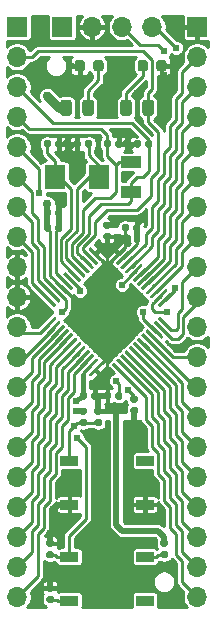
<source format=gtl>
G04 #@! TF.GenerationSoftware,KiCad,Pcbnew,(5.1.6)-1*
G04 #@! TF.CreationDate,2020-06-29T16:56:31-07:00*
G04 #@! TF.ProjectId,devboard-edgerail,64657662-6f61-4726-942d-656467657261,A*
G04 #@! TF.SameCoordinates,PX7c82060PY49a3900*
G04 #@! TF.FileFunction,Copper,L1,Top*
G04 #@! TF.FilePolarity,Positive*
%FSLAX46Y46*%
G04 Gerber Fmt 4.6, Leading zero omitted, Abs format (unit mm)*
G04 Created by KiCad (PCBNEW (5.1.6)-1) date 2020-06-29 16:56:31*
%MOMM*%
%LPD*%
G01*
G04 APERTURE LIST*
G04 #@! TA.AperFunction,ComponentPad*
%ADD10O,1.700000X1.700000*%
G04 #@! TD*
G04 #@! TA.AperFunction,ComponentPad*
%ADD11R,1.700000X1.700000*%
G04 #@! TD*
G04 #@! TA.AperFunction,SMDPad,CuDef*
%ADD12R,1.500000X0.850000*%
G04 #@! TD*
G04 #@! TA.AperFunction,SMDPad,CuDef*
%ADD13R,1.800000X1.000000*%
G04 #@! TD*
G04 #@! TA.AperFunction,SMDPad,CuDef*
%ADD14R,1.700000X2.000000*%
G04 #@! TD*
G04 #@! TA.AperFunction,ViaPad*
%ADD15C,0.609600*%
G04 #@! TD*
G04 #@! TA.AperFunction,ViaPad*
%ADD16C,0.762000*%
G04 #@! TD*
G04 #@! TA.AperFunction,Conductor*
%ADD17C,0.254000*%
G04 #@! TD*
G04 #@! TA.AperFunction,Conductor*
%ADD18C,0.508000*%
G04 #@! TD*
G04 #@! TA.AperFunction,Conductor*
%ADD19C,0.381000*%
G04 #@! TD*
G04 #@! TA.AperFunction,Conductor*
%ADD20C,0.762000*%
G04 #@! TD*
G04 APERTURE END LIST*
D10*
X16764000Y-49784000D03*
X16764000Y-47244000D03*
X16764000Y-44704000D03*
X16764000Y-42164000D03*
X16764000Y-39624000D03*
X16764000Y-37084000D03*
X16764000Y-34544000D03*
X16764000Y-32004000D03*
X16764000Y-29464000D03*
X16764000Y-26924000D03*
X16764000Y-24384000D03*
X16764000Y-21844000D03*
X16764000Y-19304000D03*
X16764000Y-16764000D03*
X16764000Y-14224000D03*
X16764000Y-11684000D03*
X16764000Y-9144000D03*
X16764000Y-6604000D03*
X16764000Y-4064000D03*
D11*
X16764000Y-1524000D03*
D12*
X12344000Y-50110000D03*
X12344000Y-46410000D03*
X5944000Y-46410000D03*
X5944000Y-50110000D03*
D13*
X11176000Y-12974000D03*
X11176000Y-15474000D03*
D14*
X4754000Y-14224000D03*
X8454000Y-14224000D03*
G04 #@! TA.AperFunction,SMDPad,CuDef*
G36*
G01*
X12134000Y-8838250D02*
X12134000Y-7925750D01*
G75*
G02*
X12377750Y-7682000I243750J0D01*
G01*
X12865250Y-7682000D01*
G75*
G02*
X13109000Y-7925750I0J-243750D01*
G01*
X13109000Y-8838250D01*
G75*
G02*
X12865250Y-9082000I-243750J0D01*
G01*
X12377750Y-9082000D01*
G75*
G02*
X12134000Y-8838250I0J243750D01*
G01*
G37*
G04 #@! TD.AperFunction*
G04 #@! TA.AperFunction,SMDPad,CuDef*
G36*
G01*
X10259000Y-8838250D02*
X10259000Y-7925750D01*
G75*
G02*
X10502750Y-7682000I243750J0D01*
G01*
X10990250Y-7682000D01*
G75*
G02*
X11234000Y-7925750I0J-243750D01*
G01*
X11234000Y-8838250D01*
G75*
G02*
X10990250Y-9082000I-243750J0D01*
G01*
X10502750Y-9082000D01*
G75*
G02*
X10259000Y-8838250I0J243750D01*
G01*
G37*
G04 #@! TD.AperFunction*
G04 #@! TA.AperFunction,SMDPad,CuDef*
G36*
G01*
X6154000Y-7925750D02*
X6154000Y-8838250D01*
G75*
G02*
X5910250Y-9082000I-243750J0D01*
G01*
X5422750Y-9082000D01*
G75*
G02*
X5179000Y-8838250I0J243750D01*
G01*
X5179000Y-7925750D01*
G75*
G02*
X5422750Y-7682000I243750J0D01*
G01*
X5910250Y-7682000D01*
G75*
G02*
X6154000Y-7925750I0J-243750D01*
G01*
G37*
G04 #@! TD.AperFunction*
G04 #@! TA.AperFunction,SMDPad,CuDef*
G36*
G01*
X8029000Y-7925750D02*
X8029000Y-8838250D01*
G75*
G02*
X7785250Y-9082000I-243750J0D01*
G01*
X7297750Y-9082000D01*
G75*
G02*
X7054000Y-8838250I0J243750D01*
G01*
X7054000Y-7925750D01*
G75*
G02*
X7297750Y-7682000I243750J0D01*
G01*
X7785250Y-7682000D01*
G75*
G02*
X8029000Y-7925750I0J-243750D01*
G01*
G37*
G04 #@! TD.AperFunction*
D10*
X1524000Y-49784000D03*
X1524000Y-47244000D03*
X1524000Y-44704000D03*
X1524000Y-42164000D03*
X1524000Y-39624000D03*
X1524000Y-37084000D03*
X1524000Y-34544000D03*
X1524000Y-32004000D03*
X1524000Y-29464000D03*
X1524000Y-26924000D03*
X1524000Y-24384000D03*
X1524000Y-21844000D03*
X1524000Y-19304000D03*
X1524000Y-16764000D03*
X1524000Y-14224000D03*
X1524000Y-11684000D03*
X1524000Y-9144000D03*
X1524000Y-6604000D03*
X1524000Y-4064000D03*
D11*
X1524000Y-1524000D03*
G04 #@! TA.AperFunction,SMDPad,CuDef*
G36*
G01*
X7570688Y-20297666D02*
X7676754Y-20191600D01*
G75*
G02*
X7782820Y-20191600I53033J-53033D01*
G01*
X8719736Y-21128516D01*
G75*
G02*
X8719736Y-21234582I-53033J-53033D01*
G01*
X8613670Y-21340648D01*
G75*
G02*
X8507604Y-21340648I-53033J53033D01*
G01*
X7570688Y-20403732D01*
G75*
G02*
X7570688Y-20297666I53033J53033D01*
G01*
G37*
G04 #@! TD.AperFunction*
G04 #@! TA.AperFunction,SMDPad,CuDef*
G36*
G01*
X7217134Y-20651220D02*
X7323200Y-20545154D01*
G75*
G02*
X7429266Y-20545154I53033J-53033D01*
G01*
X8366182Y-21482070D01*
G75*
G02*
X8366182Y-21588136I-53033J-53033D01*
G01*
X8260116Y-21694202D01*
G75*
G02*
X8154050Y-21694202I-53033J53033D01*
G01*
X7217134Y-20757286D01*
G75*
G02*
X7217134Y-20651220I53033J53033D01*
G01*
G37*
G04 #@! TD.AperFunction*
G04 #@! TA.AperFunction,SMDPad,CuDef*
G36*
G01*
X6863581Y-21004773D02*
X6969647Y-20898707D01*
G75*
G02*
X7075713Y-20898707I53033J-53033D01*
G01*
X8012629Y-21835623D01*
G75*
G02*
X8012629Y-21941689I-53033J-53033D01*
G01*
X7906563Y-22047755D01*
G75*
G02*
X7800497Y-22047755I-53033J53033D01*
G01*
X6863581Y-21110839D01*
G75*
G02*
X6863581Y-21004773I53033J53033D01*
G01*
G37*
G04 #@! TD.AperFunction*
G04 #@! TA.AperFunction,SMDPad,CuDef*
G36*
G01*
X6510027Y-21358327D02*
X6616093Y-21252261D01*
G75*
G02*
X6722159Y-21252261I53033J-53033D01*
G01*
X7659075Y-22189177D01*
G75*
G02*
X7659075Y-22295243I-53033J-53033D01*
G01*
X7553009Y-22401309D01*
G75*
G02*
X7446943Y-22401309I-53033J53033D01*
G01*
X6510027Y-21464393D01*
G75*
G02*
X6510027Y-21358327I53033J53033D01*
G01*
G37*
G04 #@! TD.AperFunction*
G04 #@! TA.AperFunction,SMDPad,CuDef*
G36*
G01*
X6156474Y-21711880D02*
X6262540Y-21605814D01*
G75*
G02*
X6368606Y-21605814I53033J-53033D01*
G01*
X7305522Y-22542730D01*
G75*
G02*
X7305522Y-22648796I-53033J-53033D01*
G01*
X7199456Y-22754862D01*
G75*
G02*
X7093390Y-22754862I-53033J53033D01*
G01*
X6156474Y-21817946D01*
G75*
G02*
X6156474Y-21711880I53033J53033D01*
G01*
G37*
G04 #@! TD.AperFunction*
G04 #@! TA.AperFunction,SMDPad,CuDef*
G36*
G01*
X5802921Y-22065433D02*
X5908987Y-21959367D01*
G75*
G02*
X6015053Y-21959367I53033J-53033D01*
G01*
X6951969Y-22896283D01*
G75*
G02*
X6951969Y-23002349I-53033J-53033D01*
G01*
X6845903Y-23108415D01*
G75*
G02*
X6739837Y-23108415I-53033J53033D01*
G01*
X5802921Y-22171499D01*
G75*
G02*
X5802921Y-22065433I53033J53033D01*
G01*
G37*
G04 #@! TD.AperFunction*
G04 #@! TA.AperFunction,SMDPad,CuDef*
G36*
G01*
X5449367Y-22418987D02*
X5555433Y-22312921D01*
G75*
G02*
X5661499Y-22312921I53033J-53033D01*
G01*
X6598415Y-23249837D01*
G75*
G02*
X6598415Y-23355903I-53033J-53033D01*
G01*
X6492349Y-23461969D01*
G75*
G02*
X6386283Y-23461969I-53033J53033D01*
G01*
X5449367Y-22525053D01*
G75*
G02*
X5449367Y-22418987I53033J53033D01*
G01*
G37*
G04 #@! TD.AperFunction*
G04 #@! TA.AperFunction,SMDPad,CuDef*
G36*
G01*
X5095814Y-22772540D02*
X5201880Y-22666474D01*
G75*
G02*
X5307946Y-22666474I53033J-53033D01*
G01*
X6244862Y-23603390D01*
G75*
G02*
X6244862Y-23709456I-53033J-53033D01*
G01*
X6138796Y-23815522D01*
G75*
G02*
X6032730Y-23815522I-53033J53033D01*
G01*
X5095814Y-22878606D01*
G75*
G02*
X5095814Y-22772540I53033J53033D01*
G01*
G37*
G04 #@! TD.AperFunction*
G04 #@! TA.AperFunction,SMDPad,CuDef*
G36*
G01*
X4742261Y-23126093D02*
X4848327Y-23020027D01*
G75*
G02*
X4954393Y-23020027I53033J-53033D01*
G01*
X5891309Y-23956943D01*
G75*
G02*
X5891309Y-24063009I-53033J-53033D01*
G01*
X5785243Y-24169075D01*
G75*
G02*
X5679177Y-24169075I-53033J53033D01*
G01*
X4742261Y-23232159D01*
G75*
G02*
X4742261Y-23126093I53033J53033D01*
G01*
G37*
G04 #@! TD.AperFunction*
G04 #@! TA.AperFunction,SMDPad,CuDef*
G36*
G01*
X4388707Y-23479647D02*
X4494773Y-23373581D01*
G75*
G02*
X4600839Y-23373581I53033J-53033D01*
G01*
X5537755Y-24310497D01*
G75*
G02*
X5537755Y-24416563I-53033J-53033D01*
G01*
X5431689Y-24522629D01*
G75*
G02*
X5325623Y-24522629I-53033J53033D01*
G01*
X4388707Y-23585713D01*
G75*
G02*
X4388707Y-23479647I53033J53033D01*
G01*
G37*
G04 #@! TD.AperFunction*
G04 #@! TA.AperFunction,SMDPad,CuDef*
G36*
G01*
X4035154Y-23833200D02*
X4141220Y-23727134D01*
G75*
G02*
X4247286Y-23727134I53033J-53033D01*
G01*
X5184202Y-24664050D01*
G75*
G02*
X5184202Y-24770116I-53033J-53033D01*
G01*
X5078136Y-24876182D01*
G75*
G02*
X4972070Y-24876182I-53033J53033D01*
G01*
X4035154Y-23939266D01*
G75*
G02*
X4035154Y-23833200I53033J53033D01*
G01*
G37*
G04 #@! TD.AperFunction*
G04 #@! TA.AperFunction,SMDPad,CuDef*
G36*
G01*
X3681600Y-24186754D02*
X3787666Y-24080688D01*
G75*
G02*
X3893732Y-24080688I53033J-53033D01*
G01*
X4830648Y-25017604D01*
G75*
G02*
X4830648Y-25123670I-53033J-53033D01*
G01*
X4724582Y-25229736D01*
G75*
G02*
X4618516Y-25229736I-53033J53033D01*
G01*
X3681600Y-24292820D01*
G75*
G02*
X3681600Y-24186754I53033J53033D01*
G01*
G37*
G04 #@! TD.AperFunction*
G04 #@! TA.AperFunction,SMDPad,CuDef*
G36*
G01*
X3681600Y-27015180D02*
X4618516Y-26078264D01*
G75*
G02*
X4724582Y-26078264I53033J-53033D01*
G01*
X4830648Y-26184330D01*
G75*
G02*
X4830648Y-26290396I-53033J-53033D01*
G01*
X3893732Y-27227312D01*
G75*
G02*
X3787666Y-27227312I-53033J53033D01*
G01*
X3681600Y-27121246D01*
G75*
G02*
X3681600Y-27015180I53033J53033D01*
G01*
G37*
G04 #@! TD.AperFunction*
G04 #@! TA.AperFunction,SMDPad,CuDef*
G36*
G01*
X4035154Y-27368734D02*
X4972070Y-26431818D01*
G75*
G02*
X5078136Y-26431818I53033J-53033D01*
G01*
X5184202Y-26537884D01*
G75*
G02*
X5184202Y-26643950I-53033J-53033D01*
G01*
X4247286Y-27580866D01*
G75*
G02*
X4141220Y-27580866I-53033J53033D01*
G01*
X4035154Y-27474800D01*
G75*
G02*
X4035154Y-27368734I53033J53033D01*
G01*
G37*
G04 #@! TD.AperFunction*
G04 #@! TA.AperFunction,SMDPad,CuDef*
G36*
G01*
X4388707Y-27722287D02*
X5325623Y-26785371D01*
G75*
G02*
X5431689Y-26785371I53033J-53033D01*
G01*
X5537755Y-26891437D01*
G75*
G02*
X5537755Y-26997503I-53033J-53033D01*
G01*
X4600839Y-27934419D01*
G75*
G02*
X4494773Y-27934419I-53033J53033D01*
G01*
X4388707Y-27828353D01*
G75*
G02*
X4388707Y-27722287I53033J53033D01*
G01*
G37*
G04 #@! TD.AperFunction*
G04 #@! TA.AperFunction,SMDPad,CuDef*
G36*
G01*
X4742261Y-28075841D02*
X5679177Y-27138925D01*
G75*
G02*
X5785243Y-27138925I53033J-53033D01*
G01*
X5891309Y-27244991D01*
G75*
G02*
X5891309Y-27351057I-53033J-53033D01*
G01*
X4954393Y-28287973D01*
G75*
G02*
X4848327Y-28287973I-53033J53033D01*
G01*
X4742261Y-28181907D01*
G75*
G02*
X4742261Y-28075841I53033J53033D01*
G01*
G37*
G04 #@! TD.AperFunction*
G04 #@! TA.AperFunction,SMDPad,CuDef*
G36*
G01*
X5095814Y-28429394D02*
X6032730Y-27492478D01*
G75*
G02*
X6138796Y-27492478I53033J-53033D01*
G01*
X6244862Y-27598544D01*
G75*
G02*
X6244862Y-27704610I-53033J-53033D01*
G01*
X5307946Y-28641526D01*
G75*
G02*
X5201880Y-28641526I-53033J53033D01*
G01*
X5095814Y-28535460D01*
G75*
G02*
X5095814Y-28429394I53033J53033D01*
G01*
G37*
G04 #@! TD.AperFunction*
G04 #@! TA.AperFunction,SMDPad,CuDef*
G36*
G01*
X5449367Y-28782947D02*
X6386283Y-27846031D01*
G75*
G02*
X6492349Y-27846031I53033J-53033D01*
G01*
X6598415Y-27952097D01*
G75*
G02*
X6598415Y-28058163I-53033J-53033D01*
G01*
X5661499Y-28995079D01*
G75*
G02*
X5555433Y-28995079I-53033J53033D01*
G01*
X5449367Y-28889013D01*
G75*
G02*
X5449367Y-28782947I53033J53033D01*
G01*
G37*
G04 #@! TD.AperFunction*
G04 #@! TA.AperFunction,SMDPad,CuDef*
G36*
G01*
X5802921Y-29136501D02*
X6739837Y-28199585D01*
G75*
G02*
X6845903Y-28199585I53033J-53033D01*
G01*
X6951969Y-28305651D01*
G75*
G02*
X6951969Y-28411717I-53033J-53033D01*
G01*
X6015053Y-29348633D01*
G75*
G02*
X5908987Y-29348633I-53033J53033D01*
G01*
X5802921Y-29242567D01*
G75*
G02*
X5802921Y-29136501I53033J53033D01*
G01*
G37*
G04 #@! TD.AperFunction*
G04 #@! TA.AperFunction,SMDPad,CuDef*
G36*
G01*
X6156474Y-29490054D02*
X7093390Y-28553138D01*
G75*
G02*
X7199456Y-28553138I53033J-53033D01*
G01*
X7305522Y-28659204D01*
G75*
G02*
X7305522Y-28765270I-53033J-53033D01*
G01*
X6368606Y-29702186D01*
G75*
G02*
X6262540Y-29702186I-53033J53033D01*
G01*
X6156474Y-29596120D01*
G75*
G02*
X6156474Y-29490054I53033J53033D01*
G01*
G37*
G04 #@! TD.AperFunction*
G04 #@! TA.AperFunction,SMDPad,CuDef*
G36*
G01*
X6510027Y-29843607D02*
X7446943Y-28906691D01*
G75*
G02*
X7553009Y-28906691I53033J-53033D01*
G01*
X7659075Y-29012757D01*
G75*
G02*
X7659075Y-29118823I-53033J-53033D01*
G01*
X6722159Y-30055739D01*
G75*
G02*
X6616093Y-30055739I-53033J53033D01*
G01*
X6510027Y-29949673D01*
G75*
G02*
X6510027Y-29843607I53033J53033D01*
G01*
G37*
G04 #@! TD.AperFunction*
G04 #@! TA.AperFunction,SMDPad,CuDef*
G36*
G01*
X6863581Y-30197161D02*
X7800497Y-29260245D01*
G75*
G02*
X7906563Y-29260245I53033J-53033D01*
G01*
X8012629Y-29366311D01*
G75*
G02*
X8012629Y-29472377I-53033J-53033D01*
G01*
X7075713Y-30409293D01*
G75*
G02*
X6969647Y-30409293I-53033J53033D01*
G01*
X6863581Y-30303227D01*
G75*
G02*
X6863581Y-30197161I53033J53033D01*
G01*
G37*
G04 #@! TD.AperFunction*
G04 #@! TA.AperFunction,SMDPad,CuDef*
G36*
G01*
X7217134Y-30550714D02*
X8154050Y-29613798D01*
G75*
G02*
X8260116Y-29613798I53033J-53033D01*
G01*
X8366182Y-29719864D01*
G75*
G02*
X8366182Y-29825930I-53033J-53033D01*
G01*
X7429266Y-30762846D01*
G75*
G02*
X7323200Y-30762846I-53033J53033D01*
G01*
X7217134Y-30656780D01*
G75*
G02*
X7217134Y-30550714I53033J53033D01*
G01*
G37*
G04 #@! TD.AperFunction*
G04 #@! TA.AperFunction,SMDPad,CuDef*
G36*
G01*
X7570688Y-30904268D02*
X8507604Y-29967352D01*
G75*
G02*
X8613670Y-29967352I53033J-53033D01*
G01*
X8719736Y-30073418D01*
G75*
G02*
X8719736Y-30179484I-53033J-53033D01*
G01*
X7782820Y-31116400D01*
G75*
G02*
X7676754Y-31116400I-53033J53033D01*
G01*
X7570688Y-31010334D01*
G75*
G02*
X7570688Y-30904268I53033J53033D01*
G01*
G37*
G04 #@! TD.AperFunction*
G04 #@! TA.AperFunction,SMDPad,CuDef*
G36*
G01*
X9568264Y-30073418D02*
X9674330Y-29967352D01*
G75*
G02*
X9780396Y-29967352I53033J-53033D01*
G01*
X10717312Y-30904268D01*
G75*
G02*
X10717312Y-31010334I-53033J-53033D01*
G01*
X10611246Y-31116400D01*
G75*
G02*
X10505180Y-31116400I-53033J53033D01*
G01*
X9568264Y-30179484D01*
G75*
G02*
X9568264Y-30073418I53033J53033D01*
G01*
G37*
G04 #@! TD.AperFunction*
G04 #@! TA.AperFunction,SMDPad,CuDef*
G36*
G01*
X9921818Y-29719864D02*
X10027884Y-29613798D01*
G75*
G02*
X10133950Y-29613798I53033J-53033D01*
G01*
X11070866Y-30550714D01*
G75*
G02*
X11070866Y-30656780I-53033J-53033D01*
G01*
X10964800Y-30762846D01*
G75*
G02*
X10858734Y-30762846I-53033J53033D01*
G01*
X9921818Y-29825930D01*
G75*
G02*
X9921818Y-29719864I53033J53033D01*
G01*
G37*
G04 #@! TD.AperFunction*
G04 #@! TA.AperFunction,SMDPad,CuDef*
G36*
G01*
X10275371Y-29366311D02*
X10381437Y-29260245D01*
G75*
G02*
X10487503Y-29260245I53033J-53033D01*
G01*
X11424419Y-30197161D01*
G75*
G02*
X11424419Y-30303227I-53033J-53033D01*
G01*
X11318353Y-30409293D01*
G75*
G02*
X11212287Y-30409293I-53033J53033D01*
G01*
X10275371Y-29472377D01*
G75*
G02*
X10275371Y-29366311I53033J53033D01*
G01*
G37*
G04 #@! TD.AperFunction*
G04 #@! TA.AperFunction,SMDPad,CuDef*
G36*
G01*
X10628925Y-29012757D02*
X10734991Y-28906691D01*
G75*
G02*
X10841057Y-28906691I53033J-53033D01*
G01*
X11777973Y-29843607D01*
G75*
G02*
X11777973Y-29949673I-53033J-53033D01*
G01*
X11671907Y-30055739D01*
G75*
G02*
X11565841Y-30055739I-53033J53033D01*
G01*
X10628925Y-29118823D01*
G75*
G02*
X10628925Y-29012757I53033J53033D01*
G01*
G37*
G04 #@! TD.AperFunction*
G04 #@! TA.AperFunction,SMDPad,CuDef*
G36*
G01*
X10982478Y-28659204D02*
X11088544Y-28553138D01*
G75*
G02*
X11194610Y-28553138I53033J-53033D01*
G01*
X12131526Y-29490054D01*
G75*
G02*
X12131526Y-29596120I-53033J-53033D01*
G01*
X12025460Y-29702186D01*
G75*
G02*
X11919394Y-29702186I-53033J53033D01*
G01*
X10982478Y-28765270D01*
G75*
G02*
X10982478Y-28659204I53033J53033D01*
G01*
G37*
G04 #@! TD.AperFunction*
G04 #@! TA.AperFunction,SMDPad,CuDef*
G36*
G01*
X11336031Y-28305651D02*
X11442097Y-28199585D01*
G75*
G02*
X11548163Y-28199585I53033J-53033D01*
G01*
X12485079Y-29136501D01*
G75*
G02*
X12485079Y-29242567I-53033J-53033D01*
G01*
X12379013Y-29348633D01*
G75*
G02*
X12272947Y-29348633I-53033J53033D01*
G01*
X11336031Y-28411717D01*
G75*
G02*
X11336031Y-28305651I53033J53033D01*
G01*
G37*
G04 #@! TD.AperFunction*
G04 #@! TA.AperFunction,SMDPad,CuDef*
G36*
G01*
X11689585Y-27952097D02*
X11795651Y-27846031D01*
G75*
G02*
X11901717Y-27846031I53033J-53033D01*
G01*
X12838633Y-28782947D01*
G75*
G02*
X12838633Y-28889013I-53033J-53033D01*
G01*
X12732567Y-28995079D01*
G75*
G02*
X12626501Y-28995079I-53033J53033D01*
G01*
X11689585Y-28058163D01*
G75*
G02*
X11689585Y-27952097I53033J53033D01*
G01*
G37*
G04 #@! TD.AperFunction*
G04 #@! TA.AperFunction,SMDPad,CuDef*
G36*
G01*
X12043138Y-27598544D02*
X12149204Y-27492478D01*
G75*
G02*
X12255270Y-27492478I53033J-53033D01*
G01*
X13192186Y-28429394D01*
G75*
G02*
X13192186Y-28535460I-53033J-53033D01*
G01*
X13086120Y-28641526D01*
G75*
G02*
X12980054Y-28641526I-53033J53033D01*
G01*
X12043138Y-27704610D01*
G75*
G02*
X12043138Y-27598544I53033J53033D01*
G01*
G37*
G04 #@! TD.AperFunction*
G04 #@! TA.AperFunction,SMDPad,CuDef*
G36*
G01*
X12396691Y-27244991D02*
X12502757Y-27138925D01*
G75*
G02*
X12608823Y-27138925I53033J-53033D01*
G01*
X13545739Y-28075841D01*
G75*
G02*
X13545739Y-28181907I-53033J-53033D01*
G01*
X13439673Y-28287973D01*
G75*
G02*
X13333607Y-28287973I-53033J53033D01*
G01*
X12396691Y-27351057D01*
G75*
G02*
X12396691Y-27244991I53033J53033D01*
G01*
G37*
G04 #@! TD.AperFunction*
G04 #@! TA.AperFunction,SMDPad,CuDef*
G36*
G01*
X12750245Y-26891437D02*
X12856311Y-26785371D01*
G75*
G02*
X12962377Y-26785371I53033J-53033D01*
G01*
X13899293Y-27722287D01*
G75*
G02*
X13899293Y-27828353I-53033J-53033D01*
G01*
X13793227Y-27934419D01*
G75*
G02*
X13687161Y-27934419I-53033J53033D01*
G01*
X12750245Y-26997503D01*
G75*
G02*
X12750245Y-26891437I53033J53033D01*
G01*
G37*
G04 #@! TD.AperFunction*
G04 #@! TA.AperFunction,SMDPad,CuDef*
G36*
G01*
X13103798Y-26537884D02*
X13209864Y-26431818D01*
G75*
G02*
X13315930Y-26431818I53033J-53033D01*
G01*
X14252846Y-27368734D01*
G75*
G02*
X14252846Y-27474800I-53033J-53033D01*
G01*
X14146780Y-27580866D01*
G75*
G02*
X14040714Y-27580866I-53033J53033D01*
G01*
X13103798Y-26643950D01*
G75*
G02*
X13103798Y-26537884I53033J53033D01*
G01*
G37*
G04 #@! TD.AperFunction*
G04 #@! TA.AperFunction,SMDPad,CuDef*
G36*
G01*
X13457352Y-26184330D02*
X13563418Y-26078264D01*
G75*
G02*
X13669484Y-26078264I53033J-53033D01*
G01*
X14606400Y-27015180D01*
G75*
G02*
X14606400Y-27121246I-53033J-53033D01*
G01*
X14500334Y-27227312D01*
G75*
G02*
X14394268Y-27227312I-53033J53033D01*
G01*
X13457352Y-26290396D01*
G75*
G02*
X13457352Y-26184330I53033J53033D01*
G01*
G37*
G04 #@! TD.AperFunction*
G04 #@! TA.AperFunction,SMDPad,CuDef*
G36*
G01*
X13457352Y-25017604D02*
X14394268Y-24080688D01*
G75*
G02*
X14500334Y-24080688I53033J-53033D01*
G01*
X14606400Y-24186754D01*
G75*
G02*
X14606400Y-24292820I-53033J-53033D01*
G01*
X13669484Y-25229736D01*
G75*
G02*
X13563418Y-25229736I-53033J53033D01*
G01*
X13457352Y-25123670D01*
G75*
G02*
X13457352Y-25017604I53033J53033D01*
G01*
G37*
G04 #@! TD.AperFunction*
G04 #@! TA.AperFunction,SMDPad,CuDef*
G36*
G01*
X13103798Y-24664050D02*
X14040714Y-23727134D01*
G75*
G02*
X14146780Y-23727134I53033J-53033D01*
G01*
X14252846Y-23833200D01*
G75*
G02*
X14252846Y-23939266I-53033J-53033D01*
G01*
X13315930Y-24876182D01*
G75*
G02*
X13209864Y-24876182I-53033J53033D01*
G01*
X13103798Y-24770116D01*
G75*
G02*
X13103798Y-24664050I53033J53033D01*
G01*
G37*
G04 #@! TD.AperFunction*
G04 #@! TA.AperFunction,SMDPad,CuDef*
G36*
G01*
X12750245Y-24310497D02*
X13687161Y-23373581D01*
G75*
G02*
X13793227Y-23373581I53033J-53033D01*
G01*
X13899293Y-23479647D01*
G75*
G02*
X13899293Y-23585713I-53033J-53033D01*
G01*
X12962377Y-24522629D01*
G75*
G02*
X12856311Y-24522629I-53033J53033D01*
G01*
X12750245Y-24416563D01*
G75*
G02*
X12750245Y-24310497I53033J53033D01*
G01*
G37*
G04 #@! TD.AperFunction*
G04 #@! TA.AperFunction,SMDPad,CuDef*
G36*
G01*
X12396691Y-23956943D02*
X13333607Y-23020027D01*
G75*
G02*
X13439673Y-23020027I53033J-53033D01*
G01*
X13545739Y-23126093D01*
G75*
G02*
X13545739Y-23232159I-53033J-53033D01*
G01*
X12608823Y-24169075D01*
G75*
G02*
X12502757Y-24169075I-53033J53033D01*
G01*
X12396691Y-24063009D01*
G75*
G02*
X12396691Y-23956943I53033J53033D01*
G01*
G37*
G04 #@! TD.AperFunction*
G04 #@! TA.AperFunction,SMDPad,CuDef*
G36*
G01*
X12043138Y-23603390D02*
X12980054Y-22666474D01*
G75*
G02*
X13086120Y-22666474I53033J-53033D01*
G01*
X13192186Y-22772540D01*
G75*
G02*
X13192186Y-22878606I-53033J-53033D01*
G01*
X12255270Y-23815522D01*
G75*
G02*
X12149204Y-23815522I-53033J53033D01*
G01*
X12043138Y-23709456D01*
G75*
G02*
X12043138Y-23603390I53033J53033D01*
G01*
G37*
G04 #@! TD.AperFunction*
G04 #@! TA.AperFunction,SMDPad,CuDef*
G36*
G01*
X11689585Y-23249837D02*
X12626501Y-22312921D01*
G75*
G02*
X12732567Y-22312921I53033J-53033D01*
G01*
X12838633Y-22418987D01*
G75*
G02*
X12838633Y-22525053I-53033J-53033D01*
G01*
X11901717Y-23461969D01*
G75*
G02*
X11795651Y-23461969I-53033J53033D01*
G01*
X11689585Y-23355903D01*
G75*
G02*
X11689585Y-23249837I53033J53033D01*
G01*
G37*
G04 #@! TD.AperFunction*
G04 #@! TA.AperFunction,SMDPad,CuDef*
G36*
G01*
X11336031Y-22896283D02*
X12272947Y-21959367D01*
G75*
G02*
X12379013Y-21959367I53033J-53033D01*
G01*
X12485079Y-22065433D01*
G75*
G02*
X12485079Y-22171499I-53033J-53033D01*
G01*
X11548163Y-23108415D01*
G75*
G02*
X11442097Y-23108415I-53033J53033D01*
G01*
X11336031Y-23002349D01*
G75*
G02*
X11336031Y-22896283I53033J53033D01*
G01*
G37*
G04 #@! TD.AperFunction*
G04 #@! TA.AperFunction,SMDPad,CuDef*
G36*
G01*
X10982478Y-22542730D02*
X11919394Y-21605814D01*
G75*
G02*
X12025460Y-21605814I53033J-53033D01*
G01*
X12131526Y-21711880D01*
G75*
G02*
X12131526Y-21817946I-53033J-53033D01*
G01*
X11194610Y-22754862D01*
G75*
G02*
X11088544Y-22754862I-53033J53033D01*
G01*
X10982478Y-22648796D01*
G75*
G02*
X10982478Y-22542730I53033J53033D01*
G01*
G37*
G04 #@! TD.AperFunction*
G04 #@! TA.AperFunction,SMDPad,CuDef*
G36*
G01*
X10628925Y-22189177D02*
X11565841Y-21252261D01*
G75*
G02*
X11671907Y-21252261I53033J-53033D01*
G01*
X11777973Y-21358327D01*
G75*
G02*
X11777973Y-21464393I-53033J-53033D01*
G01*
X10841057Y-22401309D01*
G75*
G02*
X10734991Y-22401309I-53033J53033D01*
G01*
X10628925Y-22295243D01*
G75*
G02*
X10628925Y-22189177I53033J53033D01*
G01*
G37*
G04 #@! TD.AperFunction*
G04 #@! TA.AperFunction,SMDPad,CuDef*
G36*
G01*
X10275371Y-21835623D02*
X11212287Y-20898707D01*
G75*
G02*
X11318353Y-20898707I53033J-53033D01*
G01*
X11424419Y-21004773D01*
G75*
G02*
X11424419Y-21110839I-53033J-53033D01*
G01*
X10487503Y-22047755D01*
G75*
G02*
X10381437Y-22047755I-53033J53033D01*
G01*
X10275371Y-21941689D01*
G75*
G02*
X10275371Y-21835623I53033J53033D01*
G01*
G37*
G04 #@! TD.AperFunction*
G04 #@! TA.AperFunction,SMDPad,CuDef*
G36*
G01*
X9921818Y-21482070D02*
X10858734Y-20545154D01*
G75*
G02*
X10964800Y-20545154I53033J-53033D01*
G01*
X11070866Y-20651220D01*
G75*
G02*
X11070866Y-20757286I-53033J-53033D01*
G01*
X10133950Y-21694202D01*
G75*
G02*
X10027884Y-21694202I-53033J53033D01*
G01*
X9921818Y-21588136D01*
G75*
G02*
X9921818Y-21482070I53033J53033D01*
G01*
G37*
G04 #@! TD.AperFunction*
G04 #@! TA.AperFunction,SMDPad,CuDef*
G36*
G01*
X9568264Y-21128516D02*
X10505180Y-20191600D01*
G75*
G02*
X10611246Y-20191600I53033J-53033D01*
G01*
X10717312Y-20297666D01*
G75*
G02*
X10717312Y-20403732I-53033J-53033D01*
G01*
X9780396Y-21340648D01*
G75*
G02*
X9674330Y-21340648I-53033J53033D01*
G01*
X9568264Y-21234582D01*
G75*
G02*
X9568264Y-21128516I53033J53033D01*
G01*
G37*
G04 #@! TD.AperFunction*
G04 #@! TA.AperFunction,SMDPad,CuDef*
G36*
G01*
X4145500Y-49720000D02*
X4490500Y-49720000D01*
G75*
G02*
X4638000Y-49867500I0J-147500D01*
G01*
X4638000Y-50162500D01*
G75*
G02*
X4490500Y-50310000I-147500J0D01*
G01*
X4145500Y-50310000D01*
G75*
G02*
X3998000Y-50162500I0J147500D01*
G01*
X3998000Y-49867500D01*
G75*
G02*
X4145500Y-49720000I147500J0D01*
G01*
G37*
G04 #@! TD.AperFunction*
G04 #@! TA.AperFunction,SMDPad,CuDef*
G36*
G01*
X4145500Y-48750000D02*
X4490500Y-48750000D01*
G75*
G02*
X4638000Y-48897500I0J-147500D01*
G01*
X4638000Y-49192500D01*
G75*
G02*
X4490500Y-49340000I-147500J0D01*
G01*
X4145500Y-49340000D01*
G75*
G02*
X3998000Y-49192500I0J147500D01*
G01*
X3998000Y-48897500D01*
G75*
G02*
X4145500Y-48750000I147500J0D01*
G01*
G37*
G04 #@! TD.AperFunction*
G04 #@! TA.AperFunction,SMDPad,CuDef*
G36*
G01*
X14142500Y-45530000D02*
X13797500Y-45530000D01*
G75*
G02*
X13650000Y-45382500I0J147500D01*
G01*
X13650000Y-45087500D01*
G75*
G02*
X13797500Y-44940000I147500J0D01*
G01*
X14142500Y-44940000D01*
G75*
G02*
X14290000Y-45087500I0J-147500D01*
G01*
X14290000Y-45382500D01*
G75*
G02*
X14142500Y-45530000I-147500J0D01*
G01*
G37*
G04 #@! TD.AperFunction*
G04 #@! TA.AperFunction,SMDPad,CuDef*
G36*
G01*
X14142500Y-46500000D02*
X13797500Y-46500000D01*
G75*
G02*
X13650000Y-46352500I0J147500D01*
G01*
X13650000Y-46057500D01*
G75*
G02*
X13797500Y-45910000I147500J0D01*
G01*
X14142500Y-45910000D01*
G75*
G02*
X14290000Y-46057500I0J-147500D01*
G01*
X14290000Y-46352500D01*
G75*
G02*
X14142500Y-46500000I-147500J0D01*
G01*
G37*
G04 #@! TD.AperFunction*
G04 #@! TA.AperFunction,SMDPad,CuDef*
G36*
G01*
X4145500Y-45933000D02*
X4490500Y-45933000D01*
G75*
G02*
X4638000Y-46080500I0J-147500D01*
G01*
X4638000Y-46375500D01*
G75*
G02*
X4490500Y-46523000I-147500J0D01*
G01*
X4145500Y-46523000D01*
G75*
G02*
X3998000Y-46375500I0J147500D01*
G01*
X3998000Y-46080500D01*
G75*
G02*
X4145500Y-45933000I147500J0D01*
G01*
G37*
G04 #@! TD.AperFunction*
G04 #@! TA.AperFunction,SMDPad,CuDef*
G36*
G01*
X4145500Y-44963000D02*
X4490500Y-44963000D01*
G75*
G02*
X4638000Y-45110500I0J-147500D01*
G01*
X4638000Y-45405500D01*
G75*
G02*
X4490500Y-45553000I-147500J0D01*
G01*
X4145500Y-45553000D01*
G75*
G02*
X3998000Y-45405500I0J147500D01*
G01*
X3998000Y-45110500D01*
G75*
G02*
X4145500Y-44963000I147500J0D01*
G01*
G37*
G04 #@! TD.AperFunction*
D12*
X12344000Y-41982000D03*
X12344000Y-38282000D03*
X5944000Y-38282000D03*
X5944000Y-41982000D03*
G04 #@! TA.AperFunction,SMDPad,CuDef*
G36*
G01*
X12604000Y-4569750D02*
X12604000Y-5082250D01*
G75*
G02*
X12385250Y-5301000I-218750J0D01*
G01*
X11947750Y-5301000D01*
G75*
G02*
X11729000Y-5082250I0J218750D01*
G01*
X11729000Y-4569750D01*
G75*
G02*
X11947750Y-4351000I218750J0D01*
G01*
X12385250Y-4351000D01*
G75*
G02*
X12604000Y-4569750I0J-218750D01*
G01*
G37*
G04 #@! TD.AperFunction*
G04 #@! TA.AperFunction,SMDPad,CuDef*
G36*
G01*
X14179000Y-4569750D02*
X14179000Y-5082250D01*
G75*
G02*
X13960250Y-5301000I-218750J0D01*
G01*
X13522750Y-5301000D01*
G75*
G02*
X13304000Y-5082250I0J218750D01*
G01*
X13304000Y-4569750D01*
G75*
G02*
X13522750Y-4351000I218750J0D01*
G01*
X13960250Y-4351000D01*
G75*
G02*
X14179000Y-4569750I0J-218750D01*
G01*
G37*
G04 #@! TD.AperFunction*
G04 #@! TA.AperFunction,SMDPad,CuDef*
G36*
G01*
X7970000Y-5082250D02*
X7970000Y-4569750D01*
G75*
G02*
X8188750Y-4351000I218750J0D01*
G01*
X8626250Y-4351000D01*
G75*
G02*
X8845000Y-4569750I0J-218750D01*
G01*
X8845000Y-5082250D01*
G75*
G02*
X8626250Y-5301000I-218750J0D01*
G01*
X8188750Y-5301000D01*
G75*
G02*
X7970000Y-5082250I0J218750D01*
G01*
G37*
G04 #@! TD.AperFunction*
G04 #@! TA.AperFunction,SMDPad,CuDef*
G36*
G01*
X6395000Y-5082250D02*
X6395000Y-4569750D01*
G75*
G02*
X6613750Y-4351000I218750J0D01*
G01*
X7051250Y-4351000D01*
G75*
G02*
X7270000Y-4569750I0J-218750D01*
G01*
X7270000Y-5082250D01*
G75*
G02*
X7051250Y-5301000I-218750J0D01*
G01*
X6613750Y-5301000D01*
G75*
G02*
X6395000Y-5082250I0J218750D01*
G01*
G37*
G04 #@! TD.AperFunction*
G04 #@! TA.AperFunction,SMDPad,CuDef*
G36*
G01*
X11257500Y-33718000D02*
X11602500Y-33718000D01*
G75*
G02*
X11750000Y-33865500I0J-147500D01*
G01*
X11750000Y-34160500D01*
G75*
G02*
X11602500Y-34308000I-147500J0D01*
G01*
X11257500Y-34308000D01*
G75*
G02*
X11110000Y-34160500I0J147500D01*
G01*
X11110000Y-33865500D01*
G75*
G02*
X11257500Y-33718000I147500J0D01*
G01*
G37*
G04 #@! TD.AperFunction*
G04 #@! TA.AperFunction,SMDPad,CuDef*
G36*
G01*
X11257500Y-32748000D02*
X11602500Y-32748000D01*
G75*
G02*
X11750000Y-32895500I0J-147500D01*
G01*
X11750000Y-33190500D01*
G75*
G02*
X11602500Y-33338000I-147500J0D01*
G01*
X11257500Y-33338000D01*
G75*
G02*
X11110000Y-33190500I0J147500D01*
G01*
X11110000Y-32895500D01*
G75*
G02*
X11257500Y-32748000I147500J0D01*
G01*
G37*
G04 #@! TD.AperFunction*
G04 #@! TA.AperFunction,SMDPad,CuDef*
G36*
G01*
X9462000Y-32593500D02*
X9462000Y-32938500D01*
G75*
G02*
X9314500Y-33086000I-147500J0D01*
G01*
X9019500Y-33086000D01*
G75*
G02*
X8872000Y-32938500I0J147500D01*
G01*
X8872000Y-32593500D01*
G75*
G02*
X9019500Y-32446000I147500J0D01*
G01*
X9314500Y-32446000D01*
G75*
G02*
X9462000Y-32593500I0J-147500D01*
G01*
G37*
G04 #@! TD.AperFunction*
G04 #@! TA.AperFunction,SMDPad,CuDef*
G36*
G01*
X10432000Y-32593500D02*
X10432000Y-32938500D01*
G75*
G02*
X10284500Y-33086000I-147500J0D01*
G01*
X9989500Y-33086000D01*
G75*
G02*
X9842000Y-32938500I0J147500D01*
G01*
X9842000Y-32593500D01*
G75*
G02*
X9989500Y-32446000I147500J0D01*
G01*
X10284500Y-32446000D01*
G75*
G02*
X10432000Y-32593500I0J-147500D01*
G01*
G37*
G04 #@! TD.AperFunction*
G04 #@! TA.AperFunction,SMDPad,CuDef*
G36*
G01*
X8554500Y-34354000D02*
X8209500Y-34354000D01*
G75*
G02*
X8062000Y-34206500I0J147500D01*
G01*
X8062000Y-33911500D01*
G75*
G02*
X8209500Y-33764000I147500J0D01*
G01*
X8554500Y-33764000D01*
G75*
G02*
X8702000Y-33911500I0J-147500D01*
G01*
X8702000Y-34206500D01*
G75*
G02*
X8554500Y-34354000I-147500J0D01*
G01*
G37*
G04 #@! TD.AperFunction*
G04 #@! TA.AperFunction,SMDPad,CuDef*
G36*
G01*
X8554500Y-35324000D02*
X8209500Y-35324000D01*
G75*
G02*
X8062000Y-35176500I0J147500D01*
G01*
X8062000Y-34881500D01*
G75*
G02*
X8209500Y-34734000I147500J0D01*
G01*
X8554500Y-34734000D01*
G75*
G02*
X8702000Y-34881500I0J-147500D01*
G01*
X8702000Y-35176500D01*
G75*
G02*
X8554500Y-35324000I-147500J0D01*
G01*
G37*
G04 #@! TD.AperFunction*
D10*
X12954000Y-1524000D03*
X10414000Y-1524000D03*
X7874000Y-1524000D03*
D11*
X5334000Y-1524000D03*
G04 #@! TA.AperFunction,SMDPad,CuDef*
G36*
G01*
X6939500Y-34734000D02*
X7284500Y-34734000D01*
G75*
G02*
X7432000Y-34881500I0J-147500D01*
G01*
X7432000Y-35176500D01*
G75*
G02*
X7284500Y-35324000I-147500J0D01*
G01*
X6939500Y-35324000D01*
G75*
G02*
X6792000Y-35176500I0J147500D01*
G01*
X6792000Y-34881500D01*
G75*
G02*
X6939500Y-34734000I147500J0D01*
G01*
G37*
G04 #@! TD.AperFunction*
G04 #@! TA.AperFunction,SMDPad,CuDef*
G36*
G01*
X6939500Y-33764000D02*
X7284500Y-33764000D01*
G75*
G02*
X7432000Y-33911500I0J-147500D01*
G01*
X7432000Y-34206500D01*
G75*
G02*
X7284500Y-34354000I-147500J0D01*
G01*
X6939500Y-34354000D01*
G75*
G02*
X6792000Y-34206500I0J147500D01*
G01*
X6792000Y-33911500D01*
G75*
G02*
X6939500Y-33764000I147500J0D01*
G01*
G37*
G04 #@! TD.AperFunction*
G04 #@! TA.AperFunction,SMDPad,CuDef*
G36*
G01*
X9842000Y-11602500D02*
X9842000Y-11257500D01*
G75*
G02*
X9989500Y-11110000I147500J0D01*
G01*
X10284500Y-11110000D01*
G75*
G02*
X10432000Y-11257500I0J-147500D01*
G01*
X10432000Y-11602500D01*
G75*
G02*
X10284500Y-11750000I-147500J0D01*
G01*
X9989500Y-11750000D01*
G75*
G02*
X9842000Y-11602500I0J147500D01*
G01*
G37*
G04 #@! TD.AperFunction*
G04 #@! TA.AperFunction,SMDPad,CuDef*
G36*
G01*
X8872000Y-11602500D02*
X8872000Y-11257500D01*
G75*
G02*
X9019500Y-11110000I147500J0D01*
G01*
X9314500Y-11110000D01*
G75*
G02*
X9462000Y-11257500I0J-147500D01*
G01*
X9462000Y-11602500D01*
G75*
G02*
X9314500Y-11750000I-147500J0D01*
G01*
X9019500Y-11750000D01*
G75*
G02*
X8872000Y-11602500I0J147500D01*
G01*
G37*
G04 #@! TD.AperFunction*
G04 #@! TA.AperFunction,SMDPad,CuDef*
G36*
G01*
X12002000Y-11257500D02*
X12002000Y-11602500D01*
G75*
G02*
X11854500Y-11750000I-147500J0D01*
G01*
X11559500Y-11750000D01*
G75*
G02*
X11412000Y-11602500I0J147500D01*
G01*
X11412000Y-11257500D01*
G75*
G02*
X11559500Y-11110000I147500J0D01*
G01*
X11854500Y-11110000D01*
G75*
G02*
X12002000Y-11257500I0J-147500D01*
G01*
G37*
G04 #@! TD.AperFunction*
G04 #@! TA.AperFunction,SMDPad,CuDef*
G36*
G01*
X12972000Y-11257500D02*
X12972000Y-11602500D01*
G75*
G02*
X12824500Y-11750000I-147500J0D01*
G01*
X12529500Y-11750000D01*
G75*
G02*
X12382000Y-11602500I0J147500D01*
G01*
X12382000Y-11257500D01*
G75*
G02*
X12529500Y-11110000I147500J0D01*
G01*
X12824500Y-11110000D01*
G75*
G02*
X12972000Y-11257500I0J-147500D01*
G01*
G37*
G04 #@! TD.AperFunction*
G04 #@! TA.AperFunction,SMDPad,CuDef*
G36*
G01*
X4762000Y-11602500D02*
X4762000Y-11257500D01*
G75*
G02*
X4909500Y-11110000I147500J0D01*
G01*
X5204500Y-11110000D01*
G75*
G02*
X5352000Y-11257500I0J-147500D01*
G01*
X5352000Y-11602500D01*
G75*
G02*
X5204500Y-11750000I-147500J0D01*
G01*
X4909500Y-11750000D01*
G75*
G02*
X4762000Y-11602500I0J147500D01*
G01*
G37*
G04 #@! TD.AperFunction*
G04 #@! TA.AperFunction,SMDPad,CuDef*
G36*
G01*
X3792000Y-11602500D02*
X3792000Y-11257500D01*
G75*
G02*
X3939500Y-11110000I147500J0D01*
G01*
X4234500Y-11110000D01*
G75*
G02*
X4382000Y-11257500I0J-147500D01*
G01*
X4382000Y-11602500D01*
G75*
G02*
X4234500Y-11750000I-147500J0D01*
G01*
X3939500Y-11750000D01*
G75*
G02*
X3792000Y-11602500I0J147500D01*
G01*
G37*
G04 #@! TD.AperFunction*
G04 #@! TA.AperFunction,SMDPad,CuDef*
G36*
G01*
X6899000Y-11257500D02*
X6899000Y-11602500D01*
G75*
G02*
X6751500Y-11750000I-147500J0D01*
G01*
X6456500Y-11750000D01*
G75*
G02*
X6309000Y-11602500I0J147500D01*
G01*
X6309000Y-11257500D01*
G75*
G02*
X6456500Y-11110000I147500J0D01*
G01*
X6751500Y-11110000D01*
G75*
G02*
X6899000Y-11257500I0J-147500D01*
G01*
G37*
G04 #@! TD.AperFunction*
G04 #@! TA.AperFunction,SMDPad,CuDef*
G36*
G01*
X7869000Y-11257500D02*
X7869000Y-11602500D01*
G75*
G02*
X7721500Y-11750000I-147500J0D01*
G01*
X7426500Y-11750000D01*
G75*
G02*
X7279000Y-11602500I0J147500D01*
G01*
X7279000Y-11257500D01*
G75*
G02*
X7426500Y-11110000I147500J0D01*
G01*
X7721500Y-11110000D01*
G75*
G02*
X7869000Y-11257500I0J-147500D01*
G01*
G37*
G04 #@! TD.AperFunction*
G04 #@! TA.AperFunction,SMDPad,CuDef*
G36*
G01*
X4762000Y-17444500D02*
X4762000Y-17099500D01*
G75*
G02*
X4909500Y-16952000I147500J0D01*
G01*
X5204500Y-16952000D01*
G75*
G02*
X5352000Y-17099500I0J-147500D01*
G01*
X5352000Y-17444500D01*
G75*
G02*
X5204500Y-17592000I-147500J0D01*
G01*
X4909500Y-17592000D01*
G75*
G02*
X4762000Y-17444500I0J147500D01*
G01*
G37*
G04 #@! TD.AperFunction*
G04 #@! TA.AperFunction,SMDPad,CuDef*
G36*
G01*
X3792000Y-17444500D02*
X3792000Y-17099500D01*
G75*
G02*
X3939500Y-16952000I147500J0D01*
G01*
X4234500Y-16952000D01*
G75*
G02*
X4382000Y-17099500I0J-147500D01*
G01*
X4382000Y-17444500D01*
G75*
G02*
X4234500Y-17592000I-147500J0D01*
G01*
X3939500Y-17592000D01*
G75*
G02*
X3792000Y-17444500I0J147500D01*
G01*
G37*
G04 #@! TD.AperFunction*
G04 #@! TA.AperFunction,SMDPad,CuDef*
G36*
G01*
X4762000Y-18714500D02*
X4762000Y-18369500D01*
G75*
G02*
X4909500Y-18222000I147500J0D01*
G01*
X5204500Y-18222000D01*
G75*
G02*
X5352000Y-18369500I0J-147500D01*
G01*
X5352000Y-18714500D01*
G75*
G02*
X5204500Y-18862000I-147500J0D01*
G01*
X4909500Y-18862000D01*
G75*
G02*
X4762000Y-18714500I0J147500D01*
G01*
G37*
G04 #@! TD.AperFunction*
G04 #@! TA.AperFunction,SMDPad,CuDef*
G36*
G01*
X3792000Y-18714500D02*
X3792000Y-18369500D01*
G75*
G02*
X3939500Y-18222000I147500J0D01*
G01*
X4234500Y-18222000D01*
G75*
G02*
X4382000Y-18369500I0J-147500D01*
G01*
X4382000Y-18714500D01*
G75*
G02*
X4234500Y-18862000I-147500J0D01*
G01*
X3939500Y-18862000D01*
G75*
G02*
X3792000Y-18714500I0J147500D01*
G01*
G37*
G04 #@! TD.AperFunction*
G04 #@! TA.AperFunction,SMDPad,CuDef*
G36*
G01*
X11366000Y-18714500D02*
X11366000Y-18369500D01*
G75*
G02*
X11513500Y-18222000I147500J0D01*
G01*
X11808500Y-18222000D01*
G75*
G02*
X11956000Y-18369500I0J-147500D01*
G01*
X11956000Y-18714500D01*
G75*
G02*
X11808500Y-18862000I-147500J0D01*
G01*
X11513500Y-18862000D01*
G75*
G02*
X11366000Y-18714500I0J147500D01*
G01*
G37*
G04 #@! TD.AperFunction*
G04 #@! TA.AperFunction,SMDPad,CuDef*
G36*
G01*
X10396000Y-18714500D02*
X10396000Y-18369500D01*
G75*
G02*
X10543500Y-18222000I147500J0D01*
G01*
X10838500Y-18222000D01*
G75*
G02*
X10986000Y-18369500I0J-147500D01*
G01*
X10986000Y-18714500D01*
G75*
G02*
X10838500Y-18862000I-147500J0D01*
G01*
X10543500Y-18862000D01*
G75*
G02*
X10396000Y-18714500I0J147500D01*
G01*
G37*
G04 #@! TD.AperFunction*
G04 #@! TA.AperFunction,SMDPad,CuDef*
G36*
G01*
X7430000Y-32593500D02*
X7430000Y-32938500D01*
G75*
G02*
X7282500Y-33086000I-147500J0D01*
G01*
X6987500Y-33086000D01*
G75*
G02*
X6840000Y-32938500I0J147500D01*
G01*
X6840000Y-32593500D01*
G75*
G02*
X6987500Y-32446000I147500J0D01*
G01*
X7282500Y-32446000D01*
G75*
G02*
X7430000Y-32593500I0J-147500D01*
G01*
G37*
G04 #@! TD.AperFunction*
G04 #@! TA.AperFunction,SMDPad,CuDef*
G36*
G01*
X8400000Y-32593500D02*
X8400000Y-32938500D01*
G75*
G02*
X8252500Y-33086000I-147500J0D01*
G01*
X7957500Y-33086000D01*
G75*
G02*
X7810000Y-32938500I0J147500D01*
G01*
X7810000Y-32593500D01*
G75*
G02*
X7957500Y-32446000I147500J0D01*
G01*
X8252500Y-32446000D01*
G75*
G02*
X8400000Y-32593500I0J-147500D01*
G01*
G37*
G04 #@! TD.AperFunction*
G04 #@! TA.AperFunction,SMDPad,CuDef*
G36*
G01*
X9316500Y-18606000D02*
X8971500Y-18606000D01*
G75*
G02*
X8824000Y-18458500I0J147500D01*
G01*
X8824000Y-18163500D01*
G75*
G02*
X8971500Y-18016000I147500J0D01*
G01*
X9316500Y-18016000D01*
G75*
G02*
X9464000Y-18163500I0J-147500D01*
G01*
X9464000Y-18458500D01*
G75*
G02*
X9316500Y-18606000I-147500J0D01*
G01*
G37*
G04 #@! TD.AperFunction*
G04 #@! TA.AperFunction,SMDPad,CuDef*
G36*
G01*
X9316500Y-19576000D02*
X8971500Y-19576000D01*
G75*
G02*
X8824000Y-19428500I0J147500D01*
G01*
X8824000Y-19133500D01*
G75*
G02*
X8971500Y-18986000I147500J0D01*
G01*
X9316500Y-18986000D01*
G75*
G02*
X9464000Y-19133500I0J-147500D01*
G01*
X9464000Y-19428500D01*
G75*
G02*
X9316500Y-19576000I-147500J0D01*
G01*
G37*
G04 #@! TD.AperFunction*
D15*
X3556000Y-25908000D03*
X9398000Y-46736000D03*
X12446000Y-48006000D03*
X9144000Y-50546000D03*
X13462000Y-43180000D03*
X11176000Y-40132000D03*
X12192000Y-36576000D03*
X14224000Y-8128000D03*
X11684000Y-7112000D03*
X5842000Y-40132000D03*
X8128000Y-38862000D03*
X8382000Y-43434000D03*
X6858000Y-48006000D03*
X14986000Y-28702000D03*
X4572000Y-6096000D03*
X10668000Y-14224000D03*
X7239000Y-15748000D03*
X3556000Y-12700000D03*
X6604000Y-13970000D03*
X9398000Y-8890000D03*
X9144000Y-6096000D03*
X9144000Y-2794000D03*
X2794000Y-2794000D03*
X11430000Y-34798000D03*
D16*
X9652000Y-17780000D03*
D15*
X5842000Y-10922000D03*
X5842000Y-11938000D03*
X10922000Y-10922000D03*
X10922000Y-11938000D03*
X6096000Y-4826000D03*
D16*
X12192000Y-17780000D03*
X4318000Y-44450000D03*
X4318000Y-48260000D03*
X4572000Y-42418000D03*
D15*
X6500000Y-34058996D03*
X13969998Y-5588000D03*
D16*
X5334000Y-16510000D03*
D15*
X6540505Y-33210495D03*
D16*
X4064000Y-16510000D03*
X4064000Y-7366000D03*
X9144000Y-20320000D03*
D15*
X6858000Y-23876000D03*
X6350000Y-35306000D03*
X3410581Y-15609949D03*
X6604000Y-36322000D03*
X5334000Y-25654000D03*
X14224000Y-25654000D03*
X14859000Y-23622000D03*
X14995101Y-3298967D03*
X12192000Y-25654000D03*
X13970012Y-3556000D03*
X10414000Y-23368000D03*
X9906000Y-31496000D03*
X10922000Y-32258000D03*
D17*
X7763672Y-30188322D02*
X7135000Y-30816994D01*
X7791658Y-30188322D02*
X7763672Y-30188322D01*
D18*
X5057000Y-18542000D02*
X5057000Y-17272000D01*
D17*
X5670338Y-23240998D02*
X4775156Y-22345816D01*
X4775156Y-22345816D02*
X4775156Y-18823844D01*
X4775156Y-18823844D02*
X5057000Y-18542000D01*
X5057000Y-11430000D02*
X5334000Y-11430000D01*
X5334000Y-11430000D02*
X5842000Y-10922000D01*
X6604000Y-11430000D02*
X6350000Y-11430000D01*
X6350000Y-11430000D02*
X5842000Y-11938000D01*
X10137000Y-11430000D02*
X10414000Y-11430000D01*
X10414000Y-11430000D02*
X10922000Y-10922000D01*
X11707000Y-11430000D02*
X11430000Y-11430000D01*
X11430000Y-11430000D02*
X10922000Y-11938000D01*
X9144000Y-18311000D02*
X9248000Y-18311000D01*
X9248000Y-18311000D02*
X9652000Y-17907000D01*
X6832500Y-4826000D02*
X6096000Y-4826000D01*
X11661000Y-18542000D02*
X11661000Y-18311000D01*
X11661000Y-18311000D02*
X12192000Y-17780000D01*
D18*
X4318000Y-45258000D02*
X4318000Y-44450000D01*
D17*
X4318008Y-48260008D02*
X4318000Y-48260000D01*
D18*
X4318000Y-49045000D02*
X4318000Y-48260000D01*
D17*
X5944000Y-41982000D02*
X6024000Y-41982000D01*
D18*
X6024000Y-41982000D02*
X5008000Y-41982000D01*
X5008000Y-41982000D02*
X4572000Y-42418000D01*
X7112000Y-34059000D02*
X6500000Y-34059000D01*
D17*
X6500000Y-34059000D02*
X6500000Y-34058996D01*
D18*
X11430000Y-34013000D02*
X11430000Y-34798000D01*
D17*
X13741500Y-4826000D02*
X13741500Y-5359502D01*
X13741500Y-5359502D02*
X13969998Y-5588000D01*
D18*
X11661000Y-18542000D02*
X11661000Y-19662000D01*
D17*
X11661000Y-19955020D02*
X10496342Y-21119678D01*
X11661000Y-19662000D02*
X11661000Y-19955020D01*
X5057000Y-16279000D02*
X5264996Y-16486996D01*
X5264996Y-16486996D02*
X5333996Y-16486996D01*
D18*
X5057000Y-16763992D02*
X5333996Y-16486996D01*
X5057000Y-17272000D02*
X5057000Y-16763992D01*
D17*
X11430000Y-34798000D02*
X11430000Y-35560000D01*
X7135000Y-30816994D02*
X7135000Y-30965000D01*
D19*
X7135000Y-30965000D02*
X7135000Y-32766000D01*
D17*
X7135000Y-32766000D02*
X6985000Y-32766000D01*
D19*
X6985000Y-32766000D02*
X6540505Y-33210495D01*
D17*
X8145212Y-32725788D02*
X8105000Y-32766000D01*
X5316785Y-23594551D02*
X5316785Y-23566565D01*
X10691000Y-20217912D02*
X10142788Y-20766124D01*
X10691000Y-18542000D02*
X10691000Y-20217912D01*
X5316785Y-23594551D02*
X4317945Y-22595711D01*
X4317945Y-18772945D02*
X4087000Y-18542000D01*
X4317945Y-22595711D02*
X4317945Y-18772945D01*
D18*
X9167000Y-32766000D02*
X8105000Y-32766000D01*
X8382000Y-34059000D02*
X8405000Y-34036000D01*
X8105000Y-32766000D02*
X8382000Y-33043000D01*
X8382000Y-33043000D02*
X8382000Y-34059000D01*
D17*
X5344771Y-23594551D02*
X6096000Y-24345780D01*
X5316785Y-23594551D02*
X5344771Y-23594551D01*
X9144000Y-20320000D02*
X9144000Y-21844000D01*
D20*
X5080000Y-8382000D02*
X4064000Y-7366000D01*
X5666500Y-8382000D02*
X5080000Y-8382000D01*
D18*
X4087000Y-18542000D02*
X4087000Y-17272000D01*
D17*
X4064000Y-17249000D02*
X4087000Y-17272000D01*
D18*
X4064000Y-16510000D02*
X4064000Y-17249000D01*
X13970000Y-45235000D02*
X13970000Y-44704000D01*
X13970000Y-44704000D02*
X13462000Y-44196000D01*
X13462000Y-44196000D02*
X10414000Y-44196000D01*
X10414000Y-44196000D02*
X9906000Y-43688000D01*
X9906000Y-43688000D02*
X9906000Y-34036000D01*
D17*
X8359000Y-14129000D02*
X8454000Y-14224000D01*
X7574000Y-11430000D02*
X7574000Y-12400000D01*
X8454000Y-13280000D02*
X8454000Y-14224000D01*
X7574000Y-12400000D02*
X8454000Y-13280000D01*
X5689578Y-21138918D02*
X6730998Y-22180338D01*
X8454000Y-14224000D02*
X7620000Y-14224000D01*
X7620000Y-14224000D02*
X6603999Y-15240001D01*
X6603999Y-15240001D02*
X6603999Y-18772816D01*
X5689578Y-19687236D02*
X5689578Y-21138918D01*
X6603999Y-18772816D02*
X5689578Y-19687236D01*
X4849000Y-14129000D02*
X4754000Y-14224000D01*
X4087000Y-12215000D02*
X4087000Y-11430000D01*
X4754000Y-14224000D02*
X4754000Y-12882000D01*
X4754000Y-12882000D02*
X4087000Y-12215000D01*
X5232367Y-21388813D02*
X5232367Y-19497854D01*
X6096000Y-15240000D02*
X5080000Y-14224000D01*
X5080000Y-14224000D02*
X4754000Y-14224000D01*
X6377445Y-22533891D02*
X5232367Y-21388813D01*
X5232367Y-19497854D02*
X6096000Y-18634222D01*
X6096000Y-18634222D02*
X6096000Y-15240000D01*
X12677000Y-11430000D02*
X12677000Y-11110000D01*
X4572000Y-9652000D02*
X1524000Y-6604000D01*
X11219000Y-9652000D02*
X4572000Y-9652000D01*
X12677000Y-11110000D02*
X11219000Y-9652000D01*
X10922000Y-16510000D02*
X11176000Y-16256000D01*
X8636000Y-16510000D02*
X10922000Y-16510000D01*
X7438105Y-21473231D02*
X6604000Y-20639126D01*
X6604000Y-20639126D02*
X6604000Y-20066000D01*
X6604000Y-20066000D02*
X7620000Y-19050000D01*
X11176000Y-16256000D02*
X11176000Y-15474000D01*
X7620000Y-19050000D02*
X7620000Y-17526000D01*
X7620000Y-17526000D02*
X8636000Y-16510000D01*
X12677000Y-13739000D02*
X12677000Y-11430000D01*
X11684000Y-14224000D02*
X12192000Y-14224000D01*
X12192000Y-14224000D02*
X12677000Y-13739000D01*
X11176000Y-15474000D02*
X11176000Y-14732000D01*
X11176000Y-14732000D02*
X11684000Y-14224000D01*
X9167000Y-12469000D02*
X9167000Y-11430000D01*
X9906000Y-13208000D02*
X9167000Y-12469000D01*
X10140000Y-12974000D02*
X11176000Y-12974000D01*
X9906000Y-13208000D02*
X10140000Y-12974000D01*
X2540000Y-10160000D02*
X1524000Y-9144000D01*
X9167000Y-11430000D02*
X9167000Y-10691000D01*
X8636000Y-10160000D02*
X2540000Y-10160000D01*
X9167000Y-10691000D02*
X8636000Y-10160000D01*
X9906000Y-15494000D02*
X9906000Y-13208000D01*
X8077210Y-16002000D02*
X9398000Y-16002000D01*
X6146789Y-20889023D02*
X6146789Y-19876618D01*
X7084551Y-21826785D02*
X6146789Y-20889023D01*
X6146789Y-19876618D02*
X7061210Y-18962197D01*
X7061210Y-18962197D02*
X7061210Y-17018000D01*
X9398000Y-16002000D02*
X9906000Y-15494000D01*
X7061210Y-17018000D02*
X8077210Y-16002000D01*
X6023891Y-22887445D02*
X6858000Y-23721554D01*
X7112000Y-35029000D02*
X8382000Y-35029000D01*
X7112000Y-35029000D02*
X6627000Y-35029000D01*
X5944000Y-35712000D02*
X5944000Y-38282000D01*
X6627000Y-35029000D02*
X5944000Y-35712000D01*
X6858000Y-23721554D02*
X6858000Y-23876000D01*
X3410581Y-13570581D02*
X3410581Y-15609949D01*
X1524000Y-11684000D02*
X3410581Y-13570581D01*
X4318000Y-41656000D02*
X4318000Y-39878000D01*
X3810000Y-43942000D02*
X3810000Y-42164000D01*
X4318000Y-39878000D02*
X4826000Y-39370000D01*
X4826000Y-37592000D02*
X5334000Y-37084000D01*
X5334000Y-35306000D02*
X5842000Y-34798000D01*
X5842000Y-32969196D02*
X6350000Y-32461196D01*
X5334000Y-37084000D02*
X5334000Y-35306000D01*
X3302000Y-48006000D02*
X3302000Y-44450000D01*
X3302000Y-44450000D02*
X3810000Y-43942000D01*
X3810000Y-42164000D02*
X4318000Y-41656000D01*
X4826000Y-39370000D02*
X4826000Y-37592000D01*
X1524000Y-49784000D02*
X3302000Y-48006000D01*
X6350000Y-30922874D02*
X7438105Y-29834769D01*
X6350000Y-32461196D02*
X6350000Y-30922874D01*
X5842000Y-34798000D02*
X5842000Y-32969196D01*
X5842000Y-30723766D02*
X7084551Y-29481215D01*
X5334000Y-32766000D02*
X5842000Y-32258000D01*
X5334000Y-34544000D02*
X5334000Y-32766000D01*
X3302000Y-41910000D02*
X3810000Y-41402000D01*
X1524000Y-47244000D02*
X2794000Y-45974000D01*
X2794000Y-45974000D02*
X2794000Y-44196000D01*
X5842000Y-32258000D02*
X5842000Y-30723766D01*
X3302000Y-43688000D02*
X3302000Y-41910000D01*
X3810000Y-41402000D02*
X3810000Y-39624000D01*
X3810000Y-39624000D02*
X4318000Y-39116000D01*
X4318000Y-39116000D02*
X4318000Y-37338000D01*
X4318000Y-37338000D02*
X4826000Y-36830000D01*
X4826000Y-36830000D02*
X4826000Y-35052000D01*
X2794000Y-44196000D02*
X3302000Y-43688000D01*
X4826000Y-35052000D02*
X5334000Y-34544000D01*
X5334000Y-30524660D02*
X6730998Y-29127662D01*
X5334000Y-32004000D02*
X5334000Y-30524660D01*
X3302000Y-39370000D02*
X3810000Y-38862000D01*
X3810000Y-37084000D02*
X4318000Y-36576000D01*
X1524000Y-44704000D02*
X2794000Y-43434000D01*
X2794000Y-43434000D02*
X2794000Y-41656000D01*
X4318000Y-34798000D02*
X4826000Y-34290000D01*
X2794000Y-41656000D02*
X3302000Y-41148000D01*
X3810000Y-38862000D02*
X3810000Y-37084000D01*
X4318000Y-36576000D02*
X4318000Y-34798000D01*
X4826000Y-34290000D02*
X4826000Y-32512000D01*
X3302000Y-41148000D02*
X3302000Y-39370000D01*
X4826000Y-32512000D02*
X5334000Y-32004000D01*
X4826000Y-30325554D02*
X6377445Y-28774109D01*
X4826000Y-31750000D02*
X4826000Y-30325554D01*
X4318000Y-32258000D02*
X4826000Y-31750000D01*
X4318000Y-34036000D02*
X4318000Y-32258000D01*
X3810000Y-34544000D02*
X4318000Y-34036000D01*
X3810000Y-36322000D02*
X3810000Y-34544000D01*
X2794000Y-40894000D02*
X2794000Y-39116000D01*
X1524000Y-42164000D02*
X2794000Y-40894000D01*
X2794000Y-39116000D02*
X3302000Y-38608000D01*
X3302000Y-38608000D02*
X3302000Y-36830000D01*
X3302000Y-36830000D02*
X3810000Y-36322000D01*
X2794000Y-38354000D02*
X2794000Y-36576000D01*
X1524000Y-39624000D02*
X2794000Y-38354000D01*
X3810000Y-33782000D02*
X3810000Y-32004000D01*
X2794000Y-36576000D02*
X3302000Y-36068000D01*
X3302000Y-36068000D02*
X3302000Y-34290000D01*
X3302000Y-34290000D02*
X3810000Y-33782000D01*
X3810000Y-32004000D02*
X4318000Y-31496000D01*
X4318000Y-30126446D02*
X6023891Y-28420555D01*
X4318000Y-31496000D02*
X4318000Y-30126446D01*
X3810000Y-29927340D02*
X5670338Y-28067002D01*
X3810000Y-31242000D02*
X3810000Y-29927340D01*
X2794000Y-35814000D02*
X2794000Y-34036000D01*
X1524000Y-37084000D02*
X2794000Y-35814000D01*
X3302000Y-33528000D02*
X3302000Y-31750000D01*
X2794000Y-34036000D02*
X3302000Y-33528000D01*
X3302000Y-31750000D02*
X3810000Y-31242000D01*
X3352791Y-29677443D02*
X5316785Y-27713449D01*
X2794000Y-31496000D02*
X3352791Y-30937209D01*
X3352791Y-30937209D02*
X3352791Y-29677443D01*
X2794000Y-33274000D02*
X2794000Y-31496000D01*
X1524000Y-34544000D02*
X2794000Y-33274000D01*
X1589126Y-32004000D02*
X1524000Y-32004000D01*
X4963231Y-27359895D02*
X2794000Y-29529126D01*
X2794000Y-30734000D02*
X1524000Y-32004000D01*
X2794000Y-29529126D02*
X2794000Y-30734000D01*
X2180006Y-29464000D02*
X1524000Y-29464000D01*
X4609678Y-27034328D02*
X2180006Y-29464000D01*
X3476912Y-27432000D02*
X4256124Y-26652788D01*
X2032000Y-27432000D02*
X1524000Y-26924000D01*
X3476912Y-27432000D02*
X2032000Y-27432000D01*
X2794000Y-23193088D02*
X4256124Y-24655212D01*
X1524000Y-19304000D02*
X2794000Y-20574000D01*
X2794000Y-20574000D02*
X2794000Y-23193088D01*
X3302000Y-20320000D02*
X3302000Y-22993980D01*
X2794000Y-19812000D02*
X3302000Y-20320000D01*
X1524000Y-16764000D02*
X2794000Y-18034000D01*
X3302000Y-22993980D02*
X4609678Y-24301658D01*
X2794000Y-18034000D02*
X2794000Y-19812000D01*
X4898000Y-46410000D02*
X5944000Y-46410000D01*
X4318000Y-46228000D02*
X4716000Y-46228000D01*
X4716000Y-46228000D02*
X4898000Y-46410000D01*
X13485000Y-46205000D02*
X13970000Y-46205000D01*
X12344000Y-46410000D02*
X13280000Y-46410000D01*
X13280000Y-46410000D02*
X13485000Y-46205000D01*
X5944000Y-46410000D02*
X5944000Y-44602000D01*
X5944000Y-44602000D02*
X7366000Y-43180000D01*
X7366000Y-43180000D02*
X7366000Y-37084000D01*
X7366000Y-37084000D02*
X6604000Y-36322000D01*
X5638799Y-25349201D02*
X5334000Y-25654000D01*
X4963231Y-23948105D02*
X5638799Y-24623673D01*
X5638799Y-24623673D02*
X5638799Y-25349201D01*
X3302000Y-19673408D02*
X3810000Y-20181408D01*
X2775580Y-15475580D02*
X2775580Y-17253580D01*
X1524000Y-14224000D02*
X2775580Y-15475580D01*
X3302000Y-17780000D02*
X3302000Y-19673408D01*
X2775580Y-17253580D02*
X3302000Y-17780000D01*
X3810000Y-20181408D02*
X3810000Y-22794874D01*
X3810000Y-22794874D02*
X4963231Y-23948105D01*
X12934210Y-6799290D02*
X12621500Y-7112000D01*
X1524000Y-4064000D02*
X2794000Y-4064000D01*
X12621500Y-7112000D02*
X12621500Y-8382000D01*
X2794000Y-4064000D02*
X3302000Y-3556000D01*
X3302000Y-3556000D02*
X12192000Y-3556000D01*
X12934210Y-4298210D02*
X12934210Y-6799290D01*
X12192000Y-3556000D02*
X12934210Y-4298210D01*
X13462000Y-10414000D02*
X12621500Y-9573500D01*
X12621500Y-9573500D02*
X12621500Y-8636000D01*
X8128000Y-19188592D02*
X8128000Y-18034000D01*
X13462000Y-13716000D02*
X13462000Y-10414000D01*
X7112000Y-20204592D02*
X8128000Y-19188592D01*
X7791658Y-21091690D02*
X7112000Y-20412032D01*
X7791658Y-21119678D02*
X7791658Y-21091690D01*
X8128000Y-18034000D02*
X9144000Y-17018000D01*
X11684000Y-17018000D02*
X12880210Y-15821790D01*
X7112000Y-20412032D02*
X7112000Y-20204592D01*
X9144000Y-17018000D02*
X11684000Y-17018000D01*
X12880210Y-14297790D02*
X13462000Y-13716000D01*
X12880210Y-15821790D02*
X12880210Y-14297790D01*
X12446000Y-32845088D02*
X10142788Y-30541876D01*
X12446000Y-34798000D02*
X12446000Y-32845088D01*
X12954000Y-37084000D02*
X12954000Y-35306000D01*
X14986000Y-44450000D02*
X14478000Y-43942000D01*
X14986000Y-46228000D02*
X14986000Y-44450000D01*
X12954000Y-35306000D02*
X12446000Y-34798000D01*
X16764000Y-49784000D02*
X15494000Y-48514000D01*
X15494000Y-48514000D02*
X15494000Y-46736000D01*
X13970000Y-41656000D02*
X13970000Y-39878000D01*
X15494000Y-46736000D02*
X14986000Y-46228000D01*
X14478000Y-43942000D02*
X14478000Y-42164000D01*
X14478000Y-42164000D02*
X13970000Y-41656000D01*
X13970000Y-39878000D02*
X13462000Y-39370000D01*
X13462000Y-39370000D02*
X13462000Y-37592000D01*
X13462000Y-37592000D02*
X12954000Y-37084000D01*
X12954000Y-34544000D02*
X12954000Y-32645980D01*
X14986000Y-41910000D02*
X14478000Y-41402000D01*
X14986000Y-43688000D02*
X14986000Y-41910000D01*
X15494000Y-45974000D02*
X15494000Y-44196000D01*
X15494000Y-44196000D02*
X14986000Y-43688000D01*
X14478000Y-41402000D02*
X14478000Y-39624000D01*
X13970000Y-39116000D02*
X13970000Y-37338000D01*
X13970000Y-37338000D02*
X13462000Y-36830000D01*
X14478000Y-39624000D02*
X13970000Y-39116000D01*
X13462000Y-36830000D02*
X13462000Y-35052000D01*
X12954000Y-32645980D02*
X10496342Y-30188322D01*
X16764000Y-47244000D02*
X15494000Y-45974000D01*
X13462000Y-35052000D02*
X12954000Y-34544000D01*
X13970000Y-34798000D02*
X13462000Y-34290000D01*
X14478000Y-37084000D02*
X13970000Y-36576000D01*
X13970000Y-36576000D02*
X13970000Y-34798000D01*
X14478000Y-38862000D02*
X14478000Y-37084000D01*
X15494000Y-43434000D02*
X15494000Y-41656000D01*
X14986000Y-41148000D02*
X14986000Y-39370000D01*
X13462000Y-34290000D02*
X13462000Y-33782000D01*
X16764000Y-44704000D02*
X15494000Y-43434000D01*
X15494000Y-41656000D02*
X14986000Y-41148000D01*
X14986000Y-39370000D02*
X14478000Y-38862000D01*
X13462000Y-33782000D02*
X13462000Y-33716874D01*
X13462000Y-32446874D02*
X10849895Y-29834769D01*
X13462000Y-33782000D02*
X13462000Y-32446874D01*
X13970000Y-32247766D02*
X11203449Y-29481215D01*
X13970000Y-34036000D02*
X13970000Y-32247766D01*
X14478000Y-34544000D02*
X13970000Y-34036000D01*
X14478000Y-36322000D02*
X14478000Y-34544000D01*
X15494000Y-40894000D02*
X15494000Y-39116000D01*
X15494000Y-39116000D02*
X14986000Y-38608000D01*
X14986000Y-38608000D02*
X14986000Y-36830000D01*
X16764000Y-42164000D02*
X15494000Y-40894000D01*
X14986000Y-36830000D02*
X14478000Y-36322000D01*
X14478000Y-32048660D02*
X11557002Y-29127662D01*
X14478000Y-33782000D02*
X14478000Y-32048660D01*
X15494000Y-38354000D02*
X15494000Y-36576000D01*
X15494000Y-36576000D02*
X14986000Y-36068000D01*
X14986000Y-34290000D02*
X14478000Y-33782000D01*
X16764000Y-39624000D02*
X15494000Y-38354000D01*
X14986000Y-36068000D02*
X14986000Y-34290000D01*
X14986000Y-31849554D02*
X11910555Y-28774109D01*
X14986000Y-33528000D02*
X14986000Y-31849554D01*
X15494000Y-34036000D02*
X14986000Y-33528000D01*
X16764000Y-37084000D02*
X15494000Y-35814000D01*
X15494000Y-35814000D02*
X15494000Y-34036000D01*
X16764000Y-34544000D02*
X15494000Y-33274000D01*
X15494000Y-31650446D02*
X12264109Y-28420555D01*
X15494000Y-33274000D02*
X15494000Y-31650446D01*
X16554660Y-32004000D02*
X16764000Y-32004000D01*
X12617662Y-28067002D02*
X16554660Y-32004000D01*
X14693780Y-29464000D02*
X16764000Y-29464000D01*
X12971215Y-27741435D02*
X14693780Y-29464000D01*
X12971215Y-27713449D02*
X12971215Y-27741435D01*
X13208000Y-25654000D02*
X14224000Y-25654000D01*
X12954000Y-25400000D02*
X13208000Y-25654000D01*
X12954000Y-25025980D02*
X12954000Y-25400000D01*
X13678322Y-24301658D02*
X12954000Y-25025980D01*
X16764000Y-24384000D02*
X16764000Y-24892000D01*
X16764000Y-24892000D02*
X15583799Y-26072201D01*
X15583799Y-27521799D02*
X15165598Y-27940000D01*
X15583799Y-26072201D02*
X15583799Y-27521799D01*
X14611980Y-27940000D02*
X13678322Y-27006342D01*
X15165598Y-27940000D02*
X14611980Y-27940000D01*
X15494000Y-23114000D02*
X15494000Y-25400000D01*
X16764000Y-21844000D02*
X15494000Y-23114000D01*
X14986000Y-27178000D02*
X14529100Y-27178000D01*
X15494000Y-25400000D02*
X15126589Y-25767411D01*
X14529100Y-27178000D02*
X13995550Y-26644450D01*
X15126589Y-25767411D02*
X15126589Y-27037411D01*
X15126589Y-27037411D02*
X14986000Y-27178000D01*
X15494000Y-20574000D02*
X16764000Y-19304000D01*
X13324769Y-23948105D02*
X15494000Y-21778874D01*
X15494000Y-21778874D02*
X15494000Y-20574000D01*
X12971215Y-23566565D02*
X14947780Y-21590000D01*
X12971215Y-23594551D02*
X12971215Y-23566565D01*
X15494000Y-18034000D02*
X16764000Y-16764000D01*
X15494000Y-19812000D02*
X15494000Y-18034000D01*
X14947780Y-21590000D02*
X14947780Y-20358220D01*
X14947780Y-20358220D02*
X15494000Y-19812000D01*
X14478000Y-20066000D02*
X14986000Y-19558000D01*
X14986000Y-19558000D02*
X14986000Y-17780000D01*
X14986000Y-17780000D02*
X15494000Y-17272000D01*
X15494000Y-15494000D02*
X16764000Y-14224000D01*
X15494000Y-17272000D02*
X15494000Y-15494000D01*
X14478000Y-21380660D02*
X14478000Y-21336000D01*
X12617662Y-23240998D02*
X14478000Y-21380660D01*
X14478000Y-21336000D02*
X14478000Y-20066000D01*
X15494000Y-12954000D02*
X16764000Y-11684000D01*
X15494000Y-14732000D02*
X15494000Y-12954000D01*
X14986000Y-17018000D02*
X14986000Y-15240000D01*
X14986000Y-15240000D02*
X15494000Y-14732000D01*
X14478000Y-17526000D02*
X14986000Y-17018000D01*
X12264109Y-22887445D02*
X13970000Y-21181554D01*
X13970000Y-21181554D02*
X13970000Y-19812000D01*
X13970000Y-19812000D02*
X14478000Y-19304000D01*
X14478000Y-19304000D02*
X14478000Y-17526000D01*
X14986000Y-12700000D02*
X14986000Y-14478000D01*
X14986000Y-14478000D02*
X14478000Y-14986000D01*
X14478000Y-14986000D02*
X14478000Y-16764000D01*
X13970000Y-19050000D02*
X13462000Y-19558000D01*
X16764000Y-9144000D02*
X15494000Y-10414000D01*
X15494000Y-10414000D02*
X15494000Y-12192000D01*
X15494000Y-12192000D02*
X14986000Y-12700000D01*
X14478000Y-16764000D02*
X13970000Y-17272000D01*
X13970000Y-17272000D02*
X13970000Y-19050000D01*
X13462000Y-20982446D02*
X13462000Y-20828000D01*
X13462000Y-19558000D02*
X13462000Y-20828000D01*
X11910555Y-22533891D02*
X13462000Y-20982446D01*
X12954000Y-19304000D02*
X12954000Y-20066000D01*
X11231435Y-21826785D02*
X12954000Y-20104220D01*
X11203449Y-21826785D02*
X11231435Y-21826785D01*
X12954000Y-20104220D02*
X12954000Y-20066000D01*
X13462000Y-18796000D02*
X12954000Y-19304000D01*
X15494000Y-7874000D02*
X15494000Y-9652000D01*
X13462000Y-17018000D02*
X13462000Y-18796000D01*
X13970000Y-16510000D02*
X13462000Y-17018000D01*
X13970000Y-14732000D02*
X13970000Y-16510000D01*
X14478000Y-14224000D02*
X13970000Y-14732000D01*
X14478000Y-12446000D02*
X14478000Y-14224000D01*
X14986000Y-11938000D02*
X14478000Y-12446000D01*
X14986000Y-10160000D02*
X14986000Y-11938000D01*
X15494000Y-9652000D02*
X14986000Y-10160000D01*
X16764000Y-6604000D02*
X15494000Y-7874000D01*
X16764000Y-4064000D02*
X15494000Y-5334000D01*
X12954000Y-18542000D02*
X12446000Y-19050000D01*
X15494000Y-7112000D02*
X14986000Y-7620000D01*
X14986000Y-7620000D02*
X14986000Y-9398000D01*
X14986000Y-9398000D02*
X14478000Y-9906000D01*
X14478000Y-9906000D02*
X14478000Y-11684000D01*
X10849895Y-21473231D02*
X12446000Y-19877126D01*
X12446000Y-19050000D02*
X12446000Y-19812000D01*
X15494000Y-5334000D02*
X15494000Y-7112000D01*
X12446000Y-19877126D02*
X12446000Y-19812000D01*
X12954000Y-16764000D02*
X12954000Y-18542000D01*
X13970000Y-12192000D02*
X13970000Y-13970000D01*
X14478000Y-11684000D02*
X13970000Y-12192000D01*
X13462000Y-16256000D02*
X12954000Y-16764000D01*
X13462000Y-14478000D02*
X13462000Y-16256000D01*
X13970000Y-13970000D02*
X13462000Y-14478000D01*
X14031876Y-24655212D02*
X14859000Y-23828088D01*
X14859000Y-23828088D02*
X14859000Y-23622000D01*
X12954000Y-1524000D02*
X13220134Y-1524000D01*
X13220134Y-1524000D02*
X14995101Y-3298967D01*
X13324769Y-27359895D02*
X12192000Y-26227126D01*
X12192000Y-26227126D02*
X12192000Y-25654000D01*
X13970000Y-3556000D02*
X13970012Y-3556000D01*
X13462000Y-3048000D02*
X13970000Y-3556000D01*
X10414000Y-1524000D02*
X11938000Y-3048000D01*
X11938000Y-3048000D02*
X13462000Y-3048000D01*
X11557002Y-22180338D02*
X10414000Y-23323340D01*
X10137000Y-32766000D02*
X10137000Y-31727000D01*
X10137000Y-31727000D02*
X9906000Y-31496000D01*
X10922000Y-32258000D02*
X11430000Y-32766000D01*
X11430000Y-32766000D02*
X11430000Y-33043000D01*
X7541500Y-8382000D02*
X7541500Y-6936500D01*
X8407500Y-6070500D02*
X8407500Y-4826000D01*
X7541500Y-6936500D02*
X8407500Y-6070500D01*
X12166500Y-5692000D02*
X12166500Y-4826000D01*
X10746500Y-8382000D02*
X10746500Y-7112000D01*
X10746500Y-7112000D02*
X12166500Y-5692000D01*
X4913000Y-50015000D02*
X4318000Y-50015000D01*
X5944000Y-50110000D02*
X5008000Y-50110000D01*
X5008000Y-50110000D02*
X4913000Y-50015000D01*
G36*
X9161530Y-21328057D02*
G01*
X9196908Y-21394246D01*
X9244520Y-21452260D01*
X9268274Y-21473408D01*
X9402978Y-21473408D01*
X9592470Y-21283916D01*
X9551859Y-21359894D01*
X9538933Y-21402505D01*
X9435504Y-21505934D01*
X9435504Y-21640638D01*
X9456652Y-21664392D01*
X9514666Y-21712004D01*
X9568001Y-21740511D01*
X9594168Y-21789467D01*
X9651107Y-21858847D01*
X9757173Y-21964913D01*
X9826553Y-22021852D01*
X9905515Y-22064058D01*
X9947721Y-22143020D01*
X10004660Y-22212400D01*
X10110726Y-22318466D01*
X10180106Y-22375405D01*
X10259069Y-22417611D01*
X10301275Y-22496574D01*
X10358214Y-22565954D01*
X10405590Y-22613330D01*
X10334302Y-22684617D01*
X10213960Y-22708555D01*
X10089152Y-22760252D01*
X9976828Y-22835305D01*
X9881305Y-22930828D01*
X9806252Y-23043152D01*
X9754555Y-23167960D01*
X9728200Y-23300455D01*
X9728200Y-23435545D01*
X9754555Y-23568040D01*
X9806252Y-23692848D01*
X9881305Y-23805172D01*
X9976828Y-23900695D01*
X10089152Y-23975748D01*
X10213960Y-24027445D01*
X10346455Y-24053800D01*
X10481545Y-24053800D01*
X10614040Y-24027445D01*
X10738848Y-23975748D01*
X10851172Y-23900695D01*
X10946695Y-23805172D01*
X11021748Y-23692848D01*
X11073445Y-23568040D01*
X11099800Y-23435545D01*
X11099800Y-23355960D01*
X11124010Y-23331750D01*
X11171386Y-23379126D01*
X11240766Y-23436065D01*
X11319729Y-23478271D01*
X11361935Y-23557234D01*
X11418874Y-23626614D01*
X11524940Y-23732680D01*
X11594320Y-23789619D01*
X11673282Y-23831825D01*
X11715488Y-23910787D01*
X11772427Y-23980167D01*
X11878493Y-24086233D01*
X11947873Y-24143172D01*
X12026835Y-24185378D01*
X12069041Y-24264340D01*
X12125980Y-24333720D01*
X12232046Y-24439786D01*
X12301426Y-24496725D01*
X12380389Y-24538931D01*
X12422595Y-24617894D01*
X12479534Y-24687274D01*
X12531858Y-24739598D01*
X12529571Y-24742385D01*
X12482399Y-24830638D01*
X12453351Y-24926396D01*
X12446000Y-25001033D01*
X12444498Y-25016284D01*
X12392040Y-24994555D01*
X12259545Y-24968200D01*
X12124455Y-24968200D01*
X11991960Y-24994555D01*
X11867152Y-25046252D01*
X11754828Y-25121305D01*
X11659305Y-25216828D01*
X11584252Y-25329152D01*
X11532555Y-25453960D01*
X11506200Y-25586455D01*
X11506200Y-25721545D01*
X11532555Y-25854040D01*
X11584252Y-25978848D01*
X11659305Y-26091172D01*
X11684000Y-26115867D01*
X11684000Y-26202181D01*
X11681543Y-26227126D01*
X11684000Y-26252070D01*
X11684000Y-26252072D01*
X11691351Y-26326710D01*
X11720399Y-26422468D01*
X11767571Y-26510721D01*
X11831052Y-26588074D01*
X11850435Y-26603981D01*
X12173357Y-26926903D01*
X12125980Y-26974280D01*
X12069041Y-27043660D01*
X12026835Y-27122622D01*
X11947873Y-27164828D01*
X11878493Y-27221767D01*
X11772427Y-27327833D01*
X11715488Y-27397213D01*
X11673282Y-27476175D01*
X11594320Y-27518381D01*
X11524940Y-27575320D01*
X11418874Y-27681386D01*
X11361935Y-27750766D01*
X11319729Y-27829729D01*
X11240766Y-27871935D01*
X11171386Y-27928874D01*
X11065320Y-28034940D01*
X11008381Y-28104320D01*
X10966175Y-28183282D01*
X10887213Y-28225488D01*
X10817833Y-28282427D01*
X10711767Y-28388493D01*
X10654828Y-28457873D01*
X10612622Y-28536835D01*
X10533660Y-28579041D01*
X10464280Y-28635980D01*
X10358214Y-28742046D01*
X10301275Y-28811426D01*
X10259069Y-28890389D01*
X10180106Y-28932595D01*
X10110726Y-28989534D01*
X10004660Y-29095600D01*
X9947721Y-29164980D01*
X9905515Y-29243942D01*
X9826553Y-29286148D01*
X9757173Y-29343087D01*
X9651107Y-29449153D01*
X9594168Y-29518533D01*
X9551962Y-29597496D01*
X9472999Y-29639702D01*
X9403619Y-29696641D01*
X9297553Y-29802707D01*
X9240614Y-29872087D01*
X9198305Y-29951242D01*
X9172251Y-30037130D01*
X9163454Y-30126451D01*
X9172251Y-30215772D01*
X9198305Y-30301660D01*
X9240614Y-30380815D01*
X9297553Y-30450195D01*
X9690370Y-30843012D01*
X9581152Y-30888252D01*
X9468828Y-30963305D01*
X9373305Y-31058828D01*
X9298252Y-31171152D01*
X9246555Y-31295960D01*
X9220200Y-31428455D01*
X9220200Y-31563545D01*
X9246555Y-31696040D01*
X9298252Y-31820848D01*
X9373305Y-31933172D01*
X9468828Y-32028695D01*
X9530500Y-32069904D01*
X9462000Y-32063157D01*
X9325750Y-32065000D01*
X9230500Y-32160250D01*
X9230500Y-32702500D01*
X9250500Y-32702500D01*
X9250500Y-32829500D01*
X9230500Y-32829500D01*
X9230500Y-33371750D01*
X9325750Y-33467000D01*
X9462000Y-33468843D01*
X9536689Y-33461487D01*
X9608508Y-33439701D01*
X9674696Y-33404322D01*
X9700991Y-33382743D01*
X9786547Y-33428473D01*
X9886035Y-33458653D01*
X9989500Y-33468843D01*
X10284500Y-33468843D01*
X10387965Y-33458653D01*
X10487453Y-33428473D01*
X10579143Y-33379464D01*
X10659509Y-33313509D01*
X10725464Y-33233143D01*
X10730440Y-33223834D01*
X10737347Y-33293965D01*
X10767527Y-33393453D01*
X10816536Y-33485143D01*
X10851708Y-33528000D01*
X10816536Y-33570857D01*
X10767527Y-33662547D01*
X10737347Y-33762035D01*
X10727157Y-33865500D01*
X10727157Y-34160500D01*
X10727403Y-34163000D01*
X9028250Y-34163000D01*
X8987750Y-34122500D01*
X8445500Y-34122500D01*
X8445500Y-34142500D01*
X8318500Y-34142500D01*
X8318500Y-34122500D01*
X8298500Y-34122500D01*
X8298500Y-33995500D01*
X8318500Y-33995500D01*
X8318500Y-33975500D01*
X8445500Y-33975500D01*
X8445500Y-33995500D01*
X8987750Y-33995500D01*
X9083000Y-33900250D01*
X9084843Y-33764000D01*
X9077487Y-33689311D01*
X9055701Y-33617492D01*
X9020322Y-33551304D01*
X8972711Y-33493289D01*
X8941773Y-33467899D01*
X9008250Y-33467000D01*
X9103500Y-33371750D01*
X9103500Y-32829500D01*
X8168500Y-32829500D01*
X8168500Y-32849500D01*
X8041500Y-32849500D01*
X8041500Y-32829500D01*
X8021500Y-32829500D01*
X8021500Y-32702500D01*
X8041500Y-32702500D01*
X8041500Y-32160250D01*
X8168500Y-32160250D01*
X8168500Y-32702500D01*
X9103500Y-32702500D01*
X9103500Y-32160250D01*
X9008250Y-32065000D01*
X8872000Y-32063157D01*
X8797311Y-32070513D01*
X8725492Y-32092299D01*
X8659304Y-32127678D01*
X8636000Y-32146803D01*
X8612696Y-32127678D01*
X8546508Y-32092299D01*
X8474689Y-32070513D01*
X8400000Y-32063157D01*
X8263750Y-32065000D01*
X8168500Y-32160250D01*
X8041500Y-32160250D01*
X7946250Y-32065000D01*
X7810000Y-32063157D01*
X7735311Y-32070513D01*
X7706500Y-32079253D01*
X7706500Y-31549983D01*
X7729787Y-31552276D01*
X7804476Y-31544920D01*
X7876294Y-31523134D01*
X7942483Y-31487756D01*
X8000498Y-31440144D01*
X8408432Y-31029603D01*
X8408432Y-30894899D01*
X8123534Y-30610001D01*
X8213337Y-30520198D01*
X8498235Y-30805096D01*
X8632939Y-30805096D01*
X9043480Y-30397162D01*
X9091092Y-30339147D01*
X9126470Y-30272958D01*
X9148256Y-30201140D01*
X9155612Y-30126451D01*
X9148256Y-30051762D01*
X9126470Y-29979943D01*
X9091092Y-29913754D01*
X9043480Y-29855740D01*
X9019726Y-29834592D01*
X8885022Y-29834592D01*
X8695530Y-30024084D01*
X8736141Y-29948106D01*
X8749067Y-29905495D01*
X8852496Y-29802066D01*
X8852496Y-29667362D01*
X8831348Y-29643608D01*
X8773334Y-29595996D01*
X8719999Y-29567489D01*
X8693832Y-29518533D01*
X8636893Y-29449153D01*
X8530827Y-29343087D01*
X8461447Y-29286148D01*
X8382485Y-29243942D01*
X8340279Y-29164980D01*
X8283340Y-29095600D01*
X8177274Y-28989534D01*
X8107894Y-28932595D01*
X8028931Y-28890389D01*
X7986725Y-28811426D01*
X7929786Y-28742046D01*
X7823720Y-28635980D01*
X7754340Y-28579041D01*
X7675378Y-28536835D01*
X7633172Y-28457873D01*
X7576233Y-28388493D01*
X7470167Y-28282427D01*
X7400787Y-28225488D01*
X7321825Y-28183282D01*
X7279619Y-28104320D01*
X7222680Y-28034940D01*
X7116614Y-27928874D01*
X7047234Y-27871935D01*
X6968271Y-27829729D01*
X6926065Y-27750766D01*
X6869126Y-27681386D01*
X6763060Y-27575320D01*
X6693680Y-27518381D01*
X6614718Y-27476175D01*
X6572512Y-27397213D01*
X6515573Y-27327833D01*
X6409507Y-27221767D01*
X6340127Y-27164828D01*
X6261165Y-27122622D01*
X6218959Y-27043660D01*
X6162020Y-26974280D01*
X6055954Y-26868214D01*
X5986574Y-26811275D01*
X5907611Y-26769069D01*
X5865405Y-26690106D01*
X5808466Y-26620726D01*
X5702400Y-26514660D01*
X5633020Y-26457721D01*
X5554058Y-26415515D01*
X5511852Y-26336553D01*
X5498663Y-26320482D01*
X5534040Y-26313445D01*
X5658848Y-26261748D01*
X5771172Y-26186695D01*
X5866695Y-26091172D01*
X5941748Y-25978848D01*
X5993445Y-25854040D01*
X6019800Y-25721545D01*
X6019800Y-25685714D01*
X6063228Y-25632796D01*
X6110400Y-25544544D01*
X6139448Y-25448786D01*
X6146799Y-25374148D01*
X6146799Y-25374145D01*
X6149256Y-25349201D01*
X6146799Y-25324257D01*
X6146799Y-24648616D01*
X6149256Y-24623672D01*
X6146799Y-24598726D01*
X6139448Y-24524088D01*
X6110400Y-24428330D01*
X6091697Y-24393339D01*
X6063228Y-24340077D01*
X6015649Y-24282102D01*
X5999747Y-24262725D01*
X5980369Y-24246822D01*
X5922718Y-24189171D01*
X5953168Y-24198408D01*
X6056595Y-24301835D01*
X6191299Y-24301835D01*
X6215053Y-24280687D01*
X6262665Y-24222673D01*
X6263629Y-24220869D01*
X6325305Y-24313172D01*
X6420828Y-24408695D01*
X6533152Y-24483748D01*
X6657960Y-24535445D01*
X6790455Y-24561800D01*
X6925545Y-24561800D01*
X7058040Y-24535445D01*
X7182848Y-24483748D01*
X7295172Y-24408695D01*
X7390695Y-24313172D01*
X7465748Y-24200848D01*
X7517445Y-24076040D01*
X7543800Y-23943545D01*
X7543800Y-23808455D01*
X7517445Y-23675960D01*
X7465748Y-23551152D01*
X7390695Y-23438828D01*
X7295172Y-23343305D01*
X7209608Y-23286132D01*
X7222680Y-23273060D01*
X7279619Y-23203680D01*
X7321825Y-23124718D01*
X7400787Y-23082512D01*
X7470167Y-23025573D01*
X7576233Y-22919507D01*
X7633172Y-22850127D01*
X7675378Y-22771165D01*
X7754340Y-22728959D01*
X7823720Y-22672020D01*
X7929786Y-22565954D01*
X7986725Y-22496574D01*
X8028931Y-22417611D01*
X8107894Y-22375405D01*
X8177274Y-22318466D01*
X8283340Y-22212400D01*
X8340279Y-22143020D01*
X8382485Y-22064058D01*
X8461447Y-22021852D01*
X8530827Y-21964913D01*
X8636893Y-21858847D01*
X8693832Y-21789467D01*
X8719999Y-21740511D01*
X8773334Y-21712004D01*
X8831348Y-21664392D01*
X8852496Y-21640638D01*
X8852496Y-21505934D01*
X8749067Y-21402505D01*
X8736141Y-21359894D01*
X8695530Y-21283916D01*
X8885022Y-21473408D01*
X9019726Y-21473408D01*
X9043480Y-21452260D01*
X9091092Y-21394246D01*
X9126470Y-21328057D01*
X9144000Y-21270268D01*
X9161530Y-21328057D01*
G37*
X9161530Y-21328057D02*
X9196908Y-21394246D01*
X9244520Y-21452260D01*
X9268274Y-21473408D01*
X9402978Y-21473408D01*
X9592470Y-21283916D01*
X9551859Y-21359894D01*
X9538933Y-21402505D01*
X9435504Y-21505934D01*
X9435504Y-21640638D01*
X9456652Y-21664392D01*
X9514666Y-21712004D01*
X9568001Y-21740511D01*
X9594168Y-21789467D01*
X9651107Y-21858847D01*
X9757173Y-21964913D01*
X9826553Y-22021852D01*
X9905515Y-22064058D01*
X9947721Y-22143020D01*
X10004660Y-22212400D01*
X10110726Y-22318466D01*
X10180106Y-22375405D01*
X10259069Y-22417611D01*
X10301275Y-22496574D01*
X10358214Y-22565954D01*
X10405590Y-22613330D01*
X10334302Y-22684617D01*
X10213960Y-22708555D01*
X10089152Y-22760252D01*
X9976828Y-22835305D01*
X9881305Y-22930828D01*
X9806252Y-23043152D01*
X9754555Y-23167960D01*
X9728200Y-23300455D01*
X9728200Y-23435545D01*
X9754555Y-23568040D01*
X9806252Y-23692848D01*
X9881305Y-23805172D01*
X9976828Y-23900695D01*
X10089152Y-23975748D01*
X10213960Y-24027445D01*
X10346455Y-24053800D01*
X10481545Y-24053800D01*
X10614040Y-24027445D01*
X10738848Y-23975748D01*
X10851172Y-23900695D01*
X10946695Y-23805172D01*
X11021748Y-23692848D01*
X11073445Y-23568040D01*
X11099800Y-23435545D01*
X11099800Y-23355960D01*
X11124010Y-23331750D01*
X11171386Y-23379126D01*
X11240766Y-23436065D01*
X11319729Y-23478271D01*
X11361935Y-23557234D01*
X11418874Y-23626614D01*
X11524940Y-23732680D01*
X11594320Y-23789619D01*
X11673282Y-23831825D01*
X11715488Y-23910787D01*
X11772427Y-23980167D01*
X11878493Y-24086233D01*
X11947873Y-24143172D01*
X12026835Y-24185378D01*
X12069041Y-24264340D01*
X12125980Y-24333720D01*
X12232046Y-24439786D01*
X12301426Y-24496725D01*
X12380389Y-24538931D01*
X12422595Y-24617894D01*
X12479534Y-24687274D01*
X12531858Y-24739598D01*
X12529571Y-24742385D01*
X12482399Y-24830638D01*
X12453351Y-24926396D01*
X12446000Y-25001033D01*
X12444498Y-25016284D01*
X12392040Y-24994555D01*
X12259545Y-24968200D01*
X12124455Y-24968200D01*
X11991960Y-24994555D01*
X11867152Y-25046252D01*
X11754828Y-25121305D01*
X11659305Y-25216828D01*
X11584252Y-25329152D01*
X11532555Y-25453960D01*
X11506200Y-25586455D01*
X11506200Y-25721545D01*
X11532555Y-25854040D01*
X11584252Y-25978848D01*
X11659305Y-26091172D01*
X11684000Y-26115867D01*
X11684000Y-26202181D01*
X11681543Y-26227126D01*
X11684000Y-26252070D01*
X11684000Y-26252072D01*
X11691351Y-26326710D01*
X11720399Y-26422468D01*
X11767571Y-26510721D01*
X11831052Y-26588074D01*
X11850435Y-26603981D01*
X12173357Y-26926903D01*
X12125980Y-26974280D01*
X12069041Y-27043660D01*
X12026835Y-27122622D01*
X11947873Y-27164828D01*
X11878493Y-27221767D01*
X11772427Y-27327833D01*
X11715488Y-27397213D01*
X11673282Y-27476175D01*
X11594320Y-27518381D01*
X11524940Y-27575320D01*
X11418874Y-27681386D01*
X11361935Y-27750766D01*
X11319729Y-27829729D01*
X11240766Y-27871935D01*
X11171386Y-27928874D01*
X11065320Y-28034940D01*
X11008381Y-28104320D01*
X10966175Y-28183282D01*
X10887213Y-28225488D01*
X10817833Y-28282427D01*
X10711767Y-28388493D01*
X10654828Y-28457873D01*
X10612622Y-28536835D01*
X10533660Y-28579041D01*
X10464280Y-28635980D01*
X10358214Y-28742046D01*
X10301275Y-28811426D01*
X10259069Y-28890389D01*
X10180106Y-28932595D01*
X10110726Y-28989534D01*
X10004660Y-29095600D01*
X9947721Y-29164980D01*
X9905515Y-29243942D01*
X9826553Y-29286148D01*
X9757173Y-29343087D01*
X9651107Y-29449153D01*
X9594168Y-29518533D01*
X9551962Y-29597496D01*
X9472999Y-29639702D01*
X9403619Y-29696641D01*
X9297553Y-29802707D01*
X9240614Y-29872087D01*
X9198305Y-29951242D01*
X9172251Y-30037130D01*
X9163454Y-30126451D01*
X9172251Y-30215772D01*
X9198305Y-30301660D01*
X9240614Y-30380815D01*
X9297553Y-30450195D01*
X9690370Y-30843012D01*
X9581152Y-30888252D01*
X9468828Y-30963305D01*
X9373305Y-31058828D01*
X9298252Y-31171152D01*
X9246555Y-31295960D01*
X9220200Y-31428455D01*
X9220200Y-31563545D01*
X9246555Y-31696040D01*
X9298252Y-31820848D01*
X9373305Y-31933172D01*
X9468828Y-32028695D01*
X9530500Y-32069904D01*
X9462000Y-32063157D01*
X9325750Y-32065000D01*
X9230500Y-32160250D01*
X9230500Y-32702500D01*
X9250500Y-32702500D01*
X9250500Y-32829500D01*
X9230500Y-32829500D01*
X9230500Y-33371750D01*
X9325750Y-33467000D01*
X9462000Y-33468843D01*
X9536689Y-33461487D01*
X9608508Y-33439701D01*
X9674696Y-33404322D01*
X9700991Y-33382743D01*
X9786547Y-33428473D01*
X9886035Y-33458653D01*
X9989500Y-33468843D01*
X10284500Y-33468843D01*
X10387965Y-33458653D01*
X10487453Y-33428473D01*
X10579143Y-33379464D01*
X10659509Y-33313509D01*
X10725464Y-33233143D01*
X10730440Y-33223834D01*
X10737347Y-33293965D01*
X10767527Y-33393453D01*
X10816536Y-33485143D01*
X10851708Y-33528000D01*
X10816536Y-33570857D01*
X10767527Y-33662547D01*
X10737347Y-33762035D01*
X10727157Y-33865500D01*
X10727157Y-34160500D01*
X10727403Y-34163000D01*
X9028250Y-34163000D01*
X8987750Y-34122500D01*
X8445500Y-34122500D01*
X8445500Y-34142500D01*
X8318500Y-34142500D01*
X8318500Y-34122500D01*
X8298500Y-34122500D01*
X8298500Y-33995500D01*
X8318500Y-33995500D01*
X8318500Y-33975500D01*
X8445500Y-33975500D01*
X8445500Y-33995500D01*
X8987750Y-33995500D01*
X9083000Y-33900250D01*
X9084843Y-33764000D01*
X9077487Y-33689311D01*
X9055701Y-33617492D01*
X9020322Y-33551304D01*
X8972711Y-33493289D01*
X8941773Y-33467899D01*
X9008250Y-33467000D01*
X9103500Y-33371750D01*
X9103500Y-32829500D01*
X8168500Y-32829500D01*
X8168500Y-32849500D01*
X8041500Y-32849500D01*
X8041500Y-32829500D01*
X8021500Y-32829500D01*
X8021500Y-32702500D01*
X8041500Y-32702500D01*
X8041500Y-32160250D01*
X8168500Y-32160250D01*
X8168500Y-32702500D01*
X9103500Y-32702500D01*
X9103500Y-32160250D01*
X9008250Y-32065000D01*
X8872000Y-32063157D01*
X8797311Y-32070513D01*
X8725492Y-32092299D01*
X8659304Y-32127678D01*
X8636000Y-32146803D01*
X8612696Y-32127678D01*
X8546508Y-32092299D01*
X8474689Y-32070513D01*
X8400000Y-32063157D01*
X8263750Y-32065000D01*
X8168500Y-32160250D01*
X8041500Y-32160250D01*
X7946250Y-32065000D01*
X7810000Y-32063157D01*
X7735311Y-32070513D01*
X7706500Y-32079253D01*
X7706500Y-31549983D01*
X7729787Y-31552276D01*
X7804476Y-31544920D01*
X7876294Y-31523134D01*
X7942483Y-31487756D01*
X8000498Y-31440144D01*
X8408432Y-31029603D01*
X8408432Y-30894899D01*
X8123534Y-30610001D01*
X8213337Y-30520198D01*
X8498235Y-30805096D01*
X8632939Y-30805096D01*
X9043480Y-30397162D01*
X9091092Y-30339147D01*
X9126470Y-30272958D01*
X9148256Y-30201140D01*
X9155612Y-30126451D01*
X9148256Y-30051762D01*
X9126470Y-29979943D01*
X9091092Y-29913754D01*
X9043480Y-29855740D01*
X9019726Y-29834592D01*
X8885022Y-29834592D01*
X8695530Y-30024084D01*
X8736141Y-29948106D01*
X8749067Y-29905495D01*
X8852496Y-29802066D01*
X8852496Y-29667362D01*
X8831348Y-29643608D01*
X8773334Y-29595996D01*
X8719999Y-29567489D01*
X8693832Y-29518533D01*
X8636893Y-29449153D01*
X8530827Y-29343087D01*
X8461447Y-29286148D01*
X8382485Y-29243942D01*
X8340279Y-29164980D01*
X8283340Y-29095600D01*
X8177274Y-28989534D01*
X8107894Y-28932595D01*
X8028931Y-28890389D01*
X7986725Y-28811426D01*
X7929786Y-28742046D01*
X7823720Y-28635980D01*
X7754340Y-28579041D01*
X7675378Y-28536835D01*
X7633172Y-28457873D01*
X7576233Y-28388493D01*
X7470167Y-28282427D01*
X7400787Y-28225488D01*
X7321825Y-28183282D01*
X7279619Y-28104320D01*
X7222680Y-28034940D01*
X7116614Y-27928874D01*
X7047234Y-27871935D01*
X6968271Y-27829729D01*
X6926065Y-27750766D01*
X6869126Y-27681386D01*
X6763060Y-27575320D01*
X6693680Y-27518381D01*
X6614718Y-27476175D01*
X6572512Y-27397213D01*
X6515573Y-27327833D01*
X6409507Y-27221767D01*
X6340127Y-27164828D01*
X6261165Y-27122622D01*
X6218959Y-27043660D01*
X6162020Y-26974280D01*
X6055954Y-26868214D01*
X5986574Y-26811275D01*
X5907611Y-26769069D01*
X5865405Y-26690106D01*
X5808466Y-26620726D01*
X5702400Y-26514660D01*
X5633020Y-26457721D01*
X5554058Y-26415515D01*
X5511852Y-26336553D01*
X5498663Y-26320482D01*
X5534040Y-26313445D01*
X5658848Y-26261748D01*
X5771172Y-26186695D01*
X5866695Y-26091172D01*
X5941748Y-25978848D01*
X5993445Y-25854040D01*
X6019800Y-25721545D01*
X6019800Y-25685714D01*
X6063228Y-25632796D01*
X6110400Y-25544544D01*
X6139448Y-25448786D01*
X6146799Y-25374148D01*
X6146799Y-25374145D01*
X6149256Y-25349201D01*
X6146799Y-25324257D01*
X6146799Y-24648616D01*
X6149256Y-24623672D01*
X6146799Y-24598726D01*
X6139448Y-24524088D01*
X6110400Y-24428330D01*
X6091697Y-24393339D01*
X6063228Y-24340077D01*
X6015649Y-24282102D01*
X5999747Y-24262725D01*
X5980369Y-24246822D01*
X5922718Y-24189171D01*
X5953168Y-24198408D01*
X6056595Y-24301835D01*
X6191299Y-24301835D01*
X6215053Y-24280687D01*
X6262665Y-24222673D01*
X6263629Y-24220869D01*
X6325305Y-24313172D01*
X6420828Y-24408695D01*
X6533152Y-24483748D01*
X6657960Y-24535445D01*
X6790455Y-24561800D01*
X6925545Y-24561800D01*
X7058040Y-24535445D01*
X7182848Y-24483748D01*
X7295172Y-24408695D01*
X7390695Y-24313172D01*
X7465748Y-24200848D01*
X7517445Y-24076040D01*
X7543800Y-23943545D01*
X7543800Y-23808455D01*
X7517445Y-23675960D01*
X7465748Y-23551152D01*
X7390695Y-23438828D01*
X7295172Y-23343305D01*
X7209608Y-23286132D01*
X7222680Y-23273060D01*
X7279619Y-23203680D01*
X7321825Y-23124718D01*
X7400787Y-23082512D01*
X7470167Y-23025573D01*
X7576233Y-22919507D01*
X7633172Y-22850127D01*
X7675378Y-22771165D01*
X7754340Y-22728959D01*
X7823720Y-22672020D01*
X7929786Y-22565954D01*
X7986725Y-22496574D01*
X8028931Y-22417611D01*
X8107894Y-22375405D01*
X8177274Y-22318466D01*
X8283340Y-22212400D01*
X8340279Y-22143020D01*
X8382485Y-22064058D01*
X8461447Y-22021852D01*
X8530827Y-21964913D01*
X8636893Y-21858847D01*
X8693832Y-21789467D01*
X8719999Y-21740511D01*
X8773334Y-21712004D01*
X8831348Y-21664392D01*
X8852496Y-21640638D01*
X8852496Y-21505934D01*
X8749067Y-21402505D01*
X8736141Y-21359894D01*
X8695530Y-21283916D01*
X8885022Y-21473408D01*
X9019726Y-21473408D01*
X9043480Y-21452260D01*
X9091092Y-21394246D01*
X9126470Y-21328057D01*
X9144000Y-21270268D01*
X9161530Y-21328057D01*
G36*
X10183304Y-19180322D02*
G01*
X10249492Y-19215701D01*
X10321311Y-19237487D01*
X10396000Y-19244843D01*
X10532250Y-19243000D01*
X10598250Y-19177000D01*
X10783750Y-19177000D01*
X10849750Y-19243000D01*
X10986000Y-19244843D01*
X11026001Y-19240903D01*
X11026001Y-19693192D01*
X11035189Y-19786482D01*
X11052861Y-19844738D01*
X10928031Y-19969569D01*
X10888784Y-19930322D01*
X10850072Y-19969034D01*
X10850072Y-19891610D01*
X10828924Y-19867856D01*
X10770910Y-19820244D01*
X10704721Y-19784866D01*
X10632902Y-19763080D01*
X10558213Y-19755724D01*
X10483524Y-19763080D01*
X10411706Y-19784866D01*
X10345517Y-19820244D01*
X10287502Y-19867856D01*
X9879568Y-20278397D01*
X9879568Y-20413101D01*
X10164467Y-20698000D01*
X10074664Y-20787803D01*
X9789765Y-20502904D01*
X9655061Y-20502904D01*
X9244520Y-20910838D01*
X9196908Y-20968853D01*
X9161530Y-21035042D01*
X9144000Y-21092830D01*
X9126470Y-21035042D01*
X9091092Y-20968853D01*
X9043480Y-20910838D01*
X8632939Y-20502904D01*
X8498235Y-20502904D01*
X8213337Y-20787803D01*
X8123534Y-20698000D01*
X8408432Y-20413101D01*
X8408432Y-20278397D01*
X8083562Y-19951451D01*
X8442758Y-19592255D01*
X8448513Y-19650689D01*
X8470299Y-19722508D01*
X8505678Y-19788696D01*
X8553289Y-19846711D01*
X8611304Y-19894322D01*
X8677492Y-19929701D01*
X8749311Y-19951487D01*
X8824000Y-19958843D01*
X8985250Y-19957000D01*
X9080500Y-19861750D01*
X9080500Y-19344500D01*
X9207500Y-19344500D01*
X9207500Y-19861750D01*
X9302750Y-19957000D01*
X9464000Y-19958843D01*
X9538689Y-19951487D01*
X9610508Y-19929701D01*
X9676696Y-19894322D01*
X9734711Y-19846711D01*
X9782322Y-19788696D01*
X9817701Y-19722508D01*
X9839487Y-19650689D01*
X9846843Y-19576000D01*
X9845000Y-19439750D01*
X9749750Y-19344500D01*
X9207500Y-19344500D01*
X9080500Y-19344500D01*
X9060500Y-19344500D01*
X9060500Y-19217500D01*
X9080500Y-19217500D01*
X9080500Y-19197500D01*
X9207500Y-19197500D01*
X9207500Y-19217500D01*
X9749750Y-19217500D01*
X9790250Y-19177000D01*
X10179256Y-19177000D01*
X10183304Y-19180322D01*
G37*
X10183304Y-19180322D02*
X10249492Y-19215701D01*
X10321311Y-19237487D01*
X10396000Y-19244843D01*
X10532250Y-19243000D01*
X10598250Y-19177000D01*
X10783750Y-19177000D01*
X10849750Y-19243000D01*
X10986000Y-19244843D01*
X11026001Y-19240903D01*
X11026001Y-19693192D01*
X11035189Y-19786482D01*
X11052861Y-19844738D01*
X10928031Y-19969569D01*
X10888784Y-19930322D01*
X10850072Y-19969034D01*
X10850072Y-19891610D01*
X10828924Y-19867856D01*
X10770910Y-19820244D01*
X10704721Y-19784866D01*
X10632902Y-19763080D01*
X10558213Y-19755724D01*
X10483524Y-19763080D01*
X10411706Y-19784866D01*
X10345517Y-19820244D01*
X10287502Y-19867856D01*
X9879568Y-20278397D01*
X9879568Y-20413101D01*
X10164467Y-20698000D01*
X10074664Y-20787803D01*
X9789765Y-20502904D01*
X9655061Y-20502904D01*
X9244520Y-20910838D01*
X9196908Y-20968853D01*
X9161530Y-21035042D01*
X9144000Y-21092830D01*
X9126470Y-21035042D01*
X9091092Y-20968853D01*
X9043480Y-20910838D01*
X8632939Y-20502904D01*
X8498235Y-20502904D01*
X8213337Y-20787803D01*
X8123534Y-20698000D01*
X8408432Y-20413101D01*
X8408432Y-20278397D01*
X8083562Y-19951451D01*
X8442758Y-19592255D01*
X8448513Y-19650689D01*
X8470299Y-19722508D01*
X8505678Y-19788696D01*
X8553289Y-19846711D01*
X8611304Y-19894322D01*
X8677492Y-19929701D01*
X8749311Y-19951487D01*
X8824000Y-19958843D01*
X8985250Y-19957000D01*
X9080500Y-19861750D01*
X9080500Y-19344500D01*
X9207500Y-19344500D01*
X9207500Y-19861750D01*
X9302750Y-19957000D01*
X9464000Y-19958843D01*
X9538689Y-19951487D01*
X9610508Y-19929701D01*
X9676696Y-19894322D01*
X9734711Y-19846711D01*
X9782322Y-19788696D01*
X9817701Y-19722508D01*
X9839487Y-19650689D01*
X9846843Y-19576000D01*
X9845000Y-19439750D01*
X9749750Y-19344500D01*
X9207500Y-19344500D01*
X9080500Y-19344500D01*
X9060500Y-19344500D01*
X9060500Y-19217500D01*
X9080500Y-19217500D01*
X9080500Y-19197500D01*
X9207500Y-19197500D01*
X9207500Y-19217500D01*
X9749750Y-19217500D01*
X9790250Y-19177000D01*
X10179256Y-19177000D01*
X10183304Y-19180322D01*
G36*
X5588001Y-16652803D02*
G01*
X5564696Y-16633678D01*
X5498508Y-16598299D01*
X5426689Y-16576513D01*
X5352000Y-16569157D01*
X5215750Y-16571000D01*
X5120500Y-16666250D01*
X5120500Y-17208500D01*
X5140500Y-17208500D01*
X5140500Y-17335500D01*
X5120500Y-17335500D01*
X5120500Y-17877750D01*
X5149750Y-17907000D01*
X5120500Y-17936250D01*
X5120500Y-18415000D01*
X4993500Y-18415000D01*
X4993500Y-17936250D01*
X4964250Y-17907000D01*
X4993500Y-17877750D01*
X4993500Y-17335500D01*
X4973500Y-17335500D01*
X4973500Y-17208500D01*
X4993500Y-17208500D01*
X4993500Y-16666250D01*
X4898250Y-16571000D01*
X4826000Y-16570023D01*
X4826000Y-16434950D01*
X4796717Y-16287733D01*
X4739276Y-16149058D01*
X4655884Y-16024253D01*
X4549747Y-15918116D01*
X4424942Y-15834724D01*
X4286267Y-15777283D01*
X4139050Y-15748000D01*
X4082356Y-15748000D01*
X4096381Y-15677494D01*
X4096381Y-15606843D01*
X5588001Y-15606843D01*
X5588001Y-16652803D01*
G37*
X5588001Y-16652803D02*
X5564696Y-16633678D01*
X5498508Y-16598299D01*
X5426689Y-16576513D01*
X5352000Y-16569157D01*
X5215750Y-16571000D01*
X5120500Y-16666250D01*
X5120500Y-17208500D01*
X5140500Y-17208500D01*
X5140500Y-17335500D01*
X5120500Y-17335500D01*
X5120500Y-17877750D01*
X5149750Y-17907000D01*
X5120500Y-17936250D01*
X5120500Y-18415000D01*
X4993500Y-18415000D01*
X4993500Y-17936250D01*
X4964250Y-17907000D01*
X4993500Y-17877750D01*
X4993500Y-17335500D01*
X4973500Y-17335500D01*
X4973500Y-17208500D01*
X4993500Y-17208500D01*
X4993500Y-16666250D01*
X4898250Y-16571000D01*
X4826000Y-16570023D01*
X4826000Y-16434950D01*
X4796717Y-16287733D01*
X4739276Y-16149058D01*
X4655884Y-16024253D01*
X4549747Y-15918116D01*
X4424942Y-15834724D01*
X4286267Y-15777283D01*
X4139050Y-15748000D01*
X4082356Y-15748000D01*
X4096381Y-15677494D01*
X4096381Y-15606843D01*
X5588001Y-15606843D01*
X5588001Y-16652803D01*
G36*
X12446001Y-18331578D02*
G01*
X12362579Y-18415000D01*
X12305250Y-18415000D01*
X12337000Y-18383250D01*
X12338843Y-18222000D01*
X12331487Y-18147311D01*
X12309701Y-18075492D01*
X12274322Y-18009304D01*
X12226711Y-17951289D01*
X12168696Y-17903678D01*
X12102508Y-17868299D01*
X12030689Y-17846513D01*
X11956000Y-17839157D01*
X11819750Y-17841000D01*
X11724500Y-17936250D01*
X11724500Y-18415000D01*
X11597500Y-18415000D01*
X11597500Y-17936250D01*
X11502250Y-17841000D01*
X11366000Y-17839157D01*
X11291311Y-17846513D01*
X11219492Y-17868299D01*
X11153304Y-17903678D01*
X11127009Y-17925257D01*
X11041453Y-17879527D01*
X10941965Y-17849347D01*
X10838500Y-17839157D01*
X10543500Y-17839157D01*
X10440035Y-17849347D01*
X10340547Y-17879527D01*
X10248857Y-17928536D01*
X10168491Y-17994491D01*
X10102536Y-18074857D01*
X10053527Y-18166547D01*
X10023347Y-18266035D01*
X10013157Y-18369500D01*
X10013157Y-18415000D01*
X9790250Y-18415000D01*
X9749750Y-18374500D01*
X9207500Y-18374500D01*
X9207500Y-18394500D01*
X9080500Y-18394500D01*
X9080500Y-18374500D01*
X9060500Y-18374500D01*
X9060500Y-18247500D01*
X9080500Y-18247500D01*
X9080500Y-18227500D01*
X9207500Y-18227500D01*
X9207500Y-18247500D01*
X9749750Y-18247500D01*
X9845000Y-18152250D01*
X9846843Y-18016000D01*
X9839487Y-17941311D01*
X9817701Y-17869492D01*
X9782322Y-17803304D01*
X9734711Y-17745289D01*
X9676696Y-17697678D01*
X9610508Y-17662299D01*
X9538689Y-17640513D01*
X9464000Y-17633157D01*
X9302750Y-17635000D01*
X9207502Y-17730248D01*
X9207502Y-17672919D01*
X9354421Y-17526000D01*
X11659056Y-17526000D01*
X11684000Y-17528457D01*
X11708944Y-17526000D01*
X11708947Y-17526000D01*
X11783585Y-17518649D01*
X11879343Y-17489601D01*
X11967595Y-17442429D01*
X12044948Y-17378948D01*
X12060855Y-17359565D01*
X12446000Y-16974420D01*
X12446001Y-18331578D01*
G37*
X12446001Y-18331578D02*
X12362579Y-18415000D01*
X12305250Y-18415000D01*
X12337000Y-18383250D01*
X12338843Y-18222000D01*
X12331487Y-18147311D01*
X12309701Y-18075492D01*
X12274322Y-18009304D01*
X12226711Y-17951289D01*
X12168696Y-17903678D01*
X12102508Y-17868299D01*
X12030689Y-17846513D01*
X11956000Y-17839157D01*
X11819750Y-17841000D01*
X11724500Y-17936250D01*
X11724500Y-18415000D01*
X11597500Y-18415000D01*
X11597500Y-17936250D01*
X11502250Y-17841000D01*
X11366000Y-17839157D01*
X11291311Y-17846513D01*
X11219492Y-17868299D01*
X11153304Y-17903678D01*
X11127009Y-17925257D01*
X11041453Y-17879527D01*
X10941965Y-17849347D01*
X10838500Y-17839157D01*
X10543500Y-17839157D01*
X10440035Y-17849347D01*
X10340547Y-17879527D01*
X10248857Y-17928536D01*
X10168491Y-17994491D01*
X10102536Y-18074857D01*
X10053527Y-18166547D01*
X10023347Y-18266035D01*
X10013157Y-18369500D01*
X10013157Y-18415000D01*
X9790250Y-18415000D01*
X9749750Y-18374500D01*
X9207500Y-18374500D01*
X9207500Y-18394500D01*
X9080500Y-18394500D01*
X9080500Y-18374500D01*
X9060500Y-18374500D01*
X9060500Y-18247500D01*
X9080500Y-18247500D01*
X9080500Y-18227500D01*
X9207500Y-18227500D01*
X9207500Y-18247500D01*
X9749750Y-18247500D01*
X9845000Y-18152250D01*
X9846843Y-18016000D01*
X9839487Y-17941311D01*
X9817701Y-17869492D01*
X9782322Y-17803304D01*
X9734711Y-17745289D01*
X9676696Y-17697678D01*
X9610508Y-17662299D01*
X9538689Y-17640513D01*
X9464000Y-17633157D01*
X9302750Y-17635000D01*
X9207502Y-17730248D01*
X9207502Y-17672919D01*
X9354421Y-17526000D01*
X11659056Y-17526000D01*
X11684000Y-17528457D01*
X11708944Y-17526000D01*
X11708947Y-17526000D01*
X11783585Y-17518649D01*
X11879343Y-17489601D01*
X11967595Y-17442429D01*
X12044948Y-17378948D01*
X12060855Y-17359565D01*
X12446000Y-16974420D01*
X12446001Y-18331578D01*
G36*
X7250299Y-15370508D02*
G01*
X7285678Y-15436696D01*
X7333289Y-15494711D01*
X7391304Y-15542322D01*
X7457492Y-15577701D01*
X7529311Y-15599487D01*
X7604000Y-15606843D01*
X7757946Y-15606843D01*
X7716262Y-15641052D01*
X7700360Y-15660429D01*
X7111999Y-16248791D01*
X7111999Y-15450421D01*
X7236710Y-15325710D01*
X7250299Y-15370508D01*
G37*
X7250299Y-15370508D02*
X7285678Y-15436696D01*
X7333289Y-15494711D01*
X7391304Y-15542322D01*
X7457492Y-15577701D01*
X7529311Y-15599487D01*
X7604000Y-15606843D01*
X7757946Y-15606843D01*
X7716262Y-15641052D01*
X7700360Y-15660429D01*
X7111999Y-16248791D01*
X7111999Y-15450421D01*
X7236710Y-15325710D01*
X7250299Y-15370508D01*
G36*
X739283Y-10100180D02*
G01*
X940903Y-10234898D01*
X1164931Y-10327693D01*
X1402757Y-10375000D01*
X1645243Y-10375000D01*
X1883069Y-10327693D01*
X1958166Y-10296587D01*
X2163149Y-10501570D01*
X2179052Y-10520948D01*
X2198429Y-10536850D01*
X2256404Y-10584429D01*
X2284681Y-10599543D01*
X2344657Y-10631601D01*
X2440415Y-10660649D01*
X2515053Y-10668000D01*
X2515056Y-10668000D01*
X2540000Y-10670457D01*
X2564944Y-10668000D01*
X8425580Y-10668000D01*
X8642498Y-10884919D01*
X8578536Y-10962857D01*
X8529527Y-11054547D01*
X8499347Y-11154035D01*
X8489157Y-11257500D01*
X8489157Y-11602500D01*
X8499347Y-11705965D01*
X8529527Y-11805453D01*
X8578536Y-11897143D01*
X8644491Y-11977509D01*
X8659000Y-11989417D01*
X8659000Y-12444055D01*
X8656543Y-12469000D01*
X8659000Y-12493944D01*
X8659000Y-12493946D01*
X8666351Y-12568584D01*
X8695399Y-12664342D01*
X8742571Y-12752595D01*
X8806052Y-12829948D01*
X8819710Y-12841157D01*
X8733578Y-12841157D01*
X8082000Y-12189580D01*
X8082000Y-11989416D01*
X8096509Y-11977509D01*
X8162464Y-11897143D01*
X8211473Y-11805453D01*
X8241653Y-11705965D01*
X8251843Y-11602500D01*
X8251843Y-11257500D01*
X8241653Y-11154035D01*
X8211473Y-11054547D01*
X8162464Y-10962857D01*
X8096509Y-10882491D01*
X8016143Y-10816536D01*
X7924453Y-10767527D01*
X7824965Y-10737347D01*
X7721500Y-10727157D01*
X7426500Y-10727157D01*
X7323035Y-10737347D01*
X7223547Y-10767527D01*
X7137991Y-10813257D01*
X7111696Y-10791678D01*
X7045508Y-10756299D01*
X6973689Y-10734513D01*
X6899000Y-10727157D01*
X6762750Y-10729000D01*
X6667500Y-10824250D01*
X6667500Y-11366500D01*
X6687500Y-11366500D01*
X6687500Y-11493500D01*
X6667500Y-11493500D01*
X6667500Y-12035750D01*
X6762750Y-12131000D01*
X6899000Y-12132843D01*
X6973689Y-12125487D01*
X7045508Y-12103701D01*
X7066001Y-12092747D01*
X7066001Y-12375046D01*
X7063543Y-12400000D01*
X7070768Y-12473351D01*
X7073255Y-12498595D01*
X7073352Y-12499584D01*
X7102400Y-12595343D01*
X7149571Y-12683595D01*
X7192906Y-12736399D01*
X7213053Y-12760948D01*
X7232430Y-12776850D01*
X7374801Y-12919221D01*
X7333289Y-12953289D01*
X7285678Y-13011304D01*
X7250299Y-13077492D01*
X7228513Y-13149311D01*
X7221157Y-13224000D01*
X7221157Y-13904422D01*
X6350000Y-14775579D01*
X5986843Y-14412422D01*
X5986843Y-13224000D01*
X5979487Y-13149311D01*
X5957701Y-13077492D01*
X5922322Y-13011304D01*
X5874711Y-12953289D01*
X5816696Y-12905678D01*
X5750508Y-12870299D01*
X5678689Y-12848513D01*
X5604000Y-12841157D01*
X5260434Y-12841157D01*
X5259330Y-12829948D01*
X5254649Y-12782415D01*
X5225601Y-12686657D01*
X5219399Y-12675054D01*
X5178429Y-12598404D01*
X5130850Y-12540429D01*
X5114948Y-12521052D01*
X5095570Y-12505149D01*
X4719032Y-12128611D01*
X4762000Y-12132843D01*
X4898250Y-12131000D01*
X4993500Y-12035750D01*
X4993500Y-11493500D01*
X5120500Y-11493500D01*
X5120500Y-12035750D01*
X5215750Y-12131000D01*
X5352000Y-12132843D01*
X5426689Y-12125487D01*
X5498508Y-12103701D01*
X5564696Y-12068322D01*
X5622711Y-12020711D01*
X5670322Y-11962696D01*
X5705701Y-11896508D01*
X5727487Y-11824689D01*
X5734843Y-11750000D01*
X5926157Y-11750000D01*
X5933513Y-11824689D01*
X5955299Y-11896508D01*
X5990678Y-11962696D01*
X6038289Y-12020711D01*
X6096304Y-12068322D01*
X6162492Y-12103701D01*
X6234311Y-12125487D01*
X6309000Y-12132843D01*
X6445250Y-12131000D01*
X6540500Y-12035750D01*
X6540500Y-11493500D01*
X6023250Y-11493500D01*
X5928000Y-11588750D01*
X5926157Y-11750000D01*
X5734843Y-11750000D01*
X5733000Y-11588750D01*
X5637750Y-11493500D01*
X5120500Y-11493500D01*
X4993500Y-11493500D01*
X4973500Y-11493500D01*
X4973500Y-11366500D01*
X4993500Y-11366500D01*
X4993500Y-10824250D01*
X5120500Y-10824250D01*
X5120500Y-11366500D01*
X5637750Y-11366500D01*
X5733000Y-11271250D01*
X5734843Y-11110000D01*
X5926157Y-11110000D01*
X5928000Y-11271250D01*
X6023250Y-11366500D01*
X6540500Y-11366500D01*
X6540500Y-10824250D01*
X6445250Y-10729000D01*
X6309000Y-10727157D01*
X6234311Y-10734513D01*
X6162492Y-10756299D01*
X6096304Y-10791678D01*
X6038289Y-10839289D01*
X5990678Y-10897304D01*
X5955299Y-10963492D01*
X5933513Y-11035311D01*
X5926157Y-11110000D01*
X5734843Y-11110000D01*
X5727487Y-11035311D01*
X5705701Y-10963492D01*
X5670322Y-10897304D01*
X5622711Y-10839289D01*
X5564696Y-10791678D01*
X5498508Y-10756299D01*
X5426689Y-10734513D01*
X5352000Y-10727157D01*
X5215750Y-10729000D01*
X5120500Y-10824250D01*
X4993500Y-10824250D01*
X4898250Y-10729000D01*
X4762000Y-10727157D01*
X4687311Y-10734513D01*
X4615492Y-10756299D01*
X4549304Y-10791678D01*
X4523009Y-10813257D01*
X4437453Y-10767527D01*
X4337965Y-10737347D01*
X4234500Y-10727157D01*
X3939500Y-10727157D01*
X3836035Y-10737347D01*
X3736547Y-10767527D01*
X3644857Y-10816536D01*
X3564491Y-10882491D01*
X3498536Y-10962857D01*
X3449527Y-11054547D01*
X3419347Y-11154035D01*
X3409157Y-11257500D01*
X3409157Y-11602500D01*
X3419347Y-11705965D01*
X3449527Y-11805453D01*
X3498536Y-11897143D01*
X3564491Y-11977509D01*
X3579000Y-11989417D01*
X3579000Y-12190055D01*
X3576543Y-12215000D01*
X3579000Y-12239944D01*
X3579000Y-12239946D01*
X3586351Y-12314584D01*
X3615399Y-12410342D01*
X3662571Y-12498595D01*
X3726052Y-12575948D01*
X3745435Y-12591855D01*
X3994737Y-12841157D01*
X3904000Y-12841157D01*
X3829311Y-12848513D01*
X3757492Y-12870299D01*
X3691304Y-12905678D01*
X3633289Y-12953289D01*
X3585678Y-13011304D01*
X3580121Y-13021700D01*
X2676587Y-12118166D01*
X2707693Y-12043069D01*
X2755000Y-11805243D01*
X2755000Y-11562757D01*
X2707693Y-11324931D01*
X2614898Y-11100903D01*
X2480180Y-10899283D01*
X2308717Y-10727820D01*
X2107097Y-10593102D01*
X1883069Y-10500307D01*
X1645243Y-10453000D01*
X1402757Y-10453000D01*
X1164931Y-10500307D01*
X940903Y-10593102D01*
X739283Y-10727820D01*
X635000Y-10832103D01*
X635000Y-9995897D01*
X739283Y-10100180D01*
G37*
X739283Y-10100180D02*
X940903Y-10234898D01*
X1164931Y-10327693D01*
X1402757Y-10375000D01*
X1645243Y-10375000D01*
X1883069Y-10327693D01*
X1958166Y-10296587D01*
X2163149Y-10501570D01*
X2179052Y-10520948D01*
X2198429Y-10536850D01*
X2256404Y-10584429D01*
X2284681Y-10599543D01*
X2344657Y-10631601D01*
X2440415Y-10660649D01*
X2515053Y-10668000D01*
X2515056Y-10668000D01*
X2540000Y-10670457D01*
X2564944Y-10668000D01*
X8425580Y-10668000D01*
X8642498Y-10884919D01*
X8578536Y-10962857D01*
X8529527Y-11054547D01*
X8499347Y-11154035D01*
X8489157Y-11257500D01*
X8489157Y-11602500D01*
X8499347Y-11705965D01*
X8529527Y-11805453D01*
X8578536Y-11897143D01*
X8644491Y-11977509D01*
X8659000Y-11989417D01*
X8659000Y-12444055D01*
X8656543Y-12469000D01*
X8659000Y-12493944D01*
X8659000Y-12493946D01*
X8666351Y-12568584D01*
X8695399Y-12664342D01*
X8742571Y-12752595D01*
X8806052Y-12829948D01*
X8819710Y-12841157D01*
X8733578Y-12841157D01*
X8082000Y-12189580D01*
X8082000Y-11989416D01*
X8096509Y-11977509D01*
X8162464Y-11897143D01*
X8211473Y-11805453D01*
X8241653Y-11705965D01*
X8251843Y-11602500D01*
X8251843Y-11257500D01*
X8241653Y-11154035D01*
X8211473Y-11054547D01*
X8162464Y-10962857D01*
X8096509Y-10882491D01*
X8016143Y-10816536D01*
X7924453Y-10767527D01*
X7824965Y-10737347D01*
X7721500Y-10727157D01*
X7426500Y-10727157D01*
X7323035Y-10737347D01*
X7223547Y-10767527D01*
X7137991Y-10813257D01*
X7111696Y-10791678D01*
X7045508Y-10756299D01*
X6973689Y-10734513D01*
X6899000Y-10727157D01*
X6762750Y-10729000D01*
X6667500Y-10824250D01*
X6667500Y-11366500D01*
X6687500Y-11366500D01*
X6687500Y-11493500D01*
X6667500Y-11493500D01*
X6667500Y-12035750D01*
X6762750Y-12131000D01*
X6899000Y-12132843D01*
X6973689Y-12125487D01*
X7045508Y-12103701D01*
X7066001Y-12092747D01*
X7066001Y-12375046D01*
X7063543Y-12400000D01*
X7070768Y-12473351D01*
X7073255Y-12498595D01*
X7073352Y-12499584D01*
X7102400Y-12595343D01*
X7149571Y-12683595D01*
X7192906Y-12736399D01*
X7213053Y-12760948D01*
X7232430Y-12776850D01*
X7374801Y-12919221D01*
X7333289Y-12953289D01*
X7285678Y-13011304D01*
X7250299Y-13077492D01*
X7228513Y-13149311D01*
X7221157Y-13224000D01*
X7221157Y-13904422D01*
X6350000Y-14775579D01*
X5986843Y-14412422D01*
X5986843Y-13224000D01*
X5979487Y-13149311D01*
X5957701Y-13077492D01*
X5922322Y-13011304D01*
X5874711Y-12953289D01*
X5816696Y-12905678D01*
X5750508Y-12870299D01*
X5678689Y-12848513D01*
X5604000Y-12841157D01*
X5260434Y-12841157D01*
X5259330Y-12829948D01*
X5254649Y-12782415D01*
X5225601Y-12686657D01*
X5219399Y-12675054D01*
X5178429Y-12598404D01*
X5130850Y-12540429D01*
X5114948Y-12521052D01*
X5095570Y-12505149D01*
X4719032Y-12128611D01*
X4762000Y-12132843D01*
X4898250Y-12131000D01*
X4993500Y-12035750D01*
X4993500Y-11493500D01*
X5120500Y-11493500D01*
X5120500Y-12035750D01*
X5215750Y-12131000D01*
X5352000Y-12132843D01*
X5426689Y-12125487D01*
X5498508Y-12103701D01*
X5564696Y-12068322D01*
X5622711Y-12020711D01*
X5670322Y-11962696D01*
X5705701Y-11896508D01*
X5727487Y-11824689D01*
X5734843Y-11750000D01*
X5926157Y-11750000D01*
X5933513Y-11824689D01*
X5955299Y-11896508D01*
X5990678Y-11962696D01*
X6038289Y-12020711D01*
X6096304Y-12068322D01*
X6162492Y-12103701D01*
X6234311Y-12125487D01*
X6309000Y-12132843D01*
X6445250Y-12131000D01*
X6540500Y-12035750D01*
X6540500Y-11493500D01*
X6023250Y-11493500D01*
X5928000Y-11588750D01*
X5926157Y-11750000D01*
X5734843Y-11750000D01*
X5733000Y-11588750D01*
X5637750Y-11493500D01*
X5120500Y-11493500D01*
X4993500Y-11493500D01*
X4973500Y-11493500D01*
X4973500Y-11366500D01*
X4993500Y-11366500D01*
X4993500Y-10824250D01*
X5120500Y-10824250D01*
X5120500Y-11366500D01*
X5637750Y-11366500D01*
X5733000Y-11271250D01*
X5734843Y-11110000D01*
X5926157Y-11110000D01*
X5928000Y-11271250D01*
X6023250Y-11366500D01*
X6540500Y-11366500D01*
X6540500Y-10824250D01*
X6445250Y-10729000D01*
X6309000Y-10727157D01*
X6234311Y-10734513D01*
X6162492Y-10756299D01*
X6096304Y-10791678D01*
X6038289Y-10839289D01*
X5990678Y-10897304D01*
X5955299Y-10963492D01*
X5933513Y-11035311D01*
X5926157Y-11110000D01*
X5734843Y-11110000D01*
X5727487Y-11035311D01*
X5705701Y-10963492D01*
X5670322Y-10897304D01*
X5622711Y-10839289D01*
X5564696Y-10791678D01*
X5498508Y-10756299D01*
X5426689Y-10734513D01*
X5352000Y-10727157D01*
X5215750Y-10729000D01*
X5120500Y-10824250D01*
X4993500Y-10824250D01*
X4898250Y-10729000D01*
X4762000Y-10727157D01*
X4687311Y-10734513D01*
X4615492Y-10756299D01*
X4549304Y-10791678D01*
X4523009Y-10813257D01*
X4437453Y-10767527D01*
X4337965Y-10737347D01*
X4234500Y-10727157D01*
X3939500Y-10727157D01*
X3836035Y-10737347D01*
X3736547Y-10767527D01*
X3644857Y-10816536D01*
X3564491Y-10882491D01*
X3498536Y-10962857D01*
X3449527Y-11054547D01*
X3419347Y-11154035D01*
X3409157Y-11257500D01*
X3409157Y-11602500D01*
X3419347Y-11705965D01*
X3449527Y-11805453D01*
X3498536Y-11897143D01*
X3564491Y-11977509D01*
X3579000Y-11989417D01*
X3579000Y-12190055D01*
X3576543Y-12215000D01*
X3579000Y-12239944D01*
X3579000Y-12239946D01*
X3586351Y-12314584D01*
X3615399Y-12410342D01*
X3662571Y-12498595D01*
X3726052Y-12575948D01*
X3745435Y-12591855D01*
X3994737Y-12841157D01*
X3904000Y-12841157D01*
X3829311Y-12848513D01*
X3757492Y-12870299D01*
X3691304Y-12905678D01*
X3633289Y-12953289D01*
X3585678Y-13011304D01*
X3580121Y-13021700D01*
X2676587Y-12118166D01*
X2707693Y-12043069D01*
X2755000Y-11805243D01*
X2755000Y-11562757D01*
X2707693Y-11324931D01*
X2614898Y-11100903D01*
X2480180Y-10899283D01*
X2308717Y-10727820D01*
X2107097Y-10593102D01*
X1883069Y-10500307D01*
X1645243Y-10453000D01*
X1402757Y-10453000D01*
X1164931Y-10500307D01*
X940903Y-10593102D01*
X739283Y-10727820D01*
X635000Y-10832103D01*
X635000Y-9995897D01*
X739283Y-10100180D01*
G36*
X11323052Y-13863052D02*
G01*
X11307149Y-13882430D01*
X10834430Y-14355150D01*
X10815053Y-14371052D01*
X10799151Y-14390429D01*
X10799150Y-14390430D01*
X10751571Y-14448405D01*
X10716297Y-14514399D01*
X10704400Y-14536657D01*
X10687868Y-14591157D01*
X10414000Y-14591157D01*
X10414000Y-13856843D01*
X11330618Y-13856843D01*
X11323052Y-13863052D01*
G37*
X11323052Y-13863052D02*
X11307149Y-13882430D01*
X10834430Y-14355150D01*
X10815053Y-14371052D01*
X10799151Y-14390429D01*
X10799150Y-14390430D01*
X10751571Y-14448405D01*
X10716297Y-14514399D01*
X10704400Y-14536657D01*
X10687868Y-14591157D01*
X10414000Y-14591157D01*
X10414000Y-13856843D01*
X11330618Y-13856843D01*
X11323052Y-13863052D01*
G36*
X11643498Y-10794919D02*
G01*
X11643498Y-10824248D01*
X11548250Y-10729000D01*
X11412000Y-10727157D01*
X11337311Y-10734513D01*
X11265492Y-10756299D01*
X11199304Y-10791678D01*
X11141289Y-10839289D01*
X11093678Y-10897304D01*
X11058299Y-10963492D01*
X11036513Y-11035311D01*
X11029157Y-11110000D01*
X11031000Y-11271250D01*
X11126250Y-11366500D01*
X11643500Y-11366500D01*
X11643500Y-11346500D01*
X11770500Y-11346500D01*
X11770500Y-11366500D01*
X11790500Y-11366500D01*
X11790500Y-11493500D01*
X11770500Y-11493500D01*
X11770500Y-11513500D01*
X11643500Y-11513500D01*
X11643500Y-11493500D01*
X11126250Y-11493500D01*
X11031000Y-11588750D01*
X11029157Y-11750000D01*
X11036513Y-11824689D01*
X11058299Y-11896508D01*
X11093678Y-11962696D01*
X11141289Y-12020711D01*
X11199304Y-12068322D01*
X11242024Y-12091157D01*
X10601976Y-12091157D01*
X10644696Y-12068322D01*
X10702711Y-12020711D01*
X10750322Y-11962696D01*
X10785701Y-11896508D01*
X10807487Y-11824689D01*
X10814843Y-11750000D01*
X10813000Y-11588750D01*
X10717750Y-11493500D01*
X10200500Y-11493500D01*
X10200500Y-11513500D01*
X10073500Y-11513500D01*
X10073500Y-11493500D01*
X10053500Y-11493500D01*
X10053500Y-11366500D01*
X10073500Y-11366500D01*
X10073500Y-10824250D01*
X10200500Y-10824250D01*
X10200500Y-11366500D01*
X10717750Y-11366500D01*
X10813000Y-11271250D01*
X10814843Y-11110000D01*
X10807487Y-11035311D01*
X10785701Y-10963492D01*
X10750322Y-10897304D01*
X10702711Y-10839289D01*
X10644696Y-10791678D01*
X10578508Y-10756299D01*
X10506689Y-10734513D01*
X10432000Y-10727157D01*
X10295750Y-10729000D01*
X10200500Y-10824250D01*
X10073500Y-10824250D01*
X9978250Y-10729000D01*
X9842000Y-10727157D01*
X9767311Y-10734513D01*
X9695492Y-10756299D01*
X9675000Y-10767252D01*
X9675000Y-10715943D01*
X9677457Y-10690999D01*
X9674468Y-10660649D01*
X9667649Y-10591415D01*
X9638601Y-10495657D01*
X9610773Y-10443595D01*
X9591429Y-10407404D01*
X9543850Y-10349429D01*
X9527948Y-10330052D01*
X9508570Y-10314149D01*
X9354421Y-10160000D01*
X11008580Y-10160000D01*
X11643498Y-10794919D01*
G37*
X11643498Y-10794919D02*
X11643498Y-10824248D01*
X11548250Y-10729000D01*
X11412000Y-10727157D01*
X11337311Y-10734513D01*
X11265492Y-10756299D01*
X11199304Y-10791678D01*
X11141289Y-10839289D01*
X11093678Y-10897304D01*
X11058299Y-10963492D01*
X11036513Y-11035311D01*
X11029157Y-11110000D01*
X11031000Y-11271250D01*
X11126250Y-11366500D01*
X11643500Y-11366500D01*
X11643500Y-11346500D01*
X11770500Y-11346500D01*
X11770500Y-11366500D01*
X11790500Y-11366500D01*
X11790500Y-11493500D01*
X11770500Y-11493500D01*
X11770500Y-11513500D01*
X11643500Y-11513500D01*
X11643500Y-11493500D01*
X11126250Y-11493500D01*
X11031000Y-11588750D01*
X11029157Y-11750000D01*
X11036513Y-11824689D01*
X11058299Y-11896508D01*
X11093678Y-11962696D01*
X11141289Y-12020711D01*
X11199304Y-12068322D01*
X11242024Y-12091157D01*
X10601976Y-12091157D01*
X10644696Y-12068322D01*
X10702711Y-12020711D01*
X10750322Y-11962696D01*
X10785701Y-11896508D01*
X10807487Y-11824689D01*
X10814843Y-11750000D01*
X10813000Y-11588750D01*
X10717750Y-11493500D01*
X10200500Y-11493500D01*
X10200500Y-11513500D01*
X10073500Y-11513500D01*
X10073500Y-11493500D01*
X10053500Y-11493500D01*
X10053500Y-11366500D01*
X10073500Y-11366500D01*
X10073500Y-10824250D01*
X10200500Y-10824250D01*
X10200500Y-11366500D01*
X10717750Y-11366500D01*
X10813000Y-11271250D01*
X10814843Y-11110000D01*
X10807487Y-11035311D01*
X10785701Y-10963492D01*
X10750322Y-10897304D01*
X10702711Y-10839289D01*
X10644696Y-10791678D01*
X10578508Y-10756299D01*
X10506689Y-10734513D01*
X10432000Y-10727157D01*
X10295750Y-10729000D01*
X10200500Y-10824250D01*
X10073500Y-10824250D01*
X9978250Y-10729000D01*
X9842000Y-10727157D01*
X9767311Y-10734513D01*
X9695492Y-10756299D01*
X9675000Y-10767252D01*
X9675000Y-10715943D01*
X9677457Y-10690999D01*
X9674468Y-10660649D01*
X9667649Y-10591415D01*
X9638601Y-10495657D01*
X9610773Y-10443595D01*
X9591429Y-10407404D01*
X9543850Y-10349429D01*
X9527948Y-10330052D01*
X9508570Y-10314149D01*
X9354421Y-10160000D01*
X11008580Y-10160000D01*
X11643498Y-10794919D01*
G36*
X12426211Y-6588870D02*
G01*
X12279935Y-6735145D01*
X12260552Y-6751052D01*
X12197071Y-6828405D01*
X12149899Y-6916658D01*
X12120851Y-7012416D01*
X12114886Y-7072985D01*
X12111043Y-7112000D01*
X12113500Y-7136945D01*
X12113500Y-7359930D01*
X12029634Y-7404757D01*
X11934682Y-7482682D01*
X11856757Y-7577634D01*
X11798854Y-7685963D01*
X11763197Y-7803508D01*
X11751157Y-7925750D01*
X11751157Y-8838250D01*
X11763197Y-8960492D01*
X11798854Y-9078037D01*
X11856757Y-9186366D01*
X11934682Y-9281318D01*
X12029634Y-9359243D01*
X12113500Y-9404070D01*
X12113500Y-9548555D01*
X12111043Y-9573500D01*
X12113500Y-9598444D01*
X12113500Y-9598446D01*
X12120851Y-9673084D01*
X12149899Y-9768842D01*
X12197071Y-9857095D01*
X12260552Y-9934448D01*
X12279935Y-9950355D01*
X12954001Y-10624422D01*
X12954001Y-10668580D01*
X11595855Y-9310435D01*
X11579948Y-9291052D01*
X11502595Y-9227571D01*
X11485101Y-9218220D01*
X11511243Y-9186366D01*
X11569146Y-9078037D01*
X11604803Y-8960492D01*
X11616843Y-8838250D01*
X11616843Y-7925750D01*
X11604803Y-7803508D01*
X11569146Y-7685963D01*
X11511243Y-7577634D01*
X11433318Y-7482682D01*
X11338366Y-7404757D01*
X11254500Y-7359930D01*
X11254500Y-7322420D01*
X12426211Y-6150710D01*
X12426211Y-6588870D01*
G37*
X12426211Y-6588870D02*
X12279935Y-6735145D01*
X12260552Y-6751052D01*
X12197071Y-6828405D01*
X12149899Y-6916658D01*
X12120851Y-7012416D01*
X12114886Y-7072985D01*
X12111043Y-7112000D01*
X12113500Y-7136945D01*
X12113500Y-7359930D01*
X12029634Y-7404757D01*
X11934682Y-7482682D01*
X11856757Y-7577634D01*
X11798854Y-7685963D01*
X11763197Y-7803508D01*
X11751157Y-7925750D01*
X11751157Y-8838250D01*
X11763197Y-8960492D01*
X11798854Y-9078037D01*
X11856757Y-9186366D01*
X11934682Y-9281318D01*
X12029634Y-9359243D01*
X12113500Y-9404070D01*
X12113500Y-9548555D01*
X12111043Y-9573500D01*
X12113500Y-9598444D01*
X12113500Y-9598446D01*
X12120851Y-9673084D01*
X12149899Y-9768842D01*
X12197071Y-9857095D01*
X12260552Y-9934448D01*
X12279935Y-9950355D01*
X12954001Y-10624422D01*
X12954001Y-10668580D01*
X11595855Y-9310435D01*
X11579948Y-9291052D01*
X11502595Y-9227571D01*
X11485101Y-9218220D01*
X11511243Y-9186366D01*
X11569146Y-9078037D01*
X11604803Y-8960492D01*
X11616843Y-8838250D01*
X11616843Y-7925750D01*
X11604803Y-7803508D01*
X11569146Y-7685963D01*
X11511243Y-7577634D01*
X11433318Y-7482682D01*
X11338366Y-7404757D01*
X11254500Y-7359930D01*
X11254500Y-7322420D01*
X12426211Y-6150710D01*
X12426211Y-6588870D01*
G36*
X15531157Y-674000D02*
G01*
X15533000Y-1365250D01*
X15628250Y-1460500D01*
X16700500Y-1460500D01*
X16700500Y-1440500D01*
X16827500Y-1440500D01*
X16827500Y-1460500D01*
X16847500Y-1460500D01*
X16847500Y-1587500D01*
X16827500Y-1587500D01*
X16827500Y-2659750D01*
X16922750Y-2755000D01*
X17614000Y-2756843D01*
X17653000Y-2753002D01*
X17653000Y-3212103D01*
X17548717Y-3107820D01*
X17347097Y-2973102D01*
X17123069Y-2880307D01*
X16885243Y-2833000D01*
X16642757Y-2833000D01*
X16404931Y-2880307D01*
X16180903Y-2973102D01*
X15979283Y-3107820D01*
X15807820Y-3279283D01*
X15673102Y-3480903D01*
X15580307Y-3704931D01*
X15533000Y-3942757D01*
X15533000Y-4185243D01*
X15580307Y-4423069D01*
X15611413Y-4498166D01*
X15152435Y-4957145D01*
X15133052Y-4973052D01*
X15069571Y-5050405D01*
X15022399Y-5138658D01*
X14993351Y-5234416D01*
X14987384Y-5295000D01*
X14983543Y-5334000D01*
X14986000Y-5358945D01*
X14986001Y-6901578D01*
X14644434Y-7243145D01*
X14625052Y-7259052D01*
X14561571Y-7336405D01*
X14514399Y-7424658D01*
X14485351Y-7520416D01*
X14478458Y-7590405D01*
X14475543Y-7620000D01*
X14478000Y-7644945D01*
X14478001Y-9187578D01*
X14136434Y-9529145D01*
X14117052Y-9545052D01*
X14053571Y-9622405D01*
X14006399Y-9710658D01*
X13977351Y-9806416D01*
X13972360Y-9857095D01*
X13967543Y-9906000D01*
X13970000Y-9930945D01*
X13970000Y-10389053D01*
X13968616Y-10375000D01*
X13962649Y-10314415D01*
X13933601Y-10218657D01*
X13913229Y-10180543D01*
X13886429Y-10130404D01*
X13838850Y-10072429D01*
X13822948Y-10053052D01*
X13803570Y-10037150D01*
X13156212Y-9389792D01*
X13213366Y-9359243D01*
X13308318Y-9281318D01*
X13386243Y-9186366D01*
X13444146Y-9078037D01*
X13479803Y-8960492D01*
X13491843Y-8838250D01*
X13491843Y-7925750D01*
X13479803Y-7803508D01*
X13444146Y-7685963D01*
X13386243Y-7577634D01*
X13308318Y-7482682D01*
X13213366Y-7404757D01*
X13129500Y-7359930D01*
X13129500Y-7322420D01*
X13275770Y-7176149D01*
X13295158Y-7160238D01*
X13358639Y-7082885D01*
X13405811Y-6994633D01*
X13434859Y-6898875D01*
X13442210Y-6824237D01*
X13442210Y-6824234D01*
X13444667Y-6799290D01*
X13442210Y-6774346D01*
X13442210Y-5682929D01*
X13582750Y-5682000D01*
X13678000Y-5586750D01*
X13678000Y-4889500D01*
X13805000Y-4889500D01*
X13805000Y-5586750D01*
X13900250Y-5682000D01*
X14179000Y-5683843D01*
X14253689Y-5676487D01*
X14325508Y-5654701D01*
X14391696Y-5619322D01*
X14449711Y-5571711D01*
X14497322Y-5513696D01*
X14532701Y-5447508D01*
X14554487Y-5375689D01*
X14561843Y-5301000D01*
X14560000Y-4984750D01*
X14464750Y-4889500D01*
X13805000Y-4889500D01*
X13678000Y-4889500D01*
X13658000Y-4889500D01*
X13658000Y-4762500D01*
X13678000Y-4762500D01*
X13678000Y-4742500D01*
X13805000Y-4742500D01*
X13805000Y-4762500D01*
X14464750Y-4762500D01*
X14560000Y-4667250D01*
X14561843Y-4351000D01*
X14554487Y-4276311D01*
X14532701Y-4204492D01*
X14497322Y-4138304D01*
X14449711Y-4080289D01*
X14430970Y-4064909D01*
X14502707Y-3993172D01*
X14577760Y-3880848D01*
X14589418Y-3852703D01*
X14670253Y-3906715D01*
X14795061Y-3958412D01*
X14927556Y-3984767D01*
X15062646Y-3984767D01*
X15195141Y-3958412D01*
X15319949Y-3906715D01*
X15432273Y-3831662D01*
X15527796Y-3736139D01*
X15602849Y-3623815D01*
X15654546Y-3499007D01*
X15680901Y-3366512D01*
X15680901Y-3231422D01*
X15654546Y-3098927D01*
X15602849Y-2974119D01*
X15527796Y-2861795D01*
X15432273Y-2766272D01*
X15319949Y-2691219D01*
X15195141Y-2639522D01*
X15062646Y-2613167D01*
X15027722Y-2613167D01*
X14788555Y-2374000D01*
X15531157Y-2374000D01*
X15538513Y-2448689D01*
X15560299Y-2520508D01*
X15595678Y-2586696D01*
X15643289Y-2644711D01*
X15701304Y-2692322D01*
X15767492Y-2727701D01*
X15839311Y-2749487D01*
X15914000Y-2756843D01*
X16605250Y-2755000D01*
X16700500Y-2659750D01*
X16700500Y-1587500D01*
X15628250Y-1587500D01*
X15533000Y-1682750D01*
X15531157Y-2374000D01*
X14788555Y-2374000D01*
X14164227Y-1749673D01*
X14185000Y-1645243D01*
X14185000Y-1402757D01*
X14137693Y-1164931D01*
X14044898Y-940903D01*
X13910180Y-739283D01*
X13805897Y-635000D01*
X15534998Y-635000D01*
X15531157Y-674000D01*
G37*
X15531157Y-674000D02*
X15533000Y-1365250D01*
X15628250Y-1460500D01*
X16700500Y-1460500D01*
X16700500Y-1440500D01*
X16827500Y-1440500D01*
X16827500Y-1460500D01*
X16847500Y-1460500D01*
X16847500Y-1587500D01*
X16827500Y-1587500D01*
X16827500Y-2659750D01*
X16922750Y-2755000D01*
X17614000Y-2756843D01*
X17653000Y-2753002D01*
X17653000Y-3212103D01*
X17548717Y-3107820D01*
X17347097Y-2973102D01*
X17123069Y-2880307D01*
X16885243Y-2833000D01*
X16642757Y-2833000D01*
X16404931Y-2880307D01*
X16180903Y-2973102D01*
X15979283Y-3107820D01*
X15807820Y-3279283D01*
X15673102Y-3480903D01*
X15580307Y-3704931D01*
X15533000Y-3942757D01*
X15533000Y-4185243D01*
X15580307Y-4423069D01*
X15611413Y-4498166D01*
X15152435Y-4957145D01*
X15133052Y-4973052D01*
X15069571Y-5050405D01*
X15022399Y-5138658D01*
X14993351Y-5234416D01*
X14987384Y-5295000D01*
X14983543Y-5334000D01*
X14986000Y-5358945D01*
X14986001Y-6901578D01*
X14644434Y-7243145D01*
X14625052Y-7259052D01*
X14561571Y-7336405D01*
X14514399Y-7424658D01*
X14485351Y-7520416D01*
X14478458Y-7590405D01*
X14475543Y-7620000D01*
X14478000Y-7644945D01*
X14478001Y-9187578D01*
X14136434Y-9529145D01*
X14117052Y-9545052D01*
X14053571Y-9622405D01*
X14006399Y-9710658D01*
X13977351Y-9806416D01*
X13972360Y-9857095D01*
X13967543Y-9906000D01*
X13970000Y-9930945D01*
X13970000Y-10389053D01*
X13968616Y-10375000D01*
X13962649Y-10314415D01*
X13933601Y-10218657D01*
X13913229Y-10180543D01*
X13886429Y-10130404D01*
X13838850Y-10072429D01*
X13822948Y-10053052D01*
X13803570Y-10037150D01*
X13156212Y-9389792D01*
X13213366Y-9359243D01*
X13308318Y-9281318D01*
X13386243Y-9186366D01*
X13444146Y-9078037D01*
X13479803Y-8960492D01*
X13491843Y-8838250D01*
X13491843Y-7925750D01*
X13479803Y-7803508D01*
X13444146Y-7685963D01*
X13386243Y-7577634D01*
X13308318Y-7482682D01*
X13213366Y-7404757D01*
X13129500Y-7359930D01*
X13129500Y-7322420D01*
X13275770Y-7176149D01*
X13295158Y-7160238D01*
X13358639Y-7082885D01*
X13405811Y-6994633D01*
X13434859Y-6898875D01*
X13442210Y-6824237D01*
X13442210Y-6824234D01*
X13444667Y-6799290D01*
X13442210Y-6774346D01*
X13442210Y-5682929D01*
X13582750Y-5682000D01*
X13678000Y-5586750D01*
X13678000Y-4889500D01*
X13805000Y-4889500D01*
X13805000Y-5586750D01*
X13900250Y-5682000D01*
X14179000Y-5683843D01*
X14253689Y-5676487D01*
X14325508Y-5654701D01*
X14391696Y-5619322D01*
X14449711Y-5571711D01*
X14497322Y-5513696D01*
X14532701Y-5447508D01*
X14554487Y-5375689D01*
X14561843Y-5301000D01*
X14560000Y-4984750D01*
X14464750Y-4889500D01*
X13805000Y-4889500D01*
X13678000Y-4889500D01*
X13658000Y-4889500D01*
X13658000Y-4762500D01*
X13678000Y-4762500D01*
X13678000Y-4742500D01*
X13805000Y-4742500D01*
X13805000Y-4762500D01*
X14464750Y-4762500D01*
X14560000Y-4667250D01*
X14561843Y-4351000D01*
X14554487Y-4276311D01*
X14532701Y-4204492D01*
X14497322Y-4138304D01*
X14449711Y-4080289D01*
X14430970Y-4064909D01*
X14502707Y-3993172D01*
X14577760Y-3880848D01*
X14589418Y-3852703D01*
X14670253Y-3906715D01*
X14795061Y-3958412D01*
X14927556Y-3984767D01*
X15062646Y-3984767D01*
X15195141Y-3958412D01*
X15319949Y-3906715D01*
X15432273Y-3831662D01*
X15527796Y-3736139D01*
X15602849Y-3623815D01*
X15654546Y-3499007D01*
X15680901Y-3366512D01*
X15680901Y-3231422D01*
X15654546Y-3098927D01*
X15602849Y-2974119D01*
X15527796Y-2861795D01*
X15432273Y-2766272D01*
X15319949Y-2691219D01*
X15195141Y-2639522D01*
X15062646Y-2613167D01*
X15027722Y-2613167D01*
X14788555Y-2374000D01*
X15531157Y-2374000D01*
X15538513Y-2448689D01*
X15560299Y-2520508D01*
X15595678Y-2586696D01*
X15643289Y-2644711D01*
X15701304Y-2692322D01*
X15767492Y-2727701D01*
X15839311Y-2749487D01*
X15914000Y-2756843D01*
X16605250Y-2755000D01*
X16700500Y-2659750D01*
X16700500Y-1587500D01*
X15628250Y-1587500D01*
X15533000Y-1682750D01*
X15531157Y-2374000D01*
X14788555Y-2374000D01*
X14164227Y-1749673D01*
X14185000Y-1645243D01*
X14185000Y-1402757D01*
X14137693Y-1164931D01*
X14044898Y-940903D01*
X13910180Y-739283D01*
X13805897Y-635000D01*
X15534998Y-635000D01*
X15531157Y-674000D01*
G36*
X11613523Y-4069544D02*
G01*
X11522360Y-4144360D01*
X11447544Y-4235523D01*
X11391951Y-4339530D01*
X11357716Y-4452385D01*
X11346157Y-4569750D01*
X11346157Y-5082250D01*
X11357716Y-5199615D01*
X11391951Y-5312470D01*
X11447544Y-5416477D01*
X11522360Y-5507640D01*
X11582820Y-5557259D01*
X10404930Y-6735150D01*
X10385553Y-6751052D01*
X10369651Y-6770429D01*
X10369650Y-6770430D01*
X10322071Y-6828405D01*
X10284405Y-6898875D01*
X10274900Y-6916657D01*
X10246464Y-7010400D01*
X10245852Y-7012416D01*
X10236043Y-7112000D01*
X10238501Y-7136954D01*
X10238501Y-7359929D01*
X10154634Y-7404757D01*
X10059682Y-7482682D01*
X9981757Y-7577634D01*
X9923854Y-7685963D01*
X9888197Y-7803508D01*
X9876157Y-7925750D01*
X9876157Y-8838250D01*
X9888197Y-8960492D01*
X9923854Y-9078037D01*
X9959112Y-9144000D01*
X8328888Y-9144000D01*
X8364146Y-9078037D01*
X8399803Y-8960492D01*
X8411843Y-8838250D01*
X8411843Y-7925750D01*
X8399803Y-7803508D01*
X8364146Y-7685963D01*
X8306243Y-7577634D01*
X8228318Y-7482682D01*
X8133366Y-7404757D01*
X8049500Y-7359930D01*
X8049500Y-7146920D01*
X8749070Y-6447350D01*
X8768448Y-6431448D01*
X8787152Y-6408657D01*
X8831929Y-6354096D01*
X8861569Y-6298642D01*
X8879101Y-6265843D01*
X8908149Y-6170085D01*
X8915500Y-6095447D01*
X8915500Y-6095444D01*
X8917957Y-6070500D01*
X8915500Y-6045556D01*
X8915500Y-5606497D01*
X8960477Y-5582456D01*
X9051640Y-5507640D01*
X9126456Y-5416477D01*
X9182049Y-5312470D01*
X9216284Y-5199615D01*
X9227843Y-5082250D01*
X9227843Y-4569750D01*
X9216284Y-4452385D01*
X9182049Y-4339530D01*
X9126456Y-4235523D01*
X9051640Y-4144360D01*
X8960477Y-4069544D01*
X8950105Y-4064000D01*
X11623895Y-4064000D01*
X11613523Y-4069544D01*
G37*
X11613523Y-4069544D02*
X11522360Y-4144360D01*
X11447544Y-4235523D01*
X11391951Y-4339530D01*
X11357716Y-4452385D01*
X11346157Y-4569750D01*
X11346157Y-5082250D01*
X11357716Y-5199615D01*
X11391951Y-5312470D01*
X11447544Y-5416477D01*
X11522360Y-5507640D01*
X11582820Y-5557259D01*
X10404930Y-6735150D01*
X10385553Y-6751052D01*
X10369651Y-6770429D01*
X10369650Y-6770430D01*
X10322071Y-6828405D01*
X10284405Y-6898875D01*
X10274900Y-6916657D01*
X10246464Y-7010400D01*
X10245852Y-7012416D01*
X10236043Y-7112000D01*
X10238501Y-7136954D01*
X10238501Y-7359929D01*
X10154634Y-7404757D01*
X10059682Y-7482682D01*
X9981757Y-7577634D01*
X9923854Y-7685963D01*
X9888197Y-7803508D01*
X9876157Y-7925750D01*
X9876157Y-8838250D01*
X9888197Y-8960492D01*
X9923854Y-9078037D01*
X9959112Y-9144000D01*
X8328888Y-9144000D01*
X8364146Y-9078037D01*
X8399803Y-8960492D01*
X8411843Y-8838250D01*
X8411843Y-7925750D01*
X8399803Y-7803508D01*
X8364146Y-7685963D01*
X8306243Y-7577634D01*
X8228318Y-7482682D01*
X8133366Y-7404757D01*
X8049500Y-7359930D01*
X8049500Y-7146920D01*
X8749070Y-6447350D01*
X8768448Y-6431448D01*
X8787152Y-6408657D01*
X8831929Y-6354096D01*
X8861569Y-6298642D01*
X8879101Y-6265843D01*
X8908149Y-6170085D01*
X8915500Y-6095447D01*
X8915500Y-6095444D01*
X8917957Y-6070500D01*
X8915500Y-6045556D01*
X8915500Y-5606497D01*
X8960477Y-5582456D01*
X9051640Y-5507640D01*
X9126456Y-5416477D01*
X9182049Y-5312470D01*
X9216284Y-5199615D01*
X9227843Y-5082250D01*
X9227843Y-4569750D01*
X9216284Y-4452385D01*
X9182049Y-4339530D01*
X9126456Y-4235523D01*
X9051640Y-4144360D01*
X8960477Y-4069544D01*
X8950105Y-4064000D01*
X11623895Y-4064000D01*
X11613523Y-4069544D01*
G36*
X4215948Y-4082649D02*
G01*
X4082649Y-4215948D01*
X3977917Y-4372690D01*
X3905777Y-4546853D01*
X3869000Y-4731744D01*
X3869000Y-4920256D01*
X3905777Y-5105147D01*
X3977917Y-5279310D01*
X4082649Y-5436052D01*
X4215948Y-5569351D01*
X4372690Y-5674083D01*
X4546853Y-5746223D01*
X4731744Y-5783000D01*
X4920256Y-5783000D01*
X5105147Y-5746223D01*
X5279310Y-5674083D01*
X5436052Y-5569351D01*
X5569351Y-5436052D01*
X5659590Y-5301000D01*
X6012157Y-5301000D01*
X6019513Y-5375689D01*
X6041299Y-5447508D01*
X6076678Y-5513696D01*
X6124289Y-5571711D01*
X6182304Y-5619322D01*
X6248492Y-5654701D01*
X6320311Y-5676487D01*
X6395000Y-5683843D01*
X6673750Y-5682000D01*
X6769000Y-5586750D01*
X6769000Y-4889500D01*
X6109250Y-4889500D01*
X6014000Y-4984750D01*
X6012157Y-5301000D01*
X5659590Y-5301000D01*
X5674083Y-5279310D01*
X5746223Y-5105147D01*
X5783000Y-4920256D01*
X5783000Y-4731744D01*
X5746223Y-4546853D01*
X5674083Y-4372690D01*
X5569351Y-4215948D01*
X5436052Y-4082649D01*
X5408142Y-4064000D01*
X6144137Y-4064000D01*
X6124289Y-4080289D01*
X6076678Y-4138304D01*
X6041299Y-4204492D01*
X6019513Y-4276311D01*
X6012157Y-4351000D01*
X6014000Y-4667250D01*
X6109250Y-4762500D01*
X6769000Y-4762500D01*
X6769000Y-4742500D01*
X6896000Y-4742500D01*
X6896000Y-4762500D01*
X6916000Y-4762500D01*
X6916000Y-4889500D01*
X6896000Y-4889500D01*
X6896000Y-5586750D01*
X6991250Y-5682000D01*
X7270000Y-5683843D01*
X7344689Y-5676487D01*
X7416508Y-5654701D01*
X7482696Y-5619322D01*
X7540711Y-5571711D01*
X7588322Y-5513696D01*
X7623701Y-5447508D01*
X7645487Y-5375689D01*
X7648794Y-5342110D01*
X7688544Y-5416477D01*
X7763360Y-5507640D01*
X7854523Y-5582456D01*
X7899500Y-5606497D01*
X7899500Y-5860079D01*
X7199930Y-6559650D01*
X7180553Y-6575552D01*
X7164651Y-6594929D01*
X7164650Y-6594930D01*
X7117071Y-6652905D01*
X7078406Y-6725243D01*
X7069900Y-6741157D01*
X7043434Y-6828405D01*
X7040852Y-6836916D01*
X7031043Y-6936500D01*
X7033501Y-6961454D01*
X7033501Y-7359929D01*
X6949634Y-7404757D01*
X6854682Y-7482682D01*
X6776757Y-7577634D01*
X6718854Y-7685963D01*
X6683197Y-7803508D01*
X6671157Y-7925750D01*
X6671157Y-8838250D01*
X6683197Y-8960492D01*
X6718854Y-9078037D01*
X6754112Y-9144000D01*
X6453888Y-9144000D01*
X6489146Y-9078037D01*
X6524803Y-8960492D01*
X6536843Y-8838250D01*
X6536843Y-7925750D01*
X6524803Y-7803508D01*
X6489146Y-7685963D01*
X6431243Y-7577634D01*
X6353318Y-7482682D01*
X6258366Y-7404757D01*
X6150037Y-7346854D01*
X6032492Y-7311197D01*
X5910250Y-7299157D01*
X5422750Y-7299157D01*
X5300508Y-7311197D01*
X5182963Y-7346854D01*
X5143551Y-7367920D01*
X4655886Y-6880256D01*
X4655884Y-6880253D01*
X4549747Y-6774116D01*
X4518460Y-6753211D01*
X4489392Y-6729355D01*
X4456229Y-6711629D01*
X4424942Y-6690724D01*
X4390174Y-6676323D01*
X4357015Y-6658599D01*
X4321037Y-6647685D01*
X4286267Y-6633283D01*
X4249358Y-6625941D01*
X4213378Y-6615027D01*
X4175957Y-6611341D01*
X4139050Y-6604000D01*
X4101423Y-6604000D01*
X4064000Y-6600314D01*
X4026577Y-6604000D01*
X3988950Y-6604000D01*
X3952043Y-6611341D01*
X3914622Y-6615027D01*
X3878642Y-6625941D01*
X3841733Y-6633283D01*
X3806963Y-6647685D01*
X3770985Y-6658599D01*
X3737826Y-6676323D01*
X3703058Y-6690724D01*
X3671771Y-6711629D01*
X3638608Y-6729355D01*
X3609541Y-6753210D01*
X3578253Y-6774116D01*
X3551641Y-6800728D01*
X3522579Y-6824579D01*
X3498728Y-6853641D01*
X3472116Y-6880253D01*
X3451210Y-6911541D01*
X3427355Y-6940608D01*
X3409629Y-6973771D01*
X3388724Y-7005058D01*
X3374323Y-7039826D01*
X3356599Y-7072985D01*
X3345685Y-7108963D01*
X3331283Y-7143733D01*
X3323941Y-7180642D01*
X3313027Y-7216622D01*
X3309341Y-7254043D01*
X3302000Y-7290950D01*
X3302000Y-7328577D01*
X3298314Y-7366000D01*
X3302000Y-7403423D01*
X3302000Y-7441050D01*
X3309341Y-7477957D01*
X3313027Y-7515378D01*
X3323941Y-7551358D01*
X3331283Y-7588267D01*
X3345685Y-7623037D01*
X3356599Y-7659015D01*
X3374323Y-7692174D01*
X3388724Y-7726942D01*
X3409629Y-7758229D01*
X3424533Y-7786113D01*
X2676587Y-7038166D01*
X2707693Y-6963069D01*
X2755000Y-6725243D01*
X2755000Y-6482757D01*
X2707693Y-6244931D01*
X2614898Y-6020903D01*
X2480180Y-5819283D01*
X2308717Y-5647820D01*
X2107097Y-5513102D01*
X1883069Y-5420307D01*
X1645243Y-5373000D01*
X1402757Y-5373000D01*
X1164931Y-5420307D01*
X940903Y-5513102D01*
X739283Y-5647820D01*
X635000Y-5752103D01*
X635000Y-4915897D01*
X739283Y-5020180D01*
X940903Y-5154898D01*
X1164931Y-5247693D01*
X1402757Y-5295000D01*
X1645243Y-5295000D01*
X1883069Y-5247693D01*
X2107097Y-5154898D01*
X2308717Y-5020180D01*
X2480180Y-4848717D01*
X2614898Y-4647097D01*
X2646004Y-4572000D01*
X2769056Y-4572000D01*
X2794000Y-4574457D01*
X2818944Y-4572000D01*
X2818947Y-4572000D01*
X2893585Y-4564649D01*
X2989343Y-4535601D01*
X3077595Y-4488429D01*
X3154948Y-4424948D01*
X3170855Y-4405566D01*
X3512421Y-4064000D01*
X4243858Y-4064000D01*
X4215948Y-4082649D01*
G37*
X4215948Y-4082649D02*
X4082649Y-4215948D01*
X3977917Y-4372690D01*
X3905777Y-4546853D01*
X3869000Y-4731744D01*
X3869000Y-4920256D01*
X3905777Y-5105147D01*
X3977917Y-5279310D01*
X4082649Y-5436052D01*
X4215948Y-5569351D01*
X4372690Y-5674083D01*
X4546853Y-5746223D01*
X4731744Y-5783000D01*
X4920256Y-5783000D01*
X5105147Y-5746223D01*
X5279310Y-5674083D01*
X5436052Y-5569351D01*
X5569351Y-5436052D01*
X5659590Y-5301000D01*
X6012157Y-5301000D01*
X6019513Y-5375689D01*
X6041299Y-5447508D01*
X6076678Y-5513696D01*
X6124289Y-5571711D01*
X6182304Y-5619322D01*
X6248492Y-5654701D01*
X6320311Y-5676487D01*
X6395000Y-5683843D01*
X6673750Y-5682000D01*
X6769000Y-5586750D01*
X6769000Y-4889500D01*
X6109250Y-4889500D01*
X6014000Y-4984750D01*
X6012157Y-5301000D01*
X5659590Y-5301000D01*
X5674083Y-5279310D01*
X5746223Y-5105147D01*
X5783000Y-4920256D01*
X5783000Y-4731744D01*
X5746223Y-4546853D01*
X5674083Y-4372690D01*
X5569351Y-4215948D01*
X5436052Y-4082649D01*
X5408142Y-4064000D01*
X6144137Y-4064000D01*
X6124289Y-4080289D01*
X6076678Y-4138304D01*
X6041299Y-4204492D01*
X6019513Y-4276311D01*
X6012157Y-4351000D01*
X6014000Y-4667250D01*
X6109250Y-4762500D01*
X6769000Y-4762500D01*
X6769000Y-4742500D01*
X6896000Y-4742500D01*
X6896000Y-4762500D01*
X6916000Y-4762500D01*
X6916000Y-4889500D01*
X6896000Y-4889500D01*
X6896000Y-5586750D01*
X6991250Y-5682000D01*
X7270000Y-5683843D01*
X7344689Y-5676487D01*
X7416508Y-5654701D01*
X7482696Y-5619322D01*
X7540711Y-5571711D01*
X7588322Y-5513696D01*
X7623701Y-5447508D01*
X7645487Y-5375689D01*
X7648794Y-5342110D01*
X7688544Y-5416477D01*
X7763360Y-5507640D01*
X7854523Y-5582456D01*
X7899500Y-5606497D01*
X7899500Y-5860079D01*
X7199930Y-6559650D01*
X7180553Y-6575552D01*
X7164651Y-6594929D01*
X7164650Y-6594930D01*
X7117071Y-6652905D01*
X7078406Y-6725243D01*
X7069900Y-6741157D01*
X7043434Y-6828405D01*
X7040852Y-6836916D01*
X7031043Y-6936500D01*
X7033501Y-6961454D01*
X7033501Y-7359929D01*
X6949634Y-7404757D01*
X6854682Y-7482682D01*
X6776757Y-7577634D01*
X6718854Y-7685963D01*
X6683197Y-7803508D01*
X6671157Y-7925750D01*
X6671157Y-8838250D01*
X6683197Y-8960492D01*
X6718854Y-9078037D01*
X6754112Y-9144000D01*
X6453888Y-9144000D01*
X6489146Y-9078037D01*
X6524803Y-8960492D01*
X6536843Y-8838250D01*
X6536843Y-7925750D01*
X6524803Y-7803508D01*
X6489146Y-7685963D01*
X6431243Y-7577634D01*
X6353318Y-7482682D01*
X6258366Y-7404757D01*
X6150037Y-7346854D01*
X6032492Y-7311197D01*
X5910250Y-7299157D01*
X5422750Y-7299157D01*
X5300508Y-7311197D01*
X5182963Y-7346854D01*
X5143551Y-7367920D01*
X4655886Y-6880256D01*
X4655884Y-6880253D01*
X4549747Y-6774116D01*
X4518460Y-6753211D01*
X4489392Y-6729355D01*
X4456229Y-6711629D01*
X4424942Y-6690724D01*
X4390174Y-6676323D01*
X4357015Y-6658599D01*
X4321037Y-6647685D01*
X4286267Y-6633283D01*
X4249358Y-6625941D01*
X4213378Y-6615027D01*
X4175957Y-6611341D01*
X4139050Y-6604000D01*
X4101423Y-6604000D01*
X4064000Y-6600314D01*
X4026577Y-6604000D01*
X3988950Y-6604000D01*
X3952043Y-6611341D01*
X3914622Y-6615027D01*
X3878642Y-6625941D01*
X3841733Y-6633283D01*
X3806963Y-6647685D01*
X3770985Y-6658599D01*
X3737826Y-6676323D01*
X3703058Y-6690724D01*
X3671771Y-6711629D01*
X3638608Y-6729355D01*
X3609541Y-6753210D01*
X3578253Y-6774116D01*
X3551641Y-6800728D01*
X3522579Y-6824579D01*
X3498728Y-6853641D01*
X3472116Y-6880253D01*
X3451210Y-6911541D01*
X3427355Y-6940608D01*
X3409629Y-6973771D01*
X3388724Y-7005058D01*
X3374323Y-7039826D01*
X3356599Y-7072985D01*
X3345685Y-7108963D01*
X3331283Y-7143733D01*
X3323941Y-7180642D01*
X3313027Y-7216622D01*
X3309341Y-7254043D01*
X3302000Y-7290950D01*
X3302000Y-7328577D01*
X3298314Y-7366000D01*
X3302000Y-7403423D01*
X3302000Y-7441050D01*
X3309341Y-7477957D01*
X3313027Y-7515378D01*
X3323941Y-7551358D01*
X3331283Y-7588267D01*
X3345685Y-7623037D01*
X3356599Y-7659015D01*
X3374323Y-7692174D01*
X3388724Y-7726942D01*
X3409629Y-7758229D01*
X3424533Y-7786113D01*
X2676587Y-7038166D01*
X2707693Y-6963069D01*
X2755000Y-6725243D01*
X2755000Y-6482757D01*
X2707693Y-6244931D01*
X2614898Y-6020903D01*
X2480180Y-5819283D01*
X2308717Y-5647820D01*
X2107097Y-5513102D01*
X1883069Y-5420307D01*
X1645243Y-5373000D01*
X1402757Y-5373000D01*
X1164931Y-5420307D01*
X940903Y-5513102D01*
X739283Y-5647820D01*
X635000Y-5752103D01*
X635000Y-4915897D01*
X739283Y-5020180D01*
X940903Y-5154898D01*
X1164931Y-5247693D01*
X1402757Y-5295000D01*
X1645243Y-5295000D01*
X1883069Y-5247693D01*
X2107097Y-5154898D01*
X2308717Y-5020180D01*
X2480180Y-4848717D01*
X2614898Y-4647097D01*
X2646004Y-4572000D01*
X2769056Y-4572000D01*
X2794000Y-4574457D01*
X2818944Y-4572000D01*
X2818947Y-4572000D01*
X2893585Y-4564649D01*
X2989343Y-4535601D01*
X3077595Y-4488429D01*
X3154948Y-4424948D01*
X3170855Y-4405566D01*
X3512421Y-4064000D01*
X4243858Y-4064000D01*
X4215948Y-4082649D01*
G36*
X4101157Y-674000D02*
G01*
X4101157Y-2374000D01*
X4108513Y-2448689D01*
X4130299Y-2520508D01*
X4165678Y-2586696D01*
X4213289Y-2644711D01*
X4271304Y-2692322D01*
X4337492Y-2727701D01*
X4409311Y-2749487D01*
X4484000Y-2756843D01*
X6184000Y-2756843D01*
X6258689Y-2749487D01*
X6330508Y-2727701D01*
X6396696Y-2692322D01*
X6454711Y-2644711D01*
X6502322Y-2586696D01*
X6537701Y-2520508D01*
X6559487Y-2448689D01*
X6566843Y-2374000D01*
X6566843Y-1779033D01*
X6669705Y-1779033D01*
X6742600Y-2009079D01*
X6858974Y-2220484D01*
X7014355Y-2405123D01*
X7202771Y-2555901D01*
X7416982Y-2667024D01*
X7618967Y-2728292D01*
X7810500Y-2657973D01*
X7810500Y-1587500D01*
X7937500Y-1587500D01*
X7937500Y-2657973D01*
X8129033Y-2728292D01*
X8331018Y-2667024D01*
X8545229Y-2555901D01*
X8733645Y-2405123D01*
X8889026Y-2220484D01*
X9005400Y-2009079D01*
X9078295Y-1779033D01*
X9008114Y-1587500D01*
X7937500Y-1587500D01*
X7810500Y-1587500D01*
X6739886Y-1587500D01*
X6669705Y-1779033D01*
X6566843Y-1779033D01*
X6566843Y-674000D01*
X6563002Y-635000D01*
X7024198Y-635000D01*
X7014355Y-642877D01*
X6858974Y-827516D01*
X6742600Y-1038921D01*
X6669705Y-1268967D01*
X6739886Y-1460500D01*
X7810500Y-1460500D01*
X7810500Y-1440500D01*
X7937500Y-1440500D01*
X7937500Y-1460500D01*
X9008114Y-1460500D01*
X9078295Y-1268967D01*
X9005400Y-1038921D01*
X8889026Y-827516D01*
X8733645Y-642877D01*
X8723802Y-635000D01*
X9562103Y-635000D01*
X9457820Y-739283D01*
X9323102Y-940903D01*
X9230307Y-1164931D01*
X9183000Y-1402757D01*
X9183000Y-1645243D01*
X9230307Y-1883069D01*
X9323102Y-2107097D01*
X9457820Y-2308717D01*
X9629283Y-2480180D01*
X9830903Y-2614898D01*
X10054931Y-2707693D01*
X10292757Y-2755000D01*
X10535243Y-2755000D01*
X10773069Y-2707693D01*
X10848166Y-2676587D01*
X11219579Y-3048000D01*
X3326943Y-3048000D01*
X3301999Y-3045543D01*
X3277055Y-3048000D01*
X3277053Y-3048000D01*
X3202415Y-3055351D01*
X3106657Y-3084399D01*
X3106655Y-3084400D01*
X3018404Y-3131571D01*
X2963810Y-3176376D01*
X2941052Y-3195052D01*
X2925150Y-3214429D01*
X2627720Y-3511859D01*
X2614898Y-3480903D01*
X2480180Y-3279283D01*
X2308717Y-3107820D01*
X2107097Y-2973102D01*
X1883069Y-2880307D01*
X1645243Y-2833000D01*
X1402757Y-2833000D01*
X1164931Y-2880307D01*
X940903Y-2973102D01*
X739283Y-3107820D01*
X635000Y-3212103D01*
X635000Y-2753002D01*
X674000Y-2756843D01*
X2374000Y-2756843D01*
X2448689Y-2749487D01*
X2520508Y-2727701D01*
X2586696Y-2692322D01*
X2644711Y-2644711D01*
X2692322Y-2586696D01*
X2727701Y-2520508D01*
X2749487Y-2448689D01*
X2756843Y-2374000D01*
X2756843Y-674000D01*
X2753002Y-635000D01*
X4104998Y-635000D01*
X4101157Y-674000D01*
G37*
X4101157Y-674000D02*
X4101157Y-2374000D01*
X4108513Y-2448689D01*
X4130299Y-2520508D01*
X4165678Y-2586696D01*
X4213289Y-2644711D01*
X4271304Y-2692322D01*
X4337492Y-2727701D01*
X4409311Y-2749487D01*
X4484000Y-2756843D01*
X6184000Y-2756843D01*
X6258689Y-2749487D01*
X6330508Y-2727701D01*
X6396696Y-2692322D01*
X6454711Y-2644711D01*
X6502322Y-2586696D01*
X6537701Y-2520508D01*
X6559487Y-2448689D01*
X6566843Y-2374000D01*
X6566843Y-1779033D01*
X6669705Y-1779033D01*
X6742600Y-2009079D01*
X6858974Y-2220484D01*
X7014355Y-2405123D01*
X7202771Y-2555901D01*
X7416982Y-2667024D01*
X7618967Y-2728292D01*
X7810500Y-2657973D01*
X7810500Y-1587500D01*
X7937500Y-1587500D01*
X7937500Y-2657973D01*
X8129033Y-2728292D01*
X8331018Y-2667024D01*
X8545229Y-2555901D01*
X8733645Y-2405123D01*
X8889026Y-2220484D01*
X9005400Y-2009079D01*
X9078295Y-1779033D01*
X9008114Y-1587500D01*
X7937500Y-1587500D01*
X7810500Y-1587500D01*
X6739886Y-1587500D01*
X6669705Y-1779033D01*
X6566843Y-1779033D01*
X6566843Y-674000D01*
X6563002Y-635000D01*
X7024198Y-635000D01*
X7014355Y-642877D01*
X6858974Y-827516D01*
X6742600Y-1038921D01*
X6669705Y-1268967D01*
X6739886Y-1460500D01*
X7810500Y-1460500D01*
X7810500Y-1440500D01*
X7937500Y-1440500D01*
X7937500Y-1460500D01*
X9008114Y-1460500D01*
X9078295Y-1268967D01*
X9005400Y-1038921D01*
X8889026Y-827516D01*
X8733645Y-642877D01*
X8723802Y-635000D01*
X9562103Y-635000D01*
X9457820Y-739283D01*
X9323102Y-940903D01*
X9230307Y-1164931D01*
X9183000Y-1402757D01*
X9183000Y-1645243D01*
X9230307Y-1883069D01*
X9323102Y-2107097D01*
X9457820Y-2308717D01*
X9629283Y-2480180D01*
X9830903Y-2614898D01*
X10054931Y-2707693D01*
X10292757Y-2755000D01*
X10535243Y-2755000D01*
X10773069Y-2707693D01*
X10848166Y-2676587D01*
X11219579Y-3048000D01*
X3326943Y-3048000D01*
X3301999Y-3045543D01*
X3277055Y-3048000D01*
X3277053Y-3048000D01*
X3202415Y-3055351D01*
X3106657Y-3084399D01*
X3106655Y-3084400D01*
X3018404Y-3131571D01*
X2963810Y-3176376D01*
X2941052Y-3195052D01*
X2925150Y-3214429D01*
X2627720Y-3511859D01*
X2614898Y-3480903D01*
X2480180Y-3279283D01*
X2308717Y-3107820D01*
X2107097Y-2973102D01*
X1883069Y-2880307D01*
X1645243Y-2833000D01*
X1402757Y-2833000D01*
X1164931Y-2880307D01*
X940903Y-2973102D01*
X739283Y-3107820D01*
X635000Y-3212103D01*
X635000Y-2753002D01*
X674000Y-2756843D01*
X2374000Y-2756843D01*
X2448689Y-2749487D01*
X2520508Y-2727701D01*
X2586696Y-2692322D01*
X2644711Y-2644711D01*
X2692322Y-2586696D01*
X2727701Y-2520508D01*
X2749487Y-2448689D01*
X2756843Y-2374000D01*
X2756843Y-674000D01*
X2753002Y-635000D01*
X4104998Y-635000D01*
X4101157Y-674000D01*
G36*
X9271000Y-43656819D02*
G01*
X9267929Y-43688000D01*
X9271000Y-43719181D01*
X9271000Y-43719191D01*
X9280188Y-43812481D01*
X9316498Y-43932179D01*
X9375463Y-44042493D01*
X9454815Y-44139185D01*
X9479050Y-44159074D01*
X9942934Y-44622960D01*
X9962815Y-44647185D01*
X9987039Y-44667065D01*
X9987042Y-44667068D01*
X10059505Y-44726537D01*
X10082362Y-44738754D01*
X10169820Y-44785502D01*
X10289518Y-44821812D01*
X10382808Y-44831000D01*
X10382818Y-44831000D01*
X10413999Y-44834071D01*
X10445180Y-44831000D01*
X13198975Y-44831000D01*
X13294725Y-44926750D01*
X13277347Y-44984035D01*
X13267157Y-45087500D01*
X13267157Y-45382500D01*
X13277347Y-45485965D01*
X13307527Y-45585453D01*
X13356536Y-45677143D01*
X13380171Y-45705942D01*
X13361457Y-45711619D01*
X13306696Y-45666678D01*
X13240508Y-45631299D01*
X13168689Y-45609513D01*
X13094000Y-45602157D01*
X11594000Y-45602157D01*
X11519311Y-45609513D01*
X11447492Y-45631299D01*
X11381304Y-45666678D01*
X11323289Y-45714289D01*
X11275678Y-45772304D01*
X11240299Y-45838492D01*
X11218513Y-45910311D01*
X11211157Y-45985000D01*
X11211157Y-46835000D01*
X11218513Y-46909689D01*
X11240299Y-46981508D01*
X11275678Y-47047696D01*
X11323289Y-47105711D01*
X11381304Y-47153322D01*
X11447492Y-47188701D01*
X11519311Y-47210487D01*
X11594000Y-47217843D01*
X13094000Y-47217843D01*
X13168689Y-47210487D01*
X13240508Y-47188701D01*
X13306696Y-47153322D01*
X13364711Y-47105711D01*
X13412322Y-47047696D01*
X13447701Y-46981508D01*
X13469487Y-46909689D01*
X13472158Y-46882567D01*
X13475343Y-46881601D01*
X13563595Y-46834429D01*
X13569867Y-46829282D01*
X13594547Y-46842473D01*
X13694035Y-46872653D01*
X13797500Y-46882843D01*
X14142500Y-46882843D01*
X14245965Y-46872653D01*
X14345453Y-46842473D01*
X14437143Y-46793464D01*
X14517509Y-46727509D01*
X14583464Y-46647143D01*
X14618704Y-46581213D01*
X14625052Y-46588948D01*
X14644434Y-46604855D01*
X14986001Y-46946422D01*
X14986000Y-48489055D01*
X14983543Y-48514000D01*
X14986000Y-48538944D01*
X14986000Y-48538946D01*
X14993351Y-48613584D01*
X15022399Y-48709342D01*
X15069571Y-48797595D01*
X15133052Y-48874948D01*
X15152435Y-48890855D01*
X15611413Y-49349834D01*
X15580307Y-49424931D01*
X15533000Y-49662757D01*
X15533000Y-49905243D01*
X15580307Y-50143069D01*
X15673102Y-50367097D01*
X15807820Y-50568717D01*
X15912103Y-50673000D01*
X13450282Y-50673000D01*
X13469487Y-50609689D01*
X13476843Y-50535000D01*
X13476843Y-49685000D01*
X13469487Y-49610311D01*
X13447701Y-49538492D01*
X13412322Y-49472304D01*
X13364711Y-49414289D01*
X13306696Y-49366678D01*
X13240508Y-49331299D01*
X13168689Y-49309513D01*
X13094000Y-49302157D01*
X11594000Y-49302157D01*
X11519311Y-49309513D01*
X11447492Y-49331299D01*
X11381304Y-49366678D01*
X11323289Y-49414289D01*
X11275678Y-49472304D01*
X11240299Y-49538492D01*
X11218513Y-49610311D01*
X11211157Y-49685000D01*
X11211157Y-50535000D01*
X11218513Y-50609689D01*
X11237718Y-50673000D01*
X7050282Y-50673000D01*
X7069487Y-50609689D01*
X7076843Y-50535000D01*
X7076843Y-49685000D01*
X7069487Y-49610311D01*
X7047701Y-49538492D01*
X7012322Y-49472304D01*
X6964711Y-49414289D01*
X6906696Y-49366678D01*
X6840508Y-49331299D01*
X6768689Y-49309513D01*
X6694000Y-49302157D01*
X5194000Y-49302157D01*
X5119311Y-49309513D01*
X5047492Y-49331299D01*
X5020267Y-49345852D01*
X5020843Y-49340000D01*
X5019000Y-49203750D01*
X4923750Y-49108500D01*
X4381500Y-49108500D01*
X4381500Y-49128500D01*
X4254500Y-49128500D01*
X4254500Y-49108500D01*
X3712250Y-49108500D01*
X3617000Y-49203750D01*
X3615157Y-49340000D01*
X3622513Y-49414689D01*
X3644299Y-49486508D01*
X3679678Y-49552696D01*
X3701257Y-49578991D01*
X3655527Y-49664547D01*
X3625347Y-49764035D01*
X3615157Y-49867500D01*
X3615157Y-50162500D01*
X3625347Y-50265965D01*
X3655527Y-50365453D01*
X3704536Y-50457143D01*
X3770491Y-50537509D01*
X3850857Y-50603464D01*
X3942547Y-50652473D01*
X4010214Y-50673000D01*
X2375897Y-50673000D01*
X2480180Y-50568717D01*
X2614898Y-50367097D01*
X2707693Y-50143069D01*
X2755000Y-49905243D01*
X2755000Y-49662757D01*
X2707693Y-49424931D01*
X2676587Y-49349833D01*
X3276420Y-48750000D01*
X3615157Y-48750000D01*
X3617000Y-48886250D01*
X3712250Y-48981500D01*
X4254500Y-48981500D01*
X4254500Y-48464250D01*
X4381500Y-48464250D01*
X4381500Y-48981500D01*
X4923750Y-48981500D01*
X5019000Y-48886250D01*
X5020843Y-48750000D01*
X5013487Y-48675311D01*
X4991701Y-48603492D01*
X4956322Y-48537304D01*
X4908711Y-48479289D01*
X4850696Y-48431678D01*
X4828370Y-48419744D01*
X13013000Y-48419744D01*
X13013000Y-48608256D01*
X13049777Y-48793147D01*
X13121917Y-48967310D01*
X13226649Y-49124052D01*
X13359948Y-49257351D01*
X13516690Y-49362083D01*
X13690853Y-49434223D01*
X13875744Y-49471000D01*
X14064256Y-49471000D01*
X14249147Y-49434223D01*
X14423310Y-49362083D01*
X14580052Y-49257351D01*
X14713351Y-49124052D01*
X14818083Y-48967310D01*
X14890223Y-48793147D01*
X14927000Y-48608256D01*
X14927000Y-48419744D01*
X14890223Y-48234853D01*
X14818083Y-48060690D01*
X14713351Y-47903948D01*
X14580052Y-47770649D01*
X14423310Y-47665917D01*
X14249147Y-47593777D01*
X14064256Y-47557000D01*
X13875744Y-47557000D01*
X13690853Y-47593777D01*
X13516690Y-47665917D01*
X13359948Y-47770649D01*
X13226649Y-47903948D01*
X13121917Y-48060690D01*
X13049777Y-48234853D01*
X13013000Y-48419744D01*
X4828370Y-48419744D01*
X4784508Y-48396299D01*
X4712689Y-48374513D01*
X4638000Y-48367157D01*
X4476750Y-48369000D01*
X4381500Y-48464250D01*
X4254500Y-48464250D01*
X4159250Y-48369000D01*
X3998000Y-48367157D01*
X3923311Y-48374513D01*
X3851492Y-48396299D01*
X3785304Y-48431678D01*
X3727289Y-48479289D01*
X3679678Y-48537304D01*
X3644299Y-48603492D01*
X3622513Y-48675311D01*
X3615157Y-48750000D01*
X3276420Y-48750000D01*
X3643565Y-48382855D01*
X3662948Y-48366948D01*
X3726429Y-48289595D01*
X3773601Y-48201343D01*
X3802649Y-48105585D01*
X3810000Y-48030947D01*
X3810000Y-48030944D01*
X3812457Y-48006000D01*
X3810000Y-47981056D01*
X3810000Y-46782933D01*
X3850857Y-46816464D01*
X3942547Y-46865473D01*
X4042035Y-46895653D01*
X4145500Y-46905843D01*
X4490500Y-46905843D01*
X4593965Y-46895653D01*
X4680076Y-46869531D01*
X4702657Y-46881601D01*
X4798415Y-46910649D01*
X4819432Y-46912719D01*
X4840299Y-46981508D01*
X4875678Y-47047696D01*
X4923289Y-47105711D01*
X4981304Y-47153322D01*
X5047492Y-47188701D01*
X5119311Y-47210487D01*
X5194000Y-47217843D01*
X6694000Y-47217843D01*
X6768689Y-47210487D01*
X6840508Y-47188701D01*
X6906696Y-47153322D01*
X6964711Y-47105711D01*
X7012322Y-47047696D01*
X7047701Y-46981508D01*
X7069487Y-46909689D01*
X7076843Y-46835000D01*
X7076843Y-45985000D01*
X7069487Y-45910311D01*
X7047701Y-45838492D01*
X7012322Y-45772304D01*
X6964711Y-45714289D01*
X6906696Y-45666678D01*
X6840508Y-45631299D01*
X6768689Y-45609513D01*
X6694000Y-45602157D01*
X6452000Y-45602157D01*
X6452000Y-44812420D01*
X7707565Y-43556855D01*
X7726948Y-43540948D01*
X7790429Y-43463595D01*
X7837601Y-43375343D01*
X7866649Y-43279585D01*
X7874000Y-43204947D01*
X7874000Y-43204944D01*
X7876457Y-43180000D01*
X7874000Y-43155056D01*
X7874000Y-37108944D01*
X7876457Y-37084000D01*
X7870680Y-37025345D01*
X7866649Y-36984415D01*
X7837601Y-36888657D01*
X7790429Y-36800405D01*
X7726948Y-36723052D01*
X7707565Y-36707145D01*
X7289800Y-36289380D01*
X7289800Y-36254455D01*
X7263445Y-36121960D01*
X7211748Y-35997152D01*
X7136695Y-35884828D01*
X7041172Y-35789305D01*
X6928848Y-35714252D01*
X6907835Y-35705548D01*
X6908978Y-35703837D01*
X6939500Y-35706843D01*
X7284500Y-35706843D01*
X7387965Y-35696653D01*
X7487453Y-35666473D01*
X7579143Y-35617464D01*
X7659509Y-35551509D01*
X7671416Y-35537000D01*
X7822584Y-35537000D01*
X7834491Y-35551509D01*
X7914857Y-35617464D01*
X8006547Y-35666473D01*
X8106035Y-35696653D01*
X8209500Y-35706843D01*
X8554500Y-35706843D01*
X8657965Y-35696653D01*
X8757453Y-35666473D01*
X8849143Y-35617464D01*
X8929509Y-35551509D01*
X8995464Y-35471143D01*
X9044473Y-35379453D01*
X9074653Y-35279965D01*
X9084843Y-35176500D01*
X9084843Y-34925000D01*
X9271001Y-34925000D01*
X9271000Y-43656819D01*
G37*
X9271000Y-43656819D02*
X9267929Y-43688000D01*
X9271000Y-43719181D01*
X9271000Y-43719191D01*
X9280188Y-43812481D01*
X9316498Y-43932179D01*
X9375463Y-44042493D01*
X9454815Y-44139185D01*
X9479050Y-44159074D01*
X9942934Y-44622960D01*
X9962815Y-44647185D01*
X9987039Y-44667065D01*
X9987042Y-44667068D01*
X10059505Y-44726537D01*
X10082362Y-44738754D01*
X10169820Y-44785502D01*
X10289518Y-44821812D01*
X10382808Y-44831000D01*
X10382818Y-44831000D01*
X10413999Y-44834071D01*
X10445180Y-44831000D01*
X13198975Y-44831000D01*
X13294725Y-44926750D01*
X13277347Y-44984035D01*
X13267157Y-45087500D01*
X13267157Y-45382500D01*
X13277347Y-45485965D01*
X13307527Y-45585453D01*
X13356536Y-45677143D01*
X13380171Y-45705942D01*
X13361457Y-45711619D01*
X13306696Y-45666678D01*
X13240508Y-45631299D01*
X13168689Y-45609513D01*
X13094000Y-45602157D01*
X11594000Y-45602157D01*
X11519311Y-45609513D01*
X11447492Y-45631299D01*
X11381304Y-45666678D01*
X11323289Y-45714289D01*
X11275678Y-45772304D01*
X11240299Y-45838492D01*
X11218513Y-45910311D01*
X11211157Y-45985000D01*
X11211157Y-46835000D01*
X11218513Y-46909689D01*
X11240299Y-46981508D01*
X11275678Y-47047696D01*
X11323289Y-47105711D01*
X11381304Y-47153322D01*
X11447492Y-47188701D01*
X11519311Y-47210487D01*
X11594000Y-47217843D01*
X13094000Y-47217843D01*
X13168689Y-47210487D01*
X13240508Y-47188701D01*
X13306696Y-47153322D01*
X13364711Y-47105711D01*
X13412322Y-47047696D01*
X13447701Y-46981508D01*
X13469487Y-46909689D01*
X13472158Y-46882567D01*
X13475343Y-46881601D01*
X13563595Y-46834429D01*
X13569867Y-46829282D01*
X13594547Y-46842473D01*
X13694035Y-46872653D01*
X13797500Y-46882843D01*
X14142500Y-46882843D01*
X14245965Y-46872653D01*
X14345453Y-46842473D01*
X14437143Y-46793464D01*
X14517509Y-46727509D01*
X14583464Y-46647143D01*
X14618704Y-46581213D01*
X14625052Y-46588948D01*
X14644434Y-46604855D01*
X14986001Y-46946422D01*
X14986000Y-48489055D01*
X14983543Y-48514000D01*
X14986000Y-48538944D01*
X14986000Y-48538946D01*
X14993351Y-48613584D01*
X15022399Y-48709342D01*
X15069571Y-48797595D01*
X15133052Y-48874948D01*
X15152435Y-48890855D01*
X15611413Y-49349834D01*
X15580307Y-49424931D01*
X15533000Y-49662757D01*
X15533000Y-49905243D01*
X15580307Y-50143069D01*
X15673102Y-50367097D01*
X15807820Y-50568717D01*
X15912103Y-50673000D01*
X13450282Y-50673000D01*
X13469487Y-50609689D01*
X13476843Y-50535000D01*
X13476843Y-49685000D01*
X13469487Y-49610311D01*
X13447701Y-49538492D01*
X13412322Y-49472304D01*
X13364711Y-49414289D01*
X13306696Y-49366678D01*
X13240508Y-49331299D01*
X13168689Y-49309513D01*
X13094000Y-49302157D01*
X11594000Y-49302157D01*
X11519311Y-49309513D01*
X11447492Y-49331299D01*
X11381304Y-49366678D01*
X11323289Y-49414289D01*
X11275678Y-49472304D01*
X11240299Y-49538492D01*
X11218513Y-49610311D01*
X11211157Y-49685000D01*
X11211157Y-50535000D01*
X11218513Y-50609689D01*
X11237718Y-50673000D01*
X7050282Y-50673000D01*
X7069487Y-50609689D01*
X7076843Y-50535000D01*
X7076843Y-49685000D01*
X7069487Y-49610311D01*
X7047701Y-49538492D01*
X7012322Y-49472304D01*
X6964711Y-49414289D01*
X6906696Y-49366678D01*
X6840508Y-49331299D01*
X6768689Y-49309513D01*
X6694000Y-49302157D01*
X5194000Y-49302157D01*
X5119311Y-49309513D01*
X5047492Y-49331299D01*
X5020267Y-49345852D01*
X5020843Y-49340000D01*
X5019000Y-49203750D01*
X4923750Y-49108500D01*
X4381500Y-49108500D01*
X4381500Y-49128500D01*
X4254500Y-49128500D01*
X4254500Y-49108500D01*
X3712250Y-49108500D01*
X3617000Y-49203750D01*
X3615157Y-49340000D01*
X3622513Y-49414689D01*
X3644299Y-49486508D01*
X3679678Y-49552696D01*
X3701257Y-49578991D01*
X3655527Y-49664547D01*
X3625347Y-49764035D01*
X3615157Y-49867500D01*
X3615157Y-50162500D01*
X3625347Y-50265965D01*
X3655527Y-50365453D01*
X3704536Y-50457143D01*
X3770491Y-50537509D01*
X3850857Y-50603464D01*
X3942547Y-50652473D01*
X4010214Y-50673000D01*
X2375897Y-50673000D01*
X2480180Y-50568717D01*
X2614898Y-50367097D01*
X2707693Y-50143069D01*
X2755000Y-49905243D01*
X2755000Y-49662757D01*
X2707693Y-49424931D01*
X2676587Y-49349833D01*
X3276420Y-48750000D01*
X3615157Y-48750000D01*
X3617000Y-48886250D01*
X3712250Y-48981500D01*
X4254500Y-48981500D01*
X4254500Y-48464250D01*
X4381500Y-48464250D01*
X4381500Y-48981500D01*
X4923750Y-48981500D01*
X5019000Y-48886250D01*
X5020843Y-48750000D01*
X5013487Y-48675311D01*
X4991701Y-48603492D01*
X4956322Y-48537304D01*
X4908711Y-48479289D01*
X4850696Y-48431678D01*
X4828370Y-48419744D01*
X13013000Y-48419744D01*
X13013000Y-48608256D01*
X13049777Y-48793147D01*
X13121917Y-48967310D01*
X13226649Y-49124052D01*
X13359948Y-49257351D01*
X13516690Y-49362083D01*
X13690853Y-49434223D01*
X13875744Y-49471000D01*
X14064256Y-49471000D01*
X14249147Y-49434223D01*
X14423310Y-49362083D01*
X14580052Y-49257351D01*
X14713351Y-49124052D01*
X14818083Y-48967310D01*
X14890223Y-48793147D01*
X14927000Y-48608256D01*
X14927000Y-48419744D01*
X14890223Y-48234853D01*
X14818083Y-48060690D01*
X14713351Y-47903948D01*
X14580052Y-47770649D01*
X14423310Y-47665917D01*
X14249147Y-47593777D01*
X14064256Y-47557000D01*
X13875744Y-47557000D01*
X13690853Y-47593777D01*
X13516690Y-47665917D01*
X13359948Y-47770649D01*
X13226649Y-47903948D01*
X13121917Y-48060690D01*
X13049777Y-48234853D01*
X13013000Y-48419744D01*
X4828370Y-48419744D01*
X4784508Y-48396299D01*
X4712689Y-48374513D01*
X4638000Y-48367157D01*
X4476750Y-48369000D01*
X4381500Y-48464250D01*
X4254500Y-48464250D01*
X4159250Y-48369000D01*
X3998000Y-48367157D01*
X3923311Y-48374513D01*
X3851492Y-48396299D01*
X3785304Y-48431678D01*
X3727289Y-48479289D01*
X3679678Y-48537304D01*
X3644299Y-48603492D01*
X3622513Y-48675311D01*
X3615157Y-48750000D01*
X3276420Y-48750000D01*
X3643565Y-48382855D01*
X3662948Y-48366948D01*
X3726429Y-48289595D01*
X3773601Y-48201343D01*
X3802649Y-48105585D01*
X3810000Y-48030947D01*
X3810000Y-48030944D01*
X3812457Y-48006000D01*
X3810000Y-47981056D01*
X3810000Y-46782933D01*
X3850857Y-46816464D01*
X3942547Y-46865473D01*
X4042035Y-46895653D01*
X4145500Y-46905843D01*
X4490500Y-46905843D01*
X4593965Y-46895653D01*
X4680076Y-46869531D01*
X4702657Y-46881601D01*
X4798415Y-46910649D01*
X4819432Y-46912719D01*
X4840299Y-46981508D01*
X4875678Y-47047696D01*
X4923289Y-47105711D01*
X4981304Y-47153322D01*
X5047492Y-47188701D01*
X5119311Y-47210487D01*
X5194000Y-47217843D01*
X6694000Y-47217843D01*
X6768689Y-47210487D01*
X6840508Y-47188701D01*
X6906696Y-47153322D01*
X6964711Y-47105711D01*
X7012322Y-47047696D01*
X7047701Y-46981508D01*
X7069487Y-46909689D01*
X7076843Y-46835000D01*
X7076843Y-45985000D01*
X7069487Y-45910311D01*
X7047701Y-45838492D01*
X7012322Y-45772304D01*
X6964711Y-45714289D01*
X6906696Y-45666678D01*
X6840508Y-45631299D01*
X6768689Y-45609513D01*
X6694000Y-45602157D01*
X6452000Y-45602157D01*
X6452000Y-44812420D01*
X7707565Y-43556855D01*
X7726948Y-43540948D01*
X7790429Y-43463595D01*
X7837601Y-43375343D01*
X7866649Y-43279585D01*
X7874000Y-43204947D01*
X7874000Y-43204944D01*
X7876457Y-43180000D01*
X7874000Y-43155056D01*
X7874000Y-37108944D01*
X7876457Y-37084000D01*
X7870680Y-37025345D01*
X7866649Y-36984415D01*
X7837601Y-36888657D01*
X7790429Y-36800405D01*
X7726948Y-36723052D01*
X7707565Y-36707145D01*
X7289800Y-36289380D01*
X7289800Y-36254455D01*
X7263445Y-36121960D01*
X7211748Y-35997152D01*
X7136695Y-35884828D01*
X7041172Y-35789305D01*
X6928848Y-35714252D01*
X6907835Y-35705548D01*
X6908978Y-35703837D01*
X6939500Y-35706843D01*
X7284500Y-35706843D01*
X7387965Y-35696653D01*
X7487453Y-35666473D01*
X7579143Y-35617464D01*
X7659509Y-35551509D01*
X7671416Y-35537000D01*
X7822584Y-35537000D01*
X7834491Y-35551509D01*
X7914857Y-35617464D01*
X8006547Y-35666473D01*
X8106035Y-35696653D01*
X8209500Y-35706843D01*
X8554500Y-35706843D01*
X8657965Y-35696653D01*
X8757453Y-35666473D01*
X8849143Y-35617464D01*
X8929509Y-35551509D01*
X8995464Y-35471143D01*
X9044473Y-35379453D01*
X9074653Y-35279965D01*
X9084843Y-35176500D01*
X9084843Y-34925000D01*
X9271001Y-34925000D01*
X9271000Y-43656819D01*
G36*
X6858000Y-41212649D02*
G01*
X6840508Y-41203299D01*
X6768689Y-41181513D01*
X6694000Y-41174157D01*
X6102750Y-41176000D01*
X6007500Y-41271250D01*
X6007500Y-41918500D01*
X6027500Y-41918500D01*
X6027500Y-42045500D01*
X6007500Y-42045500D01*
X6007500Y-42692750D01*
X6102750Y-42788000D01*
X6694000Y-42789843D01*
X6768689Y-42782487D01*
X6840508Y-42760701D01*
X6858000Y-42751351D01*
X6858000Y-42969580D01*
X5602430Y-44225150D01*
X5583053Y-44241052D01*
X5567151Y-44260429D01*
X5567150Y-44260430D01*
X5519571Y-44318405D01*
X5472400Y-44406657D01*
X5450275Y-44479595D01*
X5443352Y-44502416D01*
X5433543Y-44602000D01*
X5436001Y-44626954D01*
X5436000Y-45602157D01*
X5194000Y-45602157D01*
X5119311Y-45609513D01*
X5047492Y-45631299D01*
X5005599Y-45653692D01*
X5013487Y-45627689D01*
X5020843Y-45553000D01*
X5019000Y-45416750D01*
X4923750Y-45321500D01*
X4381500Y-45321500D01*
X4381500Y-45341500D01*
X4254500Y-45341500D01*
X4254500Y-45321500D01*
X4234500Y-45321500D01*
X4234500Y-45194500D01*
X4254500Y-45194500D01*
X4254500Y-44677250D01*
X4381500Y-44677250D01*
X4381500Y-45194500D01*
X4923750Y-45194500D01*
X5019000Y-45099250D01*
X5020843Y-44963000D01*
X5013487Y-44888311D01*
X4991701Y-44816492D01*
X4956322Y-44750304D01*
X4908711Y-44692289D01*
X4850696Y-44644678D01*
X4784508Y-44609299D01*
X4712689Y-44587513D01*
X4638000Y-44580157D01*
X4476750Y-44582000D01*
X4381500Y-44677250D01*
X4254500Y-44677250D01*
X4159250Y-44582000D01*
X3998000Y-44580157D01*
X3923311Y-44587513D01*
X3865314Y-44605106D01*
X4151570Y-44318851D01*
X4170948Y-44302948D01*
X4210579Y-44254657D01*
X4234429Y-44225596D01*
X4281600Y-44137345D01*
X4288531Y-44114498D01*
X4310649Y-44041585D01*
X4318000Y-43966947D01*
X4318000Y-43966945D01*
X4320457Y-43942001D01*
X4318000Y-43917057D01*
X4318000Y-42407000D01*
X4811157Y-42407000D01*
X4818513Y-42481689D01*
X4840299Y-42553508D01*
X4875678Y-42619696D01*
X4923289Y-42677711D01*
X4981304Y-42725322D01*
X5047492Y-42760701D01*
X5119311Y-42782487D01*
X5194000Y-42789843D01*
X5785250Y-42788000D01*
X5880500Y-42692750D01*
X5880500Y-42045500D01*
X4908250Y-42045500D01*
X4813000Y-42140750D01*
X4811157Y-42407000D01*
X4318000Y-42407000D01*
X4318000Y-42374420D01*
X4659571Y-42032850D01*
X4678948Y-42016948D01*
X4718579Y-41968657D01*
X4742429Y-41939596D01*
X4789600Y-41851345D01*
X4789601Y-41851342D01*
X4812668Y-41775301D01*
X4813000Y-41823250D01*
X4908250Y-41918500D01*
X5880500Y-41918500D01*
X5880500Y-41271250D01*
X5785250Y-41176000D01*
X5194000Y-41174157D01*
X5119311Y-41181513D01*
X5047492Y-41203299D01*
X4981304Y-41238678D01*
X4923289Y-41286289D01*
X4875678Y-41344304D01*
X4840299Y-41410492D01*
X4826000Y-41457630D01*
X4826000Y-40088420D01*
X5167571Y-39746850D01*
X5186948Y-39730948D01*
X5226579Y-39682657D01*
X5250429Y-39653596D01*
X5297600Y-39565345D01*
X5297601Y-39565342D01*
X5326649Y-39469585D01*
X5334000Y-39394947D01*
X5334000Y-39394945D01*
X5336457Y-39370001D01*
X5334000Y-39345053D01*
X5334000Y-39089843D01*
X6694000Y-39089843D01*
X6768689Y-39082487D01*
X6840508Y-39060701D01*
X6858001Y-39051351D01*
X6858000Y-41212649D01*
G37*
X6858000Y-41212649D02*
X6840508Y-41203299D01*
X6768689Y-41181513D01*
X6694000Y-41174157D01*
X6102750Y-41176000D01*
X6007500Y-41271250D01*
X6007500Y-41918500D01*
X6027500Y-41918500D01*
X6027500Y-42045500D01*
X6007500Y-42045500D01*
X6007500Y-42692750D01*
X6102750Y-42788000D01*
X6694000Y-42789843D01*
X6768689Y-42782487D01*
X6840508Y-42760701D01*
X6858000Y-42751351D01*
X6858000Y-42969580D01*
X5602430Y-44225150D01*
X5583053Y-44241052D01*
X5567151Y-44260429D01*
X5567150Y-44260430D01*
X5519571Y-44318405D01*
X5472400Y-44406657D01*
X5450275Y-44479595D01*
X5443352Y-44502416D01*
X5433543Y-44602000D01*
X5436001Y-44626954D01*
X5436000Y-45602157D01*
X5194000Y-45602157D01*
X5119311Y-45609513D01*
X5047492Y-45631299D01*
X5005599Y-45653692D01*
X5013487Y-45627689D01*
X5020843Y-45553000D01*
X5019000Y-45416750D01*
X4923750Y-45321500D01*
X4381500Y-45321500D01*
X4381500Y-45341500D01*
X4254500Y-45341500D01*
X4254500Y-45321500D01*
X4234500Y-45321500D01*
X4234500Y-45194500D01*
X4254500Y-45194500D01*
X4254500Y-44677250D01*
X4381500Y-44677250D01*
X4381500Y-45194500D01*
X4923750Y-45194500D01*
X5019000Y-45099250D01*
X5020843Y-44963000D01*
X5013487Y-44888311D01*
X4991701Y-44816492D01*
X4956322Y-44750304D01*
X4908711Y-44692289D01*
X4850696Y-44644678D01*
X4784508Y-44609299D01*
X4712689Y-44587513D01*
X4638000Y-44580157D01*
X4476750Y-44582000D01*
X4381500Y-44677250D01*
X4254500Y-44677250D01*
X4159250Y-44582000D01*
X3998000Y-44580157D01*
X3923311Y-44587513D01*
X3865314Y-44605106D01*
X4151570Y-44318851D01*
X4170948Y-44302948D01*
X4210579Y-44254657D01*
X4234429Y-44225596D01*
X4281600Y-44137345D01*
X4288531Y-44114498D01*
X4310649Y-44041585D01*
X4318000Y-43966947D01*
X4318000Y-43966945D01*
X4320457Y-43942001D01*
X4318000Y-43917057D01*
X4318000Y-42407000D01*
X4811157Y-42407000D01*
X4818513Y-42481689D01*
X4840299Y-42553508D01*
X4875678Y-42619696D01*
X4923289Y-42677711D01*
X4981304Y-42725322D01*
X5047492Y-42760701D01*
X5119311Y-42782487D01*
X5194000Y-42789843D01*
X5785250Y-42788000D01*
X5880500Y-42692750D01*
X5880500Y-42045500D01*
X4908250Y-42045500D01*
X4813000Y-42140750D01*
X4811157Y-42407000D01*
X4318000Y-42407000D01*
X4318000Y-42374420D01*
X4659571Y-42032850D01*
X4678948Y-42016948D01*
X4718579Y-41968657D01*
X4742429Y-41939596D01*
X4789600Y-41851345D01*
X4789601Y-41851342D01*
X4812668Y-41775301D01*
X4813000Y-41823250D01*
X4908250Y-41918500D01*
X5880500Y-41918500D01*
X5880500Y-41271250D01*
X5785250Y-41176000D01*
X5194000Y-41174157D01*
X5119311Y-41181513D01*
X5047492Y-41203299D01*
X4981304Y-41238678D01*
X4923289Y-41286289D01*
X4875678Y-41344304D01*
X4840299Y-41410492D01*
X4826000Y-41457630D01*
X4826000Y-40088420D01*
X5167571Y-39746850D01*
X5186948Y-39730948D01*
X5226579Y-39682657D01*
X5250429Y-39653596D01*
X5297600Y-39565345D01*
X5297601Y-39565342D01*
X5326649Y-39469585D01*
X5334000Y-39394947D01*
X5334000Y-39394945D01*
X5336457Y-39370001D01*
X5334000Y-39345053D01*
X5334000Y-39089843D01*
X6694000Y-39089843D01*
X6768689Y-39082487D01*
X6840508Y-39060701D01*
X6858001Y-39051351D01*
X6858000Y-41212649D01*
G36*
X11974399Y-34993342D02*
G01*
X12021571Y-35081595D01*
X12085052Y-35158948D01*
X12104434Y-35174855D01*
X12446001Y-35516422D01*
X12446000Y-37059053D01*
X12443543Y-37084000D01*
X12446000Y-37108944D01*
X12446000Y-37108946D01*
X12453351Y-37183584D01*
X12482399Y-37279342D01*
X12529571Y-37367595D01*
X12593052Y-37444948D01*
X12612434Y-37460855D01*
X12625737Y-37474157D01*
X11594000Y-37474157D01*
X11519311Y-37481513D01*
X11447492Y-37503299D01*
X11381304Y-37538678D01*
X11323289Y-37586289D01*
X11275678Y-37644304D01*
X11240299Y-37710492D01*
X11218513Y-37782311D01*
X11211157Y-37857000D01*
X11211157Y-38707000D01*
X11218513Y-38781689D01*
X11240299Y-38853508D01*
X11275678Y-38919696D01*
X11323289Y-38977711D01*
X11381304Y-39025322D01*
X11447492Y-39060701D01*
X11519311Y-39082487D01*
X11594000Y-39089843D01*
X12954000Y-39089843D01*
X12954000Y-39345053D01*
X12951543Y-39370000D01*
X12954000Y-39394944D01*
X12954000Y-39394946D01*
X12961351Y-39469584D01*
X12990399Y-39565342D01*
X13037571Y-39653595D01*
X13101052Y-39730948D01*
X13120434Y-39746855D01*
X13462001Y-40088422D01*
X13462000Y-41457630D01*
X13447701Y-41410492D01*
X13412322Y-41344304D01*
X13364711Y-41286289D01*
X13306696Y-41238678D01*
X13240508Y-41203299D01*
X13168689Y-41181513D01*
X13094000Y-41174157D01*
X12502750Y-41176000D01*
X12407500Y-41271250D01*
X12407500Y-41918500D01*
X13379750Y-41918500D01*
X13475000Y-41823250D01*
X13475332Y-41775301D01*
X13498399Y-41851342D01*
X13545571Y-41939595D01*
X13609052Y-42016948D01*
X13628434Y-42032855D01*
X13970001Y-42374422D01*
X13970000Y-43805976D01*
X13933074Y-43769050D01*
X13913185Y-43744815D01*
X13816494Y-43665463D01*
X13706180Y-43606498D01*
X13586482Y-43570188D01*
X13493192Y-43561000D01*
X13493181Y-43561000D01*
X13462000Y-43557929D01*
X13430819Y-43561000D01*
X10677025Y-43561000D01*
X10541000Y-43424975D01*
X10541000Y-42407000D01*
X11211157Y-42407000D01*
X11218513Y-42481689D01*
X11240299Y-42553508D01*
X11275678Y-42619696D01*
X11323289Y-42677711D01*
X11381304Y-42725322D01*
X11447492Y-42760701D01*
X11519311Y-42782487D01*
X11594000Y-42789843D01*
X12185250Y-42788000D01*
X12280500Y-42692750D01*
X12280500Y-42045500D01*
X12407500Y-42045500D01*
X12407500Y-42692750D01*
X12502750Y-42788000D01*
X13094000Y-42789843D01*
X13168689Y-42782487D01*
X13240508Y-42760701D01*
X13306696Y-42725322D01*
X13364711Y-42677711D01*
X13412322Y-42619696D01*
X13447701Y-42553508D01*
X13469487Y-42481689D01*
X13476843Y-42407000D01*
X13475000Y-42140750D01*
X13379750Y-42045500D01*
X12407500Y-42045500D01*
X12280500Y-42045500D01*
X11308250Y-42045500D01*
X11213000Y-42140750D01*
X11211157Y-42407000D01*
X10541000Y-42407000D01*
X10541000Y-41557000D01*
X11211157Y-41557000D01*
X11213000Y-41823250D01*
X11308250Y-41918500D01*
X12280500Y-41918500D01*
X12280500Y-41271250D01*
X12185250Y-41176000D01*
X11594000Y-41174157D01*
X11519311Y-41181513D01*
X11447492Y-41203299D01*
X11381304Y-41238678D01*
X11323289Y-41286289D01*
X11275678Y-41344304D01*
X11240299Y-41410492D01*
X11218513Y-41482311D01*
X11211157Y-41557000D01*
X10541000Y-41557000D01*
X10541000Y-34925000D01*
X11953668Y-34925000D01*
X11974399Y-34993342D01*
G37*
X11974399Y-34993342D02*
X12021571Y-35081595D01*
X12085052Y-35158948D01*
X12104434Y-35174855D01*
X12446001Y-35516422D01*
X12446000Y-37059053D01*
X12443543Y-37084000D01*
X12446000Y-37108944D01*
X12446000Y-37108946D01*
X12453351Y-37183584D01*
X12482399Y-37279342D01*
X12529571Y-37367595D01*
X12593052Y-37444948D01*
X12612434Y-37460855D01*
X12625737Y-37474157D01*
X11594000Y-37474157D01*
X11519311Y-37481513D01*
X11447492Y-37503299D01*
X11381304Y-37538678D01*
X11323289Y-37586289D01*
X11275678Y-37644304D01*
X11240299Y-37710492D01*
X11218513Y-37782311D01*
X11211157Y-37857000D01*
X11211157Y-38707000D01*
X11218513Y-38781689D01*
X11240299Y-38853508D01*
X11275678Y-38919696D01*
X11323289Y-38977711D01*
X11381304Y-39025322D01*
X11447492Y-39060701D01*
X11519311Y-39082487D01*
X11594000Y-39089843D01*
X12954000Y-39089843D01*
X12954000Y-39345053D01*
X12951543Y-39370000D01*
X12954000Y-39394944D01*
X12954000Y-39394946D01*
X12961351Y-39469584D01*
X12990399Y-39565342D01*
X13037571Y-39653595D01*
X13101052Y-39730948D01*
X13120434Y-39746855D01*
X13462001Y-40088422D01*
X13462000Y-41457630D01*
X13447701Y-41410492D01*
X13412322Y-41344304D01*
X13364711Y-41286289D01*
X13306696Y-41238678D01*
X13240508Y-41203299D01*
X13168689Y-41181513D01*
X13094000Y-41174157D01*
X12502750Y-41176000D01*
X12407500Y-41271250D01*
X12407500Y-41918500D01*
X13379750Y-41918500D01*
X13475000Y-41823250D01*
X13475332Y-41775301D01*
X13498399Y-41851342D01*
X13545571Y-41939595D01*
X13609052Y-42016948D01*
X13628434Y-42032855D01*
X13970001Y-42374422D01*
X13970000Y-43805976D01*
X13933074Y-43769050D01*
X13913185Y-43744815D01*
X13816494Y-43665463D01*
X13706180Y-43606498D01*
X13586482Y-43570188D01*
X13493192Y-43561000D01*
X13493181Y-43561000D01*
X13462000Y-43557929D01*
X13430819Y-43561000D01*
X10677025Y-43561000D01*
X10541000Y-43424975D01*
X10541000Y-42407000D01*
X11211157Y-42407000D01*
X11218513Y-42481689D01*
X11240299Y-42553508D01*
X11275678Y-42619696D01*
X11323289Y-42677711D01*
X11381304Y-42725322D01*
X11447492Y-42760701D01*
X11519311Y-42782487D01*
X11594000Y-42789843D01*
X12185250Y-42788000D01*
X12280500Y-42692750D01*
X12280500Y-42045500D01*
X12407500Y-42045500D01*
X12407500Y-42692750D01*
X12502750Y-42788000D01*
X13094000Y-42789843D01*
X13168689Y-42782487D01*
X13240508Y-42760701D01*
X13306696Y-42725322D01*
X13364711Y-42677711D01*
X13412322Y-42619696D01*
X13447701Y-42553508D01*
X13469487Y-42481689D01*
X13476843Y-42407000D01*
X13475000Y-42140750D01*
X13379750Y-42045500D01*
X12407500Y-42045500D01*
X12280500Y-42045500D01*
X11308250Y-42045500D01*
X11213000Y-42140750D01*
X11211157Y-42407000D01*
X10541000Y-42407000D01*
X10541000Y-41557000D01*
X11211157Y-41557000D01*
X11213000Y-41823250D01*
X11308250Y-41918500D01*
X12280500Y-41918500D01*
X12280500Y-41271250D01*
X12185250Y-41176000D01*
X11594000Y-41174157D01*
X11519311Y-41181513D01*
X11447492Y-41203299D01*
X11381304Y-41238678D01*
X11323289Y-41286289D01*
X11275678Y-41344304D01*
X11240299Y-41410492D01*
X11218513Y-41482311D01*
X11211157Y-41557000D01*
X10541000Y-41557000D01*
X10541000Y-34925000D01*
X11953668Y-34925000D01*
X11974399Y-34993342D01*
G36*
X17653000Y-28612103D02*
G01*
X17548717Y-28507820D01*
X17347097Y-28373102D01*
X17123069Y-28280307D01*
X16885243Y-28233000D01*
X16642757Y-28233000D01*
X16404931Y-28280307D01*
X16180903Y-28373102D01*
X15979283Y-28507820D01*
X15807820Y-28679283D01*
X15673102Y-28880903D01*
X15641996Y-28956000D01*
X14904200Y-28956000D01*
X14108634Y-28160434D01*
X14111314Y-28157754D01*
X14235125Y-28281565D01*
X14251032Y-28300948D01*
X14328385Y-28364429D01*
X14416637Y-28411601D01*
X14512395Y-28440649D01*
X14587033Y-28448000D01*
X14587036Y-28448000D01*
X14611980Y-28450457D01*
X14636924Y-28448000D01*
X15140654Y-28448000D01*
X15165598Y-28450457D01*
X15190542Y-28448000D01*
X15190545Y-28448000D01*
X15265183Y-28440649D01*
X15360941Y-28411601D01*
X15449193Y-28364429D01*
X15526546Y-28300948D01*
X15542453Y-28281565D01*
X15925364Y-27898654D01*
X15944747Y-27882747D01*
X15961471Y-27862368D01*
X15979283Y-27880180D01*
X16180903Y-28014898D01*
X16404931Y-28107693D01*
X16642757Y-28155000D01*
X16885243Y-28155000D01*
X17123069Y-28107693D01*
X17347097Y-28014898D01*
X17548717Y-27880180D01*
X17653000Y-27775897D01*
X17653000Y-28612103D01*
G37*
X17653000Y-28612103D02*
X17548717Y-28507820D01*
X17347097Y-28373102D01*
X17123069Y-28280307D01*
X16885243Y-28233000D01*
X16642757Y-28233000D01*
X16404931Y-28280307D01*
X16180903Y-28373102D01*
X15979283Y-28507820D01*
X15807820Y-28679283D01*
X15673102Y-28880903D01*
X15641996Y-28956000D01*
X14904200Y-28956000D01*
X14108634Y-28160434D01*
X14111314Y-28157754D01*
X14235125Y-28281565D01*
X14251032Y-28300948D01*
X14328385Y-28364429D01*
X14416637Y-28411601D01*
X14512395Y-28440649D01*
X14587033Y-28448000D01*
X14587036Y-28448000D01*
X14611980Y-28450457D01*
X14636924Y-28448000D01*
X15140654Y-28448000D01*
X15165598Y-28450457D01*
X15190542Y-28448000D01*
X15190545Y-28448000D01*
X15265183Y-28440649D01*
X15360941Y-28411601D01*
X15449193Y-28364429D01*
X15526546Y-28300948D01*
X15542453Y-28281565D01*
X15925364Y-27898654D01*
X15944747Y-27882747D01*
X15961471Y-27862368D01*
X15979283Y-27880180D01*
X16180903Y-28014898D01*
X16404931Y-28107693D01*
X16642757Y-28155000D01*
X16885243Y-28155000D01*
X17123069Y-28107693D01*
X17347097Y-28014898D01*
X17548717Y-27880180D01*
X17653000Y-27775897D01*
X17653000Y-28612103D01*
G36*
X739283Y-20260180D02*
G01*
X940903Y-20394898D01*
X1164931Y-20487693D01*
X1402757Y-20535000D01*
X1645243Y-20535000D01*
X1883069Y-20487693D01*
X1958166Y-20456587D01*
X2286000Y-20784421D01*
X2286000Y-20884108D01*
X2220484Y-20828974D01*
X2009079Y-20712600D01*
X1779033Y-20639705D01*
X1587500Y-20709886D01*
X1587500Y-21780500D01*
X1607500Y-21780500D01*
X1607500Y-21907500D01*
X1587500Y-21907500D01*
X1587500Y-22978114D01*
X1779033Y-23048295D01*
X2009079Y-22975400D01*
X2220484Y-22859026D01*
X2286001Y-22803891D01*
X2286001Y-23168134D01*
X2283543Y-23193088D01*
X2290557Y-23264295D01*
X2293352Y-23292673D01*
X2297192Y-23305331D01*
X2322400Y-23388431D01*
X2369571Y-23476683D01*
X2408695Y-23524355D01*
X2433053Y-23554036D01*
X2452430Y-23569938D01*
X3327892Y-24445400D01*
X3353950Y-24494151D01*
X3410889Y-24563531D01*
X4347805Y-25500447D01*
X4417185Y-25557386D01*
X4445000Y-25572253D01*
X4445000Y-25735747D01*
X4417185Y-25750614D01*
X4347805Y-25807553D01*
X3410889Y-26744469D01*
X3353950Y-26813849D01*
X3327893Y-26862599D01*
X3266492Y-26924000D01*
X2755000Y-26924000D01*
X2755000Y-26802757D01*
X2707693Y-26564931D01*
X2614898Y-26340903D01*
X2480180Y-26139283D01*
X2308717Y-25967820D01*
X2107097Y-25833102D01*
X1883069Y-25740307D01*
X1645243Y-25693000D01*
X1402757Y-25693000D01*
X1164931Y-25740307D01*
X940903Y-25833102D01*
X739283Y-25967820D01*
X635000Y-26072103D01*
X635000Y-25233802D01*
X642877Y-25243645D01*
X827516Y-25399026D01*
X1038921Y-25515400D01*
X1268967Y-25588295D01*
X1460500Y-25518114D01*
X1460500Y-24447500D01*
X1587500Y-24447500D01*
X1587500Y-25518114D01*
X1779033Y-25588295D01*
X2009079Y-25515400D01*
X2220484Y-25399026D01*
X2405123Y-25243645D01*
X2555901Y-25055229D01*
X2667024Y-24841018D01*
X2728292Y-24639033D01*
X2657973Y-24447500D01*
X1587500Y-24447500D01*
X1460500Y-24447500D01*
X1440500Y-24447500D01*
X1440500Y-24320500D01*
X1460500Y-24320500D01*
X1460500Y-23249886D01*
X1587500Y-23249886D01*
X1587500Y-24320500D01*
X2657973Y-24320500D01*
X2728292Y-24128967D01*
X2667024Y-23926982D01*
X2555901Y-23712771D01*
X2405123Y-23524355D01*
X2220484Y-23368974D01*
X2009079Y-23252600D01*
X1779033Y-23179705D01*
X1587500Y-23249886D01*
X1460500Y-23249886D01*
X1268967Y-23179705D01*
X1038921Y-23252600D01*
X827516Y-23368974D01*
X642877Y-23524355D01*
X635000Y-23534198D01*
X635000Y-22693802D01*
X642877Y-22703645D01*
X827516Y-22859026D01*
X1038921Y-22975400D01*
X1268967Y-23048295D01*
X1460500Y-22978114D01*
X1460500Y-21907500D01*
X1440500Y-21907500D01*
X1440500Y-21780500D01*
X1460500Y-21780500D01*
X1460500Y-20709886D01*
X1268967Y-20639705D01*
X1038921Y-20712600D01*
X827516Y-20828974D01*
X642877Y-20984355D01*
X635000Y-20994198D01*
X635000Y-20155897D01*
X739283Y-20260180D01*
G37*
X739283Y-20260180D02*
X940903Y-20394898D01*
X1164931Y-20487693D01*
X1402757Y-20535000D01*
X1645243Y-20535000D01*
X1883069Y-20487693D01*
X1958166Y-20456587D01*
X2286000Y-20784421D01*
X2286000Y-20884108D01*
X2220484Y-20828974D01*
X2009079Y-20712600D01*
X1779033Y-20639705D01*
X1587500Y-20709886D01*
X1587500Y-21780500D01*
X1607500Y-21780500D01*
X1607500Y-21907500D01*
X1587500Y-21907500D01*
X1587500Y-22978114D01*
X1779033Y-23048295D01*
X2009079Y-22975400D01*
X2220484Y-22859026D01*
X2286001Y-22803891D01*
X2286001Y-23168134D01*
X2283543Y-23193088D01*
X2290557Y-23264295D01*
X2293352Y-23292673D01*
X2297192Y-23305331D01*
X2322400Y-23388431D01*
X2369571Y-23476683D01*
X2408695Y-23524355D01*
X2433053Y-23554036D01*
X2452430Y-23569938D01*
X3327892Y-24445400D01*
X3353950Y-24494151D01*
X3410889Y-24563531D01*
X4347805Y-25500447D01*
X4417185Y-25557386D01*
X4445000Y-25572253D01*
X4445000Y-25735747D01*
X4417185Y-25750614D01*
X4347805Y-25807553D01*
X3410889Y-26744469D01*
X3353950Y-26813849D01*
X3327893Y-26862599D01*
X3266492Y-26924000D01*
X2755000Y-26924000D01*
X2755000Y-26802757D01*
X2707693Y-26564931D01*
X2614898Y-26340903D01*
X2480180Y-26139283D01*
X2308717Y-25967820D01*
X2107097Y-25833102D01*
X1883069Y-25740307D01*
X1645243Y-25693000D01*
X1402757Y-25693000D01*
X1164931Y-25740307D01*
X940903Y-25833102D01*
X739283Y-25967820D01*
X635000Y-26072103D01*
X635000Y-25233802D01*
X642877Y-25243645D01*
X827516Y-25399026D01*
X1038921Y-25515400D01*
X1268967Y-25588295D01*
X1460500Y-25518114D01*
X1460500Y-24447500D01*
X1587500Y-24447500D01*
X1587500Y-25518114D01*
X1779033Y-25588295D01*
X2009079Y-25515400D01*
X2220484Y-25399026D01*
X2405123Y-25243645D01*
X2555901Y-25055229D01*
X2667024Y-24841018D01*
X2728292Y-24639033D01*
X2657973Y-24447500D01*
X1587500Y-24447500D01*
X1460500Y-24447500D01*
X1440500Y-24447500D01*
X1440500Y-24320500D01*
X1460500Y-24320500D01*
X1460500Y-23249886D01*
X1587500Y-23249886D01*
X1587500Y-24320500D01*
X2657973Y-24320500D01*
X2728292Y-24128967D01*
X2667024Y-23926982D01*
X2555901Y-23712771D01*
X2405123Y-23524355D01*
X2220484Y-23368974D01*
X2009079Y-23252600D01*
X1779033Y-23179705D01*
X1587500Y-23249886D01*
X1460500Y-23249886D01*
X1268967Y-23179705D01*
X1038921Y-23252600D01*
X827516Y-23368974D01*
X642877Y-23524355D01*
X635000Y-23534198D01*
X635000Y-22693802D01*
X642877Y-22703645D01*
X827516Y-22859026D01*
X1038921Y-22975400D01*
X1268967Y-23048295D01*
X1460500Y-22978114D01*
X1460500Y-21907500D01*
X1440500Y-21907500D01*
X1440500Y-21780500D01*
X1460500Y-21780500D01*
X1460500Y-20709886D01*
X1268967Y-20639705D01*
X1038921Y-20712600D01*
X827516Y-20828974D01*
X642877Y-20984355D01*
X635000Y-20994198D01*
X635000Y-20155897D01*
X739283Y-20260180D01*
M02*

</source>
